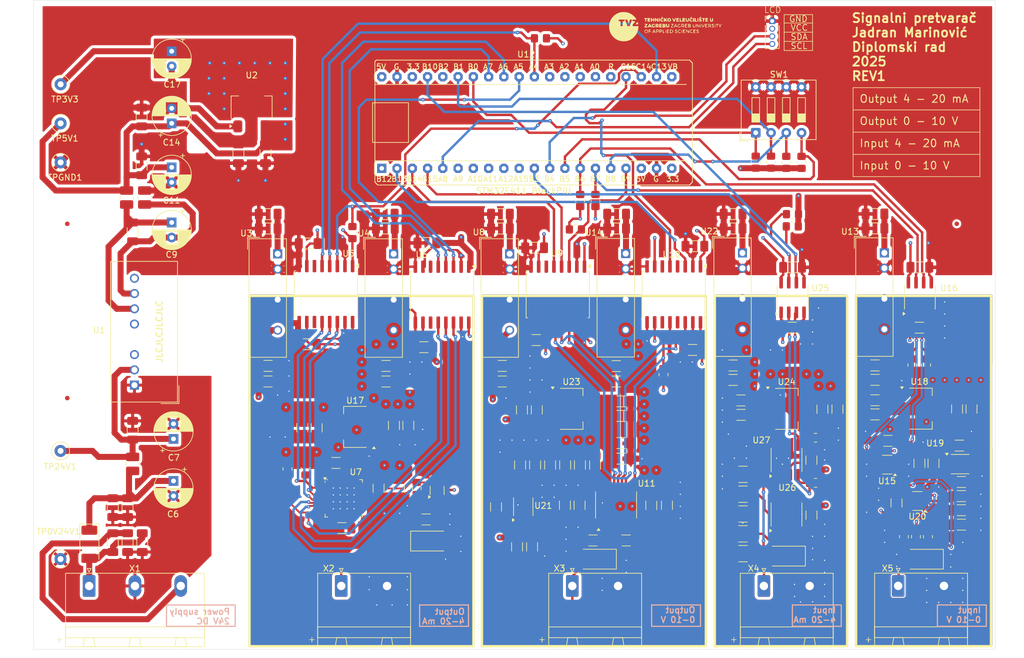
<source format=kicad_pcb>
(kicad_pcb (version 20241229) (generator "pcbnew") (generator_version "9.0")
  (layers (0 "F.Cu" signal) (4 "In1.Cu" mixed "GND") (6 "In2.Cu" power "Power") (2 "B.Cu" signal) (13 "F.Paste" user) (15 "B.Paste" user) (5 "F.SilkS" user "F.Silkscreen") (7 "B.SilkS" user "B.Silkscreen") (1 "F.Mask" user) (3 "B.Mask" user) (25 "Edge.Cuts" user))
  (net 0 "")
  (net 1 "GNDA")
  (net 2 "Net-(D2A-K3A4)")
  (net 3 "Net-(D3-A1)")
  (net 4 "3V3")
  (net 5 "5V")
  (net 6 "GND")
  (net 7 "GNDB")
  (net 8 "0V24")
  (net 9 "SPI1 MOSI")
  (net 11 "SPI1 SCLK")
  (net 12 "5V A")
  (net 13 "SPI1 MISO")
  (net 14 "DAC1 CLR")
  (net 15 "DAC1 ALARM")
  (net 17 "SPI2 SCLK")
  (net 18 "DAC2 FAULT")
  (net 20 "+24V")
  (net 21 "Net-(D1-K)")
  (net 22 "PE")
  (net 24 "Net-(U1-+Vin)")
  (net 25 "Net-(U7-REFIN)")
  (net 26 "Net-(U7-CAP2)")
  (net 27 "Net-(U7-CAP1)")
  (net 28 "Net-(U11-VREFIO)")
  (net 29 "Net-(U5-INC)")
  (net 30 "Net-(U6-INC)")
  (net 35 "Net-(U5-OUTA)")
  (net 36 "Net-(U5-OUTB)")
  (net 40 "Net-(U6-OUTA)")
  (net 41 "Net-(U6-OUTB)")
  (net 52 "Net-(U11-SDIN)")
  (net 53 "Net-(U11-SDO)")
  (net 54 "Net-(U11-SYNC_N)")
  (net 57 "Net-(U10-INC)")
  (net 58 "Net-(U10-OUTA)")
  (net 74 "Net-(U19-CF-)")
  (net 75 "Net-(U15-SDA)")
  (net 76 "Net-(U15-SCL)")
  (net 78 "Net-(U1-+Vout)")
  (net 79 "Net-(U1--Vout)")
  (net 80 "15V A")
  (net 81 "3V3 A")
  (net 82 "Net-(U19-CF+)")
  (net 83 "Net-(U19-CRES)")
  (net 84 "-0.23V")
  (net 85 "Net-(D4-A2)")
  (net 86 "Net-(U20-+)")
  (net 87 "Net-(R14-Pad2)")
  (net 88 "/Analogni ulaz 0 - 10 V/ADC IN")
  (net 89 "5VB")
  (net 90 "+15VB")
  (net 91 "-0.23VB")
  (net 92 "Net-(D6-A2)")
  (net 93 "Net-(U11-CCOMP)")
  (net 94 "Net-(U21-CF-)")
  (net 95 "Net-(U21-CF+)")
  (net 96 "Net-(U21-CRES)")
  (net 97 "/Analogni ulaz 4 - 20 mA/ADC IN")
  (net 98 "Net-(D5-A2)")
  (net 100 "Net-(U26--)")
  (net 101 "Net-(U26-+)")
  (net 106 "Net-(U25-SCL1)")
  (net 107 "Net-(U25-SDA1)")
  (net 108 "GNDD")
  (net 109 "5VD")
  (net 110 "3V3D")
  (net 111 "GNDC")
  (net 112 "3V3C")
  (net 113 "5VC")
  (net 114 "3V3B")
  (net 115 "ADC SDA1")
  (net 116 "ADC SCL1")
  (net 117 "ADC SDA2")
  (net 118 "ADC SCL2")
  (net 123 "LCD_SCL")
  (net 130 "LCD_SDA")
  (net 136 "SPI1 CS")
  (net 137 "SPI2 CS")
  (net 138 "SPI2 MOSI")
  (net 139 "SPI2 MISO")
  (net 140 "dip1")
  (net 141 "dip2")
  (net 142 "dip3")
  (net 143 "dip4")
  (footprint "Capacitor_SMD:C_1206_3216Metric_Pad1.33x1.80mm_HandSolder" (layer "F.Cu") (at 357.5375 129.85 180)
    (property "Reference" "C26" (hide yes))
    (property "Value" "100n")
  )
  (footprint "TestPoint:TestPoint_Loop_D1.80mm_Drill1.0mm_Beaded" (layer "F.Cu") (at 297.08 147.1)
    (property "Reference" "TP24V1")
    (property "Value" "TestPoint")
  )
  (footprint "Capacitor_SMD:C_1206_3216Metric_Pad1.33x1.80mm_HandSolder" (layer "F.Cu") (at 381.05 149.4375 -90)
    (property "Reference" "C86" (hide yes))
    (property "Value" "10u")
  )
  (footprint "Resistor_SMD:R_0805_2012Metric_Pad1.20x1.40mm_HandSolder" (layer "F.Cu") (at 420.38 99.09 90)
    (property "Reference" "R11" (hide yes))
    (property "Value" "10k")
  )
  (footprint "Connector_PinHeader_1.27mm:PinHeader_1x04_P1.27mm_Vertical" (layer "F.Cu") (at 415.5032 75.579)
    (property "Reference" "J5" (hide yes))
    (property "Value" "Conn_01x04_Pin")
  )
  (footprint "Capacitor_SMD:C_1206_3216Metric_Pad1.33x1.80mm_HandSolder" (layer "F.Cu") (at 408.9877 110.087)
    (property "Reference" "C91" (hide yes))
    (property "Value" "100n")
  )
  (footprint "Diode_SMD:D_SMA" (layer "F.Cu") (at 358.85 162.1)
    (property "Reference" "D3" (hide yes))
    (property "Value" "SMAJ15A")
  )
  (footprint "Capacitor_SMD:C_1206_3216Metric_Pad1.33x1.80mm_HandSolder" (layer "F.Cu") (at 331.6375 107.7)
    (property "Reference" "C18" (hide yes))
    (property "Value" "10u")
  )
  (footprint "Resistor_SMD:R_0805_2012Metric_Pad1.20x1.40mm_HandSolder" (layer "F.Cu") (at 441.1072 132.814 90)
    (property "Reference" "R24" (hide yes))
    (property "Value" "10k")
  )
  (footprint "Capacitor_SMD:C_1206_3216Metric_Pad1.33x1.80mm_HandSolder" (layer "F.Cu") (at 434.7475 145.4225 180)
    (property "Reference" "C56" (hide yes))
    (property "Value" "100n")
  )
  (footprint "Resistor_SMD:R_1210_3225Metric" (layer "F.Cu") (at 410.6375 160.9)
    (property "Reference" "R21" (hide yes))
    (property "Value" "100k")
  )
  (footprint "Capacitor_SMD:C_1206_3216Metric_Pad1.33x1.80mm_HandSolder" (layer "F.Cu") (at 402.2567 130.3 180)
    (property "Reference" "C43" (hide yes))
    (property "Value" "100n")
  )
  (footprint "Capacitor_SMD:C_1206_3216Metric_Pad1.33x1.80mm_HandSolder" (layer "F.Cu") (at 418.8875 116.55)
    (property "Reference" "C100" (hide yes))
    (property "Value" "100n")
  )
  (footprint "Capacitor_SMD:C_1206_3216Metric_Pad1.33x1.80mm_HandSolder" (layer "F.Cu") (at 343.9125 159.95 180)
    (property "Reference" "C31" (hide yes))
    (property "Value" "100n")
  )
  (footprint "Capacitor_SMD:C_1206_3216Metric_Pad1.33x1.80mm_HandSolder" (layer "F.Cu") (at 389.5567 135.55)
    (property "Reference" "C65" (hide yes))
    (property "Value" "10u")
  )
  (footprint "TestPoint:TestPoint_Loop_D1.80mm_Drill1.0mm_Beaded" (layer "F.Cu") (at 297.1 99.1)
    (property "Reference" "TPGND1")
    (property "Value" "TestPoint")
  )
  (footprint "Capacitor_SMD:C_1206_3216Metric_Pad1.33x1.80mm_HandSolder" (layer "F.Cu") (at 390.3375 145.8)
    (property "Reference" "C51" (hide yes))
    (property "Value" "10u")
  )
  (footprint "Capacitor_SMD:C_1206_3216Metric_Pad1.33x1.80mm_HandSolder" (layer "F.Cu") (at 410.3125 141.1)
    (property "Reference" "C94" (hide yes))
    (property "Value" "10u")
  )
  (footprint "Package_DFN_QFN:Texas_RHA_VQFN-40-1EP_6x6mm_P0.5mm_EP4.6x4.6mm_ThermalVias" (layer "F.Cu") (at 344.2 155)
    (property "Reference" "U7")
    (property "Value" "DAC8750xRHA")
  )
  (footprint "Capacitor_SMD:C_1206_3216Metric_Pad1.33x1.80mm_HandSolder" (layer "F.Cu") (at 432.5975 110.0725)
    (property "Reference" "C59" (hide yes))
    (property "Value" "100n")
  )
  (footprint "Package_SO:SOIC-16W_7.5x10.3mm_P1.27mm" (layer "F.Cu") (at 399.1202 121.05 -90)
    (property "Reference" "U10")
    (property "Value" "ISO7331C")
  )
  (footprint "Capacitor_SMD:C_1206_3216Metric_Pad1.33x1.80mm_HandSolder" (layer "F.Cu") (at 423.85 140.1625 90)
    (property "Reference" "C98" (hide yes))
    (property "Value" "100n")
  )
  (footprint "TestPoint:TestPoint_Loop_D1.80mm_Drill1.0mm_Beaded" (layer "F.Cu") (at 297.1 92.6)
    (property "Reference" "TP5V1")
    (property "Value" "TestPoint")
  )
  (footprint "Converter_DCDC:Converter_DCDC_TRACO_TBA1-xxxxE_Single_THT" (layer "F.Cu") (at 410.5502 114.1616)
    (property "Reference" "U22")
    (property "Value" "TBA1-0511E")
  )
  (footprint "Resistor_SMD:R_0805_2012Metric_Pad1.20x1.40mm_HandSolder" (layer "F.Cu") (at 383.55 105.44 90)
    (property "Reference" "R9" (hide yes))
    (property "Value" "10k")
  )
  (footprint "Resistor_SMD:R_0805_2012Metric_Pad1.20x1.40mm_HandSolder" (layer "F.Cu") (at 439.41 161.3725 90)
    (property "Reference" "R7" (hide yes))
    (property "Value" "30k 0.1%")
  )
  (footprint "Capacitor_SMD:C_1206_3216Metric_Pad1.33x1.80mm_HandSolder" (layer "F.Cu") (at 436.185 155.76 90)
    (property "Reference" "C74" (hide yes))
    (property "Value" "100n")
  )
  (footprint "Capacitor_SMD:C_1206_3216Metric_Pad1.33x1.80mm_HandSolder" (layer "F.Cu") (at 338.1625 129.35 180)
    (property "Reference" "C27" (hide yes))
    (property "Value" "100n")
  )
  (footprint "Resistor_SMD:R_0805_2012Metric_Pad1.20x1.40mm_HandSolder" (layer "F.Cu") (at 441.41 161.3725 90)
    (property "Reference" "R6" (hide yes))
    (property "Value" "1M 0.1%")
  )
  (footprint "Package_TO_SOT_SMD:SOT-223-3_TabPin2" (layer "F.Cu") (at 346.1 143.1 180)
    (property "Reference" "U17")
    (property "Value" "AMS1117-3.3")
  )
  (footprint "Package_SO:SOIC-16W_7.5x10.3mm_P1.27mm" (layer "F.Cu") (at 341.235 121 -90)
    (property "Reference" "U5")
    (property "Value" "ISO7331C")
  )
  (footprint "Capacitor_SMD:C_1206_3216Metric_Pad1.33x1.80mm_HandSolder" (layer "F.Cu") (at 446.9725 154.6225 180)
    (property "Reference" "C79" (hide yes))
    (property "Value" "10u")
  )
  (footprint "Capacitor_SMD:C_1206_3216Metric_Pad1.33x1.80mm_HandSolder" (layer "F.Cu") (at 351.2375 135.55 180)
    (property "Reference" "C28" (hide yes))
    (property "Value" "10u")
  )
  (footprint "Resistor_SMD:R_1210_3225Metric" (layer "F.Cu") (at 410.6447 157.594 180)
    (property "Reference" "R18" (hide yes))
    (property "Value" "120R")
  )
  (footprint "Resistor_SMD:R_0805_2012Metric_Pad1.20x1.40mm_HandSolder" (layer "F.Cu") (at 386.09 105.44 90)
    (property "Reference" "R8" (hide yes))
    (property "Value" "10k")
  )
  (footprint "Capacitor_SMD:C_1206_3216Metric_Pad1.33x1.80mm_HandSolder" (layer "F.Cu") (at 418.8375 126.6)
    (property "Reference" "C97" (hide yes))
    (property "Value" "100n")
  )
  (footprint "Resistor_SMD:R_1210_3225Metric" (layer "F.Cu") (at 410.6347 151.004 180)
    (property "Reference" "R28" (hide yes))
    (property "Value" "100k")
  )
  (footprint "Diode_SMD:D_SMA" (layer "F.Cu") (at 440.46 165.1225 180)
    (property "Reference" "D4" (hide yes))
    (property "Value" "SMAJ12CA")
  )
  (footprint "Capacitor_SMD:C_1206_3216Metric_Pad1.33x1.80mm_HandSolder" (layer "F.Cu") (at 310.68 162.3625 -90)
    (property "Reference" "C1" (hide yes))
    (property "Value" "100n")
  )
  (footprint "Capacitor_SMD:C_1206_3216Metric_Pad1.33x1.80mm_HandSolder" (layer "F.Cu") (at 432.5975 138.6725)
    (property "Reference" "C71" (hide yes))
    (property "Value" "100n")
  )
  (footprint "Capacitor_SMD:C_1206_3216Metric_Pad1.33x1.80mm_HandSolder" (layer "F.Cu") (at 446.9725 156.9725 180)
    (property "Reference" "C80" (hide yes))
    (property "Value" "10u")
  )
  (footprint "Converter_DCDC:Converter_DCDC_TRACO_TBA1-xxxxE_Single_THT" (layer "F.Cu") (at 391.1192 114.2655)
    (property "Reference" "U14")
    (property "Value" "TBA1-0513E")
  )
  (footprint "Capacitor_SMD:C_1206_3216Metric_Pad1.33x1.80mm_HandSolder" (layer "F.Cu") (at 370.5767 132.95 180)
    (property "Reference" "C47" (hide yes))
    (property "Value" "10u")
  )
  (footprint "Package_SO:VSSOP-8_3x3mm_P0.65mm" (layer "F.Cu") (at 374.075 156.3875 90)
    (property "Reference" "U21")
    (property "Value" "LM7705")
  )
  (footprint "Capacitor_SMD:C_1206_3216Metric_Pad1.33x1.80mm_HandSolder" (layer "F.Cu") (at 308.239 162.3585 90)
    (property "Reference" "C2" (hide yes))
    (property "Value" "4.7n")
  )
  (footprint "Capacitor_SMD:C_1206_3216Metric_Pad1.33x1.80mm_HandSolder" (layer "F.Cu") (at 309.08 143.6625 90)
    (property "Reference" "C8" (hide yes))
    (property "Value" "100n")
  )
  (footprint "Resistor_SMD:R_0805_2012Metric_Pad1.20x1.40mm_HandSolder" (layer "F.Cu") (at 417.84 99.09 90)
    (property "Reference" "R10" (hide yes))
    (property "Value" "10k" (hide yes))
  )
  (footprint "Connector_Phoenix_GMSTB:PhoenixContact_GMSTBA_2,5_2-G-7,62_1x02_P7.62mm_Horizontal" (layer "F.Cu") (at 436.4582 169.559)
    (property "Reference" "X5")
    (property "Value" "Conn_01x02_Pin")
  )
  (footprint "Connector_Phoenix_GMSTB:PhoenixContact_GMSTBA_2,5_2-G-7,62_1x02_P7.62mm_Horizontal" (layer "F.Cu") (at 343.79 169.5725)
    (property "Reference" "X2")
    (property "Value" "Conn_01x02_Pin")
  )
  (footprint "Resistor_SMD:R_1210_3225Metric" (layer "F.Cu") (at 410.6375 154.3)
    (property "Reference" "R20" (hide yes))
    (property "Value" "100k")
  )
  (footprint "Capacitor_THT:CP_Radial_D6.3mm_P2.50mm" (layer "F.Cu") (at 315.88 145.1 90)
    (property "Reference" "C7")
    (property "Value" "100u")
  )
  (footprint "Capacitor_SMD:C_1206_3216Metric_Pad1.33x1.80mm_HandSolder" (layer "F.Cu") (at 308.239 156.5375 -90)
    (property "Reference" "C5" (hide yes))
    (property "Value" "100n")
  )
  (footprint "noviLibrary:TVZ logo 20mm" (layer "F.Cu") (at 397.474294 76.402068)
    (property "Reference" "G***" (hide yes))
    (property "Value" "LOGO" (hide yes))
  )
  (footprint "Inductor_SMD:L_1008_2520Metric_Pad1.43x2.20mm_HandSolder" (layer "F.Cu") (at 311.08 104.9375 90)
    (property "Reference" "L5" (hide yes))
    (property "Value" "4.7u")
  )
  (footprint "Capacitor_SMD:C_1206_3216Metric_Pad1.33x1.80mm_HandSolder" (layer "F.Cu") (at 305.78 162.3625 90)
    (property "Reference" "C3" (hide yes))
    (property "Value" "4.7n")
  )
  (footprint "Resistor_SMD:R_0805_2012Metric_Pad1.20x1.40mm_HandSolder" (layer "F.Cu") (at 356.35 153.35 -90)
    (property "Reference" "R4" (hide yes))
    (property "Value" "13R" (hide yes))
  )
  (footprint "Capacitor_SMD:C_1206_3216Metric_Pad1.33x1.80mm_HandSolder" (layer "F.Cu") (at 373.05 163.0625 90)
    (property "Reference" "C83" (hide yes))
    (property "Value" "100n")
  )
  (footprint "Resistor_SMD:R_0805_2012Metric_Pad1.20x1.40mm_HandSolder" (layer "F.Cu") (at 382.7532 110.25)
    (property "Reference" "R19" (hide yes))
    (property "Value" "10k")
  )
  (footprint "Converter_DCDC:Converter_DCDC_TRACO_TEC3-24xxUI_THT" (layer "F.Cu") (at 309.382 136.158 180)
    (property "Reference" "U1")
    (property "Value" "TEC3-2411UI")
  )
  (footprint "Package_SO:SOIC-8_3.9x4.9mm_P1.27mm" (layer "F.Cu") (at 417.8796 157.6718 90)
    (property "Reference" "U26")
    (property "Value" "TSV911IDT")
  )
  (footprint "Resistor_SMD:R_0805_2012Metric_Pad1.20x1.40mm_HandSolder" (layer "F.Cu") (at 345.6532 110.774 -90)
    (property "Reference" "R12" (hide yes))
    (property "Value" "10k")
  )
  (footprint "Capacitor_SMD:C_1206_3216Metric_Pad1.33x1.80mm_HandSolder" (layer "F.Cu") (at 386.0392 149.4553 90)
    (property "Reference" "C54" (hide yes))
    (property "Value" "100n")
  )
  (footprint "Capacitor_SMD:C_1206_3216Metric_Pad1.33x1.80mm_HandSolder" (layer "F.Cu") (at 422.0186 148.6413 90)
    (property "Reference" "C96" (hide yes))
    (property "Value" "100n")
  )
  (footprint "Capacitor_SMD:C_1206_3216Metric_Pad1.33x1.80mm_HandSolder" (layer "F.Cu") (at 439.9875 126.6)
    (property "Reference" "C67" (hide yes))
    (property "Value" "100n" (hide yes))
  )
  (footprint "Capacitor_SMD:C_1206_3216Metric_Pad1.33x1.80mm_HandSolder" (layer "F.Cu") (at 432.5975 141.0225)
    (property "Reference" "C70" (hide yes))
    (property "Value" "10u")
  )
  (footprint "Package_SO:VSSOP-8_3x3mm_P0.65mm" (layer "F.Cu") (at 446.7725 149.2975)
    (property "Reference" "U19")
    (property "Value" "LM7705")
  )
  (footprint "Capacitor_SMD:C_1206_3216Metric_Pad1.33x1.80mm_HandSolder" (layer "F.Cu") (at 432.5975 135.2725)
    (property "Reference" "C61" (hide yes))
    (property "Value" "10u")
  )
  (footprint "Capacitor_SMD:C_1206_3216Metric_Pad1.33x1.80mm_HandSolder" (layer "F.Cu") (at 310.58 99.6625 90)
    (property "Reference" "C12" (hide yes))
    (property "Value" "100n")
  )
  (footprint "Capacitor_SMD:C_1206_3216Metric_Pad1.33x1.80mm_HandSolder" (layer "F.Cu") (at 352.55 142.8625 90)
    (property "Reference" "C37" (hide yes))
    (property "Value" "100n")
  )
  (footprint "Converter_DCDC:Converter_DCDC_TRACO_TBA1-xxxxE_Single_THT" (layer "F.Cu") (at 333.2125 114.31)
    (property "Reference" "U3")
    (property "Value" "TBA1-0513E")
  )
  (footprint "Package_SO:SOIC-16W_7.5x10.3mm_P1.27mm" (layer "F.Cu") (at 360.563 121.1 -90)
    (property "Reference" "U6")
    (property "Value" "ISO7331C")
  )
  (footprint "Diode_SMD:D_SMA" (layer "F.Cu") (at 386.05 165.114 180)
    (property "Reference" "D6" (hide yes))
    (property "Value" "SMAJ12CA")
  )
  (footprint "Capacitor_SMD:C_1206_3216Metric_Pad1.33x1.80mm_HandSolder" (layer "F.Cu") (at 353.38 153.2875 -90)
    (property "Reference" "C33" (hide yes))
    (property "Value" "100n")
  )
  (footprint "Capacitor_SMD:C_1206_3216Metric_Pad1.33x1.80mm_HandSolder" (layer "F.Cu") (at 389.6067 110.1)
    (property "Reference" "C39" (hide yes))
    (property "Value" "100n")
  )
  (footprint "Capacitor_SMD:C_1206_3216Metric_Pad1.33x1.80mm_HandSolder" (layer "F.Cu") (at 383.45 156.1375 90)
    (property "Reference" "C48" (hide yes))
    (property "Value" "10u" (hide yes))
  )
  (footprint "Capacitor_SMD:C_1206_3216Metric_Pad1.33x1.80mm_HandSolder" (layer "F.Cu") (at 351.1125 107.7)
    (property "Reference" "C19" (hide yes))
    (property "Value" "10u")
  )
  (footprint "Capacitor_SMD:C_1206_3216Metric_Pad1.33x1.80mm_HandSolder" (layer "F.Cu") (at 378.55 149.4375 -90)
    (property "Reference" "C87" (hide yes))
    (property "Value" "10u")
  )
  (footprint "Connector_Phoenix_GMSTB:PhoenixContact_GMSTBA_2,5_2-G-7,62_1x02_P7.62mm_Horizontal" (layer "F.Cu") (at 382.2342 169.5725)
    (property "Reference" "X3")
    (property "Value" "Conn_01x02_Pin")
  )
  (footprint "Capacitor_SMD:C_1206_3216Metric_Pad1.33x1.80mm_HandSolder" (layer "F.Cu") (at 410.2875 138.7)
    (property "Reference" "C95" (hide yes))
    (property "Value" "100n")
  )
  (footprint "Package_TO_SOT_SMD:SOT-23-5" (layer "F.Cu") (at 439.66 155.435 180)
    (property "Reference" "U20")
    (property "Value" "LM8261")
  )
  (footprint "Resistor_SMD:R_0805_2012Metric_Pad1.20x1.40mm_HandSolder" (layer "F.Cu") (at 418.872 107.71 180)
    (property "Reference" "R16" (hide yes))
    (property "Value" "10k")
  )
  (footprint "Package_TO_SOT_SMD:SOT-363_SC-70-6_Handsoldering" (layer "F.Cu") (at 359.75 153.68 90)
    (property "Reference" "D2" (hide yes))
    (property "Value" "BAV199DW")
  )
  (footprint "Package_SO:Texas_PW0020A_TSSOP-20_4.4x6.5mm_P0.65mm" (layer "F.Cu") (at 389.525 156.1 90)
    (property "Reference" "U11")
    (property "Value" "DAC81401PWR")
  )
  (footprint "Capacitor_SMD:C_1206_3216Metric_Pad1.33x1.80mm_HandSolder" (layer "F.Cu") (at 448.66 140.135 90)
    (property "Reference" "C73" (hide yes))
    (property "Value" "10u")
  )
  (footprint "Converter_DCDC:Converter_DCDC_TRACO_TBA1-xxxxE_Single_THT" (layer "F.Cu") (at 371.8132 114.31)
    (property "Reference" "U8")
    (property "Value" "TBA1-0511E" (hide yes))
  )
  (footprint "Fiducial:Fiducial_0.75mm_Mask1.5mm" (layer "F.Cu") (at 446.2072 109.314)
    (property "Reference" "REF**" (hide yes))
    (property "Value" "Fiducial_0.75mm_Mask1.5mm")
  )
  (footprint "Package_TO_SOT_SMD:SOT-223-3_TabPin2" (layer "F.Cu") (at 382.1 140.1)
    (property "Reference" "U23")
    (property "Value" "AMS1117-3.3")
  )
  (footprint "Capacitor_SMD:C_1206_3216Metric_Pad1.33x1.80mm_HandSolder" (layer "F.Cu") (at 342.9125 149.1 180)
    (property "Reference" "C30" (hide yes))
    (property "Value" "100n" (hide yes))
  )
  (footprint "Capacitor_SMD:C_1206_3216Metric_Pad1.33x1.80mm_HandSolder" (layer "F.Cu") (at 390.3375 141.275 180)
    (property "Reference" "C105" (hide yes))
    (property "Value" "100n")
  )
  (footprint "Capacitor_SMD:C_1206_3216Metric_Pad1.33x1.80mm_HandSolder" (layer "F.Cu") (at 446.9725 152.2725)
    (property "Reference" "C76" (hide yes))
    (property "Value" "10u")
  )
  (footprint "Capacitor_SMD:C_1206_3216Metric_Pad1.33x1.80mm_HandSolder" (layer "F.Cu") (at 440.0625 116.55)
    (property "Reference" "C68" (hide yes))
    (property "Value" "100n")
  )
  (footprint "Inductor_SMD:L_1008_2520Metric_Pad1.43x2.20mm_HandSolder" (layer "F.Cu") (at 309.08 149.2625 90)
    (property "Reference" "L6" (hide yes))
    (property "Value" "10u")
  )
  (footprint "Diode_SMD:D_SMA" (layer "F.Cu") (at 417.5032 164.606 180)
    (property "Reference" "D5" (hide yes))
    (property "Value" "SMAJ12CA")
  )
  (footprint "Package_SO:SOIC-8_3.9x4.9mm_P1.27mm" (layer "F.Cu") (at 418.885 121.575 90)
    (property "Reference" "U25")
    (property "Value" "ISO1540")
  )
  (footprint "Resistor_SMD:R_0805_2012Metric_Pad1.20x1.40mm_HandSolder" (layer "F.Cu") (at 376.9366 78.4492)
    (property "Reference" "R13" (hide yes))
    (property "Value" "10k")
  )
  (footprint "Package_SO:SOIC-16W_7.5x10.3mm_P1.27mm" (layer "F.Cu") (at 379.8162 121.094 -90)
    (property "Reference" "U9")
    (property "Value" "ISO7331C")
  )
  (footprint "Capacitor_SMD:C_1206_3216Metric_Pad1.33x1.80mm_HandSolder" (layer "F.Cu") (at 354.95 142.8625 90)
    (property "Reference" "C66" (hide yes))
    (property "Value" "10u")
  )
  (footprint "Package_TO_SOT_SMD:SOT-223-3_TabPin2" (layer "F.Cu") (at 440.21 140.0725)
    (property "Reference" "U18")
    (property "Value" "AMS1117-3.3")
  )
  (footprint "Inductor_SMD:L_1008_2520Metric_Pad1.43x2.20mm_HandSolder" (layer "F.Cu") (at 308.08 104.9375 90)
    (property "Reference" "L4" (hide yes))
    (property "Value" "4.7u")
  )
  (footprint "Capacitor_SMD:C_1206_3216Metric_Pad1.33x1.80mm_HandSolder" (layer "F.Cu") (at 370.5767 135.55 180)
    (property "Reference" "C42" (hide yes))
    (property "Value" "100n")
  )
  (footprint "Capacitor_SMD:C_1206_3216Metric_Pad1.33x1.80mm_HandSolder" (layer "F.Cu") (at 358.0375 112.5 180)
    (property "Reference" "C22" (hide yes))
    (property "Value" "100n")
  )
  (footprint "Connector_Phoenix_GMSTB:PhoenixContact_GMSTBA_2,5_3-G-7,62_1x03_P7.62mm_Horizontal" (layer "F.Cu") (at 301.8432 169.5725)
    (property "Reference" "X1")
    (property "Value" "Conn_01x03_Pin")
  )
  (footprint "Capacitor_SMD:C_1206_3216Metric_Pad1.33x1.80mm_HandSolder" (layer "F.Cu") (at 389.5567 133)
    (property "Reference" "C64" (hide yes))
    (property "Value" "100n")
  )
  (footprint "Capacitor_SMD:C_1206_3216Metric_Pad1.33x1.80mm_HandSolder" (layer "F.Cu") (at 408.9877 135.287)
    (property "Reference" "C93" (hide yes))
    (property "Value" "10u")
  )
  (footprint "Capacitor_THT:CP_Radial_D6.3mm_P2.50mm" (layer "F.Cu") (at 315.88 152.1 -90)
    (property "Reference" "C6")
    (property "Value" "100u")
  )
  (footprint "Capacitor_SMD:C_1206_3216Metric_Pad1.33x1.80mm_HandSolder" (layer "F.Cu") (at 351.2375 132.95 180)
    (property "Reference" "C24" (hide yes))
    (property "Value" "100n")
  )
  (footprint "Capacitor_SMD:C_1206_3216Metric_Pad1.33x1.80mm_HandSolder" (layer "F.Cu") (at 370.2767 110.1)
    (property "Reference" "C63" (hide yes))
    (property "Value" "100n")
  )
  (footprint "Package_TO_SOT_SMD:SOT-223-3_TabPin2" (layer "F.Cu") (at 328.88 89.95 90)
    (property "Reference" "U2")
    (property "Value" "AMS1117-3.3")
  )
  (footprint "Resistor_SMD:R_0805_2012Metric_Pad1.20x1.40mm_HandSolder" (layer "F.Cu") (at 422.7072 144.914 180)
    (property "Reference" "R25" (hide yes))
    (property "Value" "10k")
  )
  (footprint "Capacitor_SMD:C_1206_3216Metric_Pad1.33x1.80mm_HandSolder" (layer "F.Cu") (at 375.55 163.0625 90)
    (property "Reference" "C85" (hide yes))
    (property "Value" "10u")
  )
  (footprint "Resistor_SMD:R_0805_2012Metric_Pad1.20x1.40mm_HandSolder" (layer "F.Cu") (at 415.3 99.06 90)
    (property "Reference" "R5" (hide yes))
    (property "Value" "10k")
  )
  (footprint "Capacitor_SMD:C_1206_3216Metric_Pad1.33x1.80mm_HandSolder" (layer "F.Cu") (at 375.9677 113.298 180)
    (property "Reference" "C41" (hide yes))
    (property "Value" "100n")
  )
  (footprint "Capacitor_THT:CP_Radial_D6.3mm_P2.50mm" (layer "F.Cu") (at 315.58 80.6 -90)
    (property "Reference" "C17")
    (property "Value" "33u")
  )
  (footprint "Capacitor_THT:CP_Radial_D6.3mm_P2.50mm" (layer "F.Cu") (at 315.58 99.917621 -90)
    (property "Reference" "C11")
    (property "Value" "100u")
  )
  (footprint "Fiducial:Fiducial_0.75mm_Mask1.5mm" (layer "F.Cu") (at 298.2072 138.314)
    (property "Reference" "REF**" (hide yes))
    (property "Value" "Fiducial_0.75mm_Mask1.5mm")
  )
  (footprint "Capacitor_SMD:C_1206_3216Metric_Pad1.33x1.80mm_HandSolder" (layer "F.Cu") (at 390.3375 148.4)
    (property "Reference" "C45" (hide yes))
    (property "Value" "100n")
  )
  (footprint "stm32 blackpill:STM32F411_Black_Pill" (layer "F.Cu") (at 374.66 92.47 90)
    (property "Reference" "U12")
    (property "Value" "STM32F411 BlackPill")
  )
  (footprint "Capacitor_SMD:C_1206_3216Metric_Pad1.33x1.80mm_HandSolder" (layer "F.Cu") (at 331.6375 110.1)
    (property "Reference" "C20" (hide yes))
    (property "Value" "100n")
  )
  (footprint "Capacitor_SMD:C_1206_3216Metric_Pad1.33x1.80mm_HandSolder" (layer "F.Cu") (at 339.7 143.2625 90)
    (property "Reference" "C57" (hide yes))
    (property "Value" "100n")
  )
  (footprint "Capacitor_SMD:C_1206_3216Metric_Pad1.33x1.80mm_HandSolder" (layer "F.Cu") (at 383.5 149.4375 90)
    (property "Reference" "C53" (hide yes))
    (property "Value" "10u")
  )
  (footprint "Converter_DCDC:Converter_DCDC_TRACO_TBA1-xxxxE_Single_THT" (layer "F.Cu") (at 352.5112 114.314)
    (property "Reference" "U4")
    (property "Value" "TBA1-0511E")
  )
  (footprint "Resistor_SMD:R_0805_2012Metric_Pad1.20x1.40mm_HandSolder" (layer "F.Cu") (at 422.7072 152.414 180)
    (property "Reference" "R26" (hide yes))
    (property "Value" "10k")
  )
  (footprint "Capacitor_SMD:C_1206_3216Metric_Pad1.33x1.80mm_HandSolder" (layer "F.Cu") (at 376.05 149.4375 -90)
    (property "Reference" "C88" (hide yes))
    (property "Value" "100n")
  )
  (footprint "Diode_SMD:D_2010_5025Metric_Pad1.52x2.65mm_HandSolder" (layer "F.Cu") (at 301.88 162.6375 -90)
    (property "Reference" "D1" (hide yes))
    (property "Value" "SS15")
  )
  (footprint "Package_SO:SOIC-8_3.9x4.9mm_P1.27mm" (layer "F.Cu") (at 440.065 121.575 90)
    (property "Reference" "U16")
    (property "Value" "ISO1540")
  )
  (footprint "Capacitor_SMD:C_1206_3216Metric_Pad1.33x1.80mm_HandSolder" (layer "F.Cu") (at 422.031 157.7865 -90)
    (property "Reference" "C102" (hide yes))
    (property "Value" "100n")
  )
  (footprint "Resistor_SMD:R_0805_2012Metric_Pad1.20x1.40mm_HandSolder" (layer "F.Cu") (at 418.84 109.742 180)
    (property "Reference" "R17" (hide yes))
    (property "Value" "10k")
  )
  (footprint "Package_SO:SOIC-8_3.9x4.9mm_P1.27mm" (layer "F.Cu") (at 417.8836 148.6038 90)
    (property "Reference" "U27")
    (property "Value" "MCP3426Axx-xSN")
  )
  (footprint "Capacitor_SMD:C_1206_3216Metric_Pad1.33x1.80mm_HandSolder" (layer "F.Cu") (at 305.7752 156.5375 -90)
    (property "Reference" "C4" (hide yes))
    (property "Value" "100n")
  )
  (footprint "Capacitor_SMD:C_1206_3216Metric_Pad1.33x1.80mm_HandSolder" (layer "F.Cu") (at 357.9125 158.505)
    (property "Reference" "C36" (hide yes))
    (property "Value" "100n")
  )
  (footprint "Capacitor_SMD:C_1206_3216Metric_Pad1.33x1.80mm_HandSolder" (layer "F.Cu") (at 446.6475 146.2225 180)
    (property "Reference" "C75" (hide yes))
    (property "Value" "10u")
  )
  (footprint "Capacitor_SMD:C_1206_3216Metric_Pad1.33x1.80mm_HandSolder" (layer "F.Cu") (at 376.325 140.28 -90)
    (property "Reference" "C103" (hide yes))
    (property "Value" "10u")
  )
  (footprint "Capacitor_SMD:C_1206_3216Metric_Pad1.33x1.80mm_HandSolder" (layer "F.Cu") (at 373.55 149.4375 -90)
    (property "Reference" "C84" (hide yes))
    (property "Value" "10u")
  )
  (footprint "Capacitor_SMD:C_1206_3216Metric_Pad1.33x1.80mm_HandSolder" (layer "F.Cu") (at 331.6147 132.944 180)
    (property "Reference" "C25" (hide yes))
    (property "Value" "100n")
  )
  (footprint "Capacitor_SMD:C_1206_3216Metric_Pad1.33x1.80mm_HandSolder" (layer "F.Cu") (at 385.6875 162 180)
    (property "Reference" "C52" (hide yes))
    (property "Value" "150p")
  )
  (footprint "Resistor_SMD:R_0805_2012Metric_Pad1.20x1.40mm_HandSolder" (layer "F.Cu") (at 412.76 99.06 90)
    (property "Reference" "R3" (hide yes))
    (property "Value" "10k")
  )
  (footprint "Resistor_SMD:R_1210_3225Metric" (layer "F.Cu") (at 410.6447 164.194)
    (property "Reference" "R22" (hide yes))
    (property "Value" "100k")
  )
  (footprint "Capacitor_SMD:C_1206_3216Metric_Pad1.33x1.80mm_HandSolder" (layer "F.Cu") (at 432.5975 107.6725)
    (property "Reference" "C58" (hide yes))
    (property "Value" "10u")
  )
  (footprint "Resistor_SMD:R_0805_2012Metric_Pad1.20x1.40mm_HandSolder" (layer "F.Cu") (at 437.41 161.3725 90)
    (property "Reference" "R14" (hide yes))
    (property "Value" "220k 0.1%")
  )
  (footprint "Capacitor_SMD:C_1206_3216Metric_Pad1.33x1.80mm_HandSolder" (layer "F.Cu") (at 370.2767 107.7)
    (property "Reference" "C62" (hide yes))
    (property "Value" "10u")
  )
  (footprint "Capacitor_SMD:C_1206_3216Metric_Pad1.33x1.80mm_HandSolder" (layer "F.Cu") (at 376.2347 128.665 180)
    (property "Reference" "C44" (hide yes))
    (property "Value" "100n")
  )
  (footprint "Resistor_SMD:R_0805_2012Metric_Pad1.20x1.40mm_HandSolder" (layer "F.Cu") (at 337.85 150.1 -90)
    (property "Reference" "R1" (hide yes))
    (property "Value" "10k")
  )
  (footprint "Fiducial:Fiducial_0.75mm_Mask1.5mm" (layer "F.Cu") (at 298.2072 109.314)
    (property "Reference" "REF**" (hide yes))
    (property "Value" "Fiducial_0.75mm_Mask1.5mm")
  )
  (footprint "Capacitor_SMD:C_1206_3216Metric_Pad1.33x1.80mm_HandSolder" (layer "F.Cu") (at 395.3772 156.1625 90)
    (property "Reference" "C49" (hide yes))
    (property "Value" "10u")
  )
  (footprint "Capacitor_SMD:C_1206_3216Metric_Pad1.33x1.80mm_HandSolder" (layer "F.Cu") (at 381 156.1375 90)
    (property "Reference" "C46" (hide yes))
    (property "Value" "100n")
  )
  (footprint "Capacitor_SMD:C_1206_3216Metric_Pad1.33x1.80mm_HandSolder" (layer "F.Cu") (at 390.3375 138.85 180)
    (property "Reference" "C106" (hide yes))
    (property "Value" "10u")
  )
  (footprint "Capacitor_SMD:C_1206_3216Metric_Pad1.33x1.80mm_HandSolder" (layer "F.Cu") (at 397.9772 156.1375 90)
    (property "Reference" "C50" (hide yes))
    (property "Value" "100n")
  )
  (footprint "Capacitor_SMD:C_1206_3216Metric_Pad1.33x1.80mm_HandSolder" (layer "F.Cu") (at 331.6047 135.544 180)
    (property "Reference" "C29" (hide yes))
    (property "Value" "10u")
  )
  (footprint "Capacitor_SMD:C_1206_3216Metric_Pad1.33x1.80mm_HandSolder" (layer "F.Cu") (at 389.6067 107.7)
    (property "Reference" "C38" (hide yes))
    (property "Value" "10u")
  )
  (footprint "TestPoint:TestPoint_Loop_D1.80mm_Drill1.0mm_Beaded" (layer "F.Cu") (at 297.08 165.1)
    (property "Reference" "TP0V24V1")
    (property "Value" "TestPoint")
  )
  (footprint "TestPoint:TestPoint_Loop_D1.80mm_Drill1.0mm_Beaded" (layer "F.Cu") (at 297.1 86.1)
    (property "Reference" "TP3V3")
    (property "Value" "TestPoint")
  )
  (footprint "Converter_DCDC:Converter_DCDC_TRACO_TBA1-xxxxE_Single_THT" (layer "F.Cu") (at 434.16 114.1525)
    (property "Reference" "U13")
    (property "Value" "TBA1-0511E")
  )
  (footprint "Capacitor_SMD:C_1206_3216Metric_Pad1.33x1.80mm_HandSolder" (layer "F.Cu") (at 326.68 97.6625 -90)
    (property "Reference" "C16" (hide yes))
    (property "Value" "100n")
  )
  (footprint "Capacitor_SMD:C_1206_3216Metric_Pad1.33x1.80mm_HandSolder" (layer "F.Cu") (at 408.9877 132.887)
    (property "Reference" "C92" (hide yes))
    (property "Value" "100n")
  )
  (footprint "Capacitor_SMD:C_1206_3216Metric_Pad1.33x1.80mm_HandSolder" (layer "F.Cu") (at 446.26 140.135 90)
    (property "Reference" "C72" (hide yes))
    (property "Value" "100n")
  )
  (footprint "Resistor_SMD:R_0805_2012Metric_Pad1.20x1.40mm_HandSolder" (layer "F.Cu") (at 334.85 150.1 90)
    (property "Reference" "R2" (hide yes))
    (property "Value" "10k" (hide yes))
  )
  (footprint "Package_TO_SOT_SMD:SOT-223-3_TabPin2" (layer "F.Cu") (at 417.9 140.1)
    (property "Reference" "U24")
    (property "Value" "AMS1117-3.3")
  )
  (footprint "Capacitor_SMD:C_1206_3216Metric_Pad1.33x1.80mm_HandSolder" (layer "F.Cu") (at 331.18 97.6625 -90)
    (property "Reference" "C15" (hide yes))
    (property "Value" "100n")
  )
  (footprint "Capacitor_SMD:C_1206_3216Metric_Pad1.33x1.80mm_HandSolder" (layer "F.Cu") (at 350.005 153.3175 -90)
    (property "Reference" "C32" (hide yes))
    (property "Value" "100p")
  )
  (footprint "Capacitor_SMD:C_1206_3216Metric_Pad1.33x1.80mm_HandSolder" (layer "F.Cu") (at 446.9725 159.3725 180)
    (property "Reference" "C81" (hide yes))
    (property "Value" "100n")
  )
  (footprint "Capacitor_THT:CP_Radial_D6.3mm_P2.50mm" (layer "F.Cu") (at 315.58 92.6 90)
    (property "Reference" "C14")
    (property "Value" "33u")
  )
  (footprint "Capacitor_SMD:C_1206_3216Metric_Pad1.33x1.80mm_HandSolder" (layer "F.Cu") (at 408.9877 107.687)
    (property "Reference" "C90" (hide yes))
    (property "Value" "10u")
  )
  (footprint "Capacitor_THT:CP_Radial_D6.3mm_P2.50mm" (layer "F.Cu") (at 315.58 109.1 -90)
    (property "Reference" "C9")
    (property "Value" "100u")
  )
  (footprint "Capacitor_SMD:C_1206_3216Metric_Pad1.33x1.80mm_HandSolder" (layer "F.Cu") (at 337.3 143.2375 90)
    (property "Reference" "C69" (hide yes))
    (property "Value" "10u")
  )
  (footprint "Capacitor_SMD:C_1206_3216Metric_Pad1.33x1.80mm_HandSolder" (layer "F.Cu") (at 351.125 110.0875)
    (property "Reference" "C21" (hide yes))
    (property "Value" "100n")
  )
  (footprint "Button_Switch_THT:SW_DIP_SPSTx04_Slide_9.78x12.34mm_W7.62mm_P2.54mm" (layer "F.Cu") (at 412.76 94.162 90)
    (property "Reference" "SW1")
    (property "Value" "SW_DIP_x04")
  )
  (footprint "Capacitor_SMD:C_1206_3216Metric_Pad1.33x1.80mm_HandSolder" (layer "F.Cu") (at 338.2875 112.6 180)
    (property "Reference" "C23" (hide yes))
    (property "Value" "100n")
  )
  (footprint "Package_TO_SOT_SMD:SOT-23-6" (layer "F.Cu") (at 434.635 149.3875 180)
    (property "Reference" "U15")
    (property "Value" "ADS1110")
  )
  (footprint "Capacitor_SMD:C_1206_3216Metric_Pad1.33x1.80mm_HandSolder" (layer "F.Cu") (at 391.1875 162)
    (property "Reference" "C89" (hide yes))
    (property "Value" "470p")
  )
  (footprint "Capacitor_SMD:C_1206_3216Metric_Pad1.33x1.80mm_HandSolder" (layer "F.Cu") (at 373.85 140.2875 -90)
    (property "Reference" "C104" (hide yes))
    (property "Value" "100n")
  )
  (footprint "Resistor_SMD:R_0805_2012Metric_Pad1.20x1.40mm_HandSolder" (layer "F.Cu") (at 438.8072 132.814 90)
    (property "Reference" "R23" (hide yes))
    (property "Value" "10k")
  )
  (footprint "Capacitor_SMD:C_1206_3216Metric_Pad1.33x1.80mm_HandSolder" (layer "F.Cu") (at 432.5975 132.8725)
    (property "Reference" "C60" (hide yes))
    (property "Value" "100n")
  )
  (footprint "Resistor_SMD:R_0805_2012Metric_Pad1.20x1.40mm_HandSolder" (layer "F.Cu") (at 397.4072 134.414 90)
    (property "Reference" "R27" (hide yes))
    (property "Value" "10k")
  )
  (footprint "Capacitor_SMD:C_1206_3216Metric_Pad1.33x1.80mm_HandSolder" (layer "F.Cu") (at 310.58 91.5375 90)
    (property "Reference" "C13" (hide yes))
    (property "Value" "1n")
  )
  (footprint "Capacitor_SMD:C_1206_3216Metric_Pad1.33x1.80mm_HandSolder" (layer "F.Cu") (at 402.6377 113.044 180)
    (property "Reference" "C40" (hide yes))
    (property "Value" "100n")
  )
  (footprint "Capacitor_SMD:C_1206_3216Metric_Pad1.33x1.80mm_HandSolder" (layer "F.Cu") (at 426.35 140.1625 90)
    (property "Reference" "C99" (hide yes))
    (property "Value" "10u")
  )
  (footprint "Connector_Phoenix_GMSTB:PhoenixContact_GMSTBA_2,5_2-G-7,62_1x02_P7.62mm_Horizontal" (layer "F.Cu") (at 414.1112 169.5725)
    (property "Reference" "X4")
    (property "Value" "Conn_01x02_Pin")
  )
  (footprint "Capacitor_SMD:C_1206_3216Metric_Pad1.33x1.80mm_HandSolder" (layer "F.Cu") (at 369.55 156.4375 -90)
    (property "Reference" "C82" (hide yes))
    (property "Value" "10u")
  )
  (footprint "Capacitor_SMD:C_1206_3216Metric_Pad1.33x1.80mm_HandSolder" (layer "F.Cu") (at 442.335 149.16 -90)
    (property "Reference" "C77" (hide yes))
    (property "Value" "100n")
  )
  (footprint "Capacitor_SMD:C_1206_3216Metric_Pad1.33x1.80mm_HandSolder" (layer "F.Cu") (at 439.985 149.16 -90)
    (property "Reference" "C78" (hide yes))
    (property "Value" "10u")
  )
  (footprint "Capacitor_SMD:C_1206_3216Metric_Pad1.33x1.80mm_HandSolder" (layer "F.Cu") (at 309.08 110.6625 -90)
    (property "Reference" "C10" (hide yes))
    (property "Value" "100n")
  )
  (gr_line (start 409.1072 178.114) (end 409.1072 178.914) (stroke (width 0.1)) (layer "F.SilkS"))
  (gr_line (start 377.2072 178.914) (end 377.2072 178.514) (stroke (width 0.1)) (layer "F.SilkS"))
  (gr_line (start 338.9072 178.114) (end 338.9072 178.914) (stroke (width 0.1)) (layer "F.SilkS"))
  (gr_line (start 377.6072 178.514) (end 376.8072 178.514) (stroke (width 0.1)) (layer "F.SilkS"))
  (gr_rect (start 405.9572 121.314) (end 427.9572 179.589) (stroke (width 0.4)) (fill no) (layer "F.SilkS"))
  (gr_line (start 296.9072 178.114) (end 296.9072 178.914) (stroke (width 0.1)) (layer "F.SilkS"))
  (gr_rect (start 328.5286 121.314) (end 365.7786 179.589) (stroke (width 0.4)) (fill no) (layer "F.SilkS"))
  (gr_line (start 409.5072 178.514) (end 408.7072 178.514) (stroke (width 0.1)) (layer "F.SilkS"))
  (gr_line (start 296.9072 178.914) (end 296.9072 178.514) (stroke (width 0.1)) (layer "F.SilkS"))
  (gr_rect (start 367.2072 121.314) (end 404.4572 179.589) (stroke (width 0.4)) (fill no) (layer "F.SilkS"))
  (gr_line (start 431.5072 178.914) (end 431.5072 178.514) (stroke (width 0.1)) (layer "F.SilkS"))
  (gr_line (start 338.9072 178.914) (end 338.9072 178.514) (stroke (width 0.1)) (layer "F.SilkS"))
  (gr_line (start 377.2072 178.114) (end 377.2072 178.914) (stroke (width 0.1)) (layer "F.SilkS"))
  (gr_line (start 339.3072 178.514) (end 338.5072 178.514) (stroke (width 0.1)) (layer "F.SilkS"))
  (gr_line (start 409.1072 178.914) (end 409.1072 178.514) (stroke (width 0.1)) (layer "F.SilkS"))
  (gr_rect (start 429.4572 121.314) (end 451.9 179.589) (stroke (width 0.4)) (fill no) (layer "F.SilkS"))
  (gr_line (start 297.3072 178.514) (end 296.5072 178.514) (stroke (width 0.1)) (layer "F.SilkS"))
  (gr_line (start 431.9072 178.514) (end 431.1072 178.514) (stroke (width 0.1)) (layer "F.SilkS"))
  (gr_line (start 431.5072 178.114) (end 431.5072 178.914) (stroke (width 0.1)) (layer "F.SilkS"))
  (gr_rect (start 314.716 172.734) (end 326.146 176.29) (stroke (width 0.2)) (fill no) (layer "B.SilkS"))
  (gr_rect (start 395.4372 172.734) (end 403.5652 176.29) (stroke (width 0.2)) (fill no) (layer "B.SilkS"))
  (gr_rect (start 356.8292 172.734) (end 364.9572 176.29) (stroke (width 0.2)) (fill no) (layer "B.SilkS"))
  (gr_rect (start 418.856 172.734) (end 426.984 176.29) (stroke (width 0.2)) (fill no) (layer "B.SilkS"))
  (gr_rect (start 442.986 172.734) (end 451.114 176.29) (stroke (width 0.2)) (fill no) (layer "B.SilkS"))
  (gr_line (start 292.6 72.1) (end 452.6 72.1) (stroke (width 0.05)) (layer "Edge.Cuts"))
  (gr_line (start 452.6 180.1) (end 292.6 180.1) (stroke (width 0.05)) (layer "Edge.Cuts"))
  (gr_line (start 292.6 180.1) (end 292.6 72.1) (stroke (width 0.05)) (layer "Edge.Cuts"))
  (gr_line (start 452.6 72.1) (end 452.6 180.1) (stroke (width 0.05)) (layer "Edge.Cuts"))
  (gr_text "Signalni pretvarač\nJadran Marinović\nDiplomski rad\n2025\nREV1" (at 428.5842 85.612 0) (layer "F.SilkS") (effects (font (size 1.5 1.5) (thickness 0.3) (bold yes)) (justify left bottom)))
  (gr_text "LCD" (at 414.1062 74.309 0) (layer "F.SilkS") (effects (font (size 1 1) (thickness 0.1)) (justify left bottom)))
  (gr_text "JLCJLCJLCJLC" (at 314.1072 132.514 90) (layer "F.SilkS") (effects (font (size 1 1) (thickness 0.2) (bold yes)) (justify left bottom)))
  (gr_text "Input\n0-10 V" (at 450.352 175.782 0) (layer "B.SilkS") (effects (font (size 1 1) (thickness 0.2) (bold yes)) (justify left bottom mirror)))
  (gr_text "Input\n4-20 mA" (at 426.222 175.782 0) (layer "B.SilkS") (effects (font (size 1 1) (thickness 0.2) (bold yes)) (justify left bottom mirror)))
  (gr_text "Output\n4-20 mA" (at 364.4492 176.036 0) (layer "B.SilkS") (effects (font (size 1 1) (thickness 0.2) (bold yes)) (justify left bottom mirror)))
  (gr_text "Power supply\n24V DC" (at 325.384 176.036 0) (layer "B.SilkS") (effects (font (size 1 1) (thickness 0.2) (bold yes)) (justify left bottom mirror)))
  (gr_text "Output\n0-10 V" (at 402.8032 175.782 0) (layer "B.SilkS") (effects (font (size 1 1) (thickness 0.2) (bold yes)) (justify left bottom mirror)))
  (table (column_count 1) (layer "F.SilkS") (border (external yes) (header yes) (stroke (width 0.1))) (separators (rows yes) (cols yes) (stroke (width 0.1))) (column_widths 21.1) (row_heights 3.7 3.7 3.7 3.7) (cells (table_cell "Output 4 - 20 mA" (start 428.9572 86.664) (end 450.0572 90.364) (margins 1.0025 1.0025 1.0025 1.0025) (span 1 1) (layer "F.SilkS") (effects (font (size 1.27 1.27)) (justify left))) (table_cell "Output 0 - 10 V" (start 428.9572 90.364) (end 450.0572 94.064) (margins 1.0025 1.0025 1.0025 1.0025) (span 1 1) (layer "F.SilkS") (effects (font (size 1.27 1.27)) (justify left))) (table_cell "Input 4 - 20 mA" (start 428.9572 94.064) (end 450.0572 97.764) (margins 1.0025 1.0025 1.0025 1.0025) (span 1 1) (layer "F.SilkS") (effects (font (size 1.27 1.27)) (justify left))) (table_cell "Input 0 - 10 V" (start 428.9572 97.764) (end 450.0572 101.464) (margins 1.0025 1.0025 1.0025 1.0025) (span 1 1) (layer "F.SilkS") (effects (font (size 1.27 1.27)) (justify left)))))
  (table (column_count 1) (layer "F.SilkS") (border (external yes) (header yes) (stroke (width 0.1))) (separators (rows yes) (cols yes) (stroke (width 0.1))) (column_widths 4.722) (row_heights 1.397 1.524 1.524 1.524) (cells (table_cell "GND" (start 417.4852 74.513) (end 422.2072 75.91) (margins 1.0025 1.0025 1.0025 1.0025) (span 1 1) (layer "F.SilkS") (effects (font (size 1 1)))) (table_cell "VCC" (start 417.4852 75.91) (end 422.2072 77.434) (margins 1.0025 1.0025 1.0025 1.0025) (span 1 1) (layer "F.SilkS") (effects (font (size 1 1)) (justify left))) (table_cell "SDA" (start 417.4852 77.434) (end 422.2072 78.958) (margins 1.0025 1.0025 1.0025 1.0025) (span 1 1) (layer "F.SilkS") (effects (font (size 1 1)) (justify left))) (table_cell "SCL" (start 417.4852 78.958) (end 422.2072 80.482) (margins 1.0025 1.0025 1.0025 1.0025) (span 1 1) (layer "F.SilkS") (effects (font (size 1 1)) (justify left)))))
  (segment (start 353.2478 123.6358) (end 355.5592 123.6358) (width 0.4) (layer "F.Cu") (net 1))
  (segment (start 354.45 129.85) (end 355.975 129.85) (width 1) (layer "F.Cu") (net 1))
  (segment (start 352.5112 122.8992) (end 353.2478 123.6358) (width 0.4) (layer "F.Cu") (net 1))
  (segment (start 333.2125 123.4125) (end 335.64 125.84) (width 1) (layer "F.Cu") (net 1))
  (segment (start 343.85 149.1) (end 344.475 149.1) (width 0.3) (layer "F.Cu") (net 1))
  (segment (start 342.45 156.75) (end 344.2 155) (width 0.3) (layer "F.Cu") (net 1))
  (segment (start 342.95 156.25) (end 344.2 155) (width 0.3) (layer "F.Cu") (net 1))
  (segment (start 343.45 155.75) (end 344.2 155) (width 0.3) (layer "F.Cu") (net 1))
  (segment (start 363.738 127.838) (end 364 128.1) (width 0.4) (layer "F.Cu") (net 1))
  (segment (start 342.95 153.75) (end 344.2 155) (width 0.3) (layer "F.Cu") (net 1))
  (segment (start 341.2625 154.25) (end 343.45 154.25) (width 0.3) (layer "F.Cu") (net 1))
  (segment (start 343.45 157.9375) (end 343.45 155.75) (width 0.3) (layer "F.Cu") (net 1))
  (segment (start 355.975 127.919) (end 356.118 127.776) (width 0.4) (layer "F.Cu") (net 1))
  (segment (start 341.2625 153.75) (end 342.95 153.75) (width 0.3) (layer "F.Cu") (net 1))
  (segment (start 356.118 127.776) (end 356.118 125.75) (width 0.4) (layer "F.Cu") (net 1))
  (segment (start 343.45 149.5) (end 343.85 149.1) (width 0.3) (layer "F.Cu") (net 1))
  (segment (start 343.95 157.9375) (end 343.95 155.25) (width 0.3) (layer "F.Cu") (net 1))
  (segment (start 352.8 131.5) (end 354.45 129.85) (width 1) (layer "F.Cu") (net 1))
  (segment (start 343.45 154.25) (end 344.2 155) (width 0.3) (layer "F.Cu") (net 1))
  (segment (start 350.035 154.85) (end 350.005 154.88) (width 1) (layer "F.Cu") (net 1))
  (segment (start 355.5592 123.6358) (end 356.118 124.1946) (width 0.4) (layer "F.Cu") (net 1))
  (segment (start 352.8 132.95) (end 352.8 131.5) (width 1) (layer "F.Cu") (net 1))
  (segment (start 343.95 155.25) (end 344.2 155) (width 0.3) (layer "F.Cu") (net 1))
  (segment (start 356.118 129.707) (end 355.975 129.85) (width 0.4) (layer "F.Cu") (net 1))
  (segment (start 352.5112 121.934) (end 352.5112 122.8992) (width 0.4) (layer "F.Cu") (net 1))
  (segment (start 359.475 158.505) (end 359.349 158.379) (width 1) (layer "F.Cu") (net 1))
  (segment (start 355.975 129.85) (end 355.975 127.919) (width 0.4) (layer "F.Cu") (net 1))
  (segment (start 336.6 125.84) (end 336.6 129.35) (width 1) (layer "F.Cu") (net 1))
  (segment (start 343.45 152.0625) (end 343.45 153.1) (width 0.3) (layer "F.Cu") (net 1))
  (segment (start 344.41 125.65) (end 344.41 127.29) (width 0.4) (layer "F.Cu") (net 1))
  (segment (start 342.45 157.9375) (end 342.45 156.75) (width 0.3) (layer "F.Cu") (net 1))
  (segment (start 356.118 124.1946) (end 356.118 125.75) (width 0.4) (layer "F.Cu") (net 1))
  (segment (start 343.45 153.1) (end 343.625 153.275) (width 0.3) (layer "F.Cu") (net 1))
  (segment (start 363.738 126.052) (end 363.738 127.838) (width 0.4) (layer "F.Cu") (net 1))
  (segment (start 342.35 159.95) (end 342.45 159.85) (width 0.3) (layer "F.Cu") (net 1))
  (segment (start 343.45 152.0625) (end 343.45 149.5) (width 0.3) (layer "F.Cu") (net 1))
  (segment (start 344.41 127.29) (end 344.2 127.5) (width 0.4) (layer "F.Cu") (net 1))
  (segment (start 335.64 125.84) (end 336.6 125.84) (width 1) (layer "F.Cu") (net 1))
  (segment (start 333.2125 121.93) (end 333.2125 123.4125) (width 1) (layer "F.Cu") (net 1))
  (segment (start 342.45 159.85) (end 342.45 157.9375) (width 0.3) (layer "F.Cu") (net 1))
  (segment (start 342.95 157.9375) (end 342.95 156.25) (width 0.3) (layer "F.Cu") (net 1))
  (via (at 354.7972 172.734) (size 0.6) (drill 0.2) (layers "F.Cu" "B.Cu") (net 1))
  (via (at 361.85 159.35) (size 0.6) (drill 0.2) (layers "F.Cu" "B.Cu") (net 1))
  (via (at 352.2572 172.734) (size 0.6) (drill 0.2) (layers "F.Cu" "B.Cu") (net 1))
  (via (at 333.2072 137.809) (size 0.6) (drill 0.2) (layers "F.Cu" "B.Cu") (net 1))
  (via (at 348.4472 170.194) (size 0.6) (drill 0.2) (layers "F.Cu" "B.Cu") (net 1))
  (via (at 357.3372 143.524) (size 0.6) (drill 0.2) (layers "F.Cu" "B.Cu") (net 1))
  (via (at 335.1122 137.174) (size 0.6) (drill 0.2) (layers "F.Cu" "B.Cu") (net 1))
  (via (at 363.6872 161.304) (size 0.6) (drill 0.2) (layers "F.Cu" "B.Cu") (net 1))
  (via (at 331.9372 144.794) (size 0.6) (drill 0.2) (layers "F.Cu" "B.Cu") (net 1))
  (via (at 357.2072 132.314) (size 0.6) (drill 0.2) (layers "F.Cu" "B.Cu") (net 1))
  (via (at 353.5272 146.064) (size 0.6) (drill 0.2) (layers "F.Cu" "B.Cu") (net 1))
  (via (at 354.7972 168.035) (size 0.6) (drill 0.2) (layers "F.Cu" "B.Cu") (net 1))
  (via (at 355.2072 134.314) (size 0.6) (drill 0.2) (layers "F.Cu" "B.Cu") (net 1))
  (via (at 350.9872 157.494) (size 0.6) (drill 0.2) (layers "F.Cu" "B.Cu") (net 1))
  (via (at 335.1122 134.634) (size 0.6) (drill 0.2) (layers "F.Cu" "B.Cu") (net 1))
  (via (at 361.1472 165.114) (size 0.6) (drill 0.2) (layers "F.Cu" "B.Cu") (net 1))
  (via (at 363.6872 163.844) (size 0.6) (drill 0.2) (layers "F.Cu" "B.Cu") (net 1))
  (via (at 354.7972 156.224) (size 0.6) (drill 0.2) (layers "F.Cu" "B.Cu") (net 1))
  (via (at 335.1122 132.094) (size 0.6) (drill 0.2) (layers "F.Cu" "B.Cu") (net 1))
  (via (at 361.85 157.6) (size 0.6) (drill 0.2) (layers "F.Cu" "B.Cu") (net 1))
  (via (at 344.2 127.5) (size 0.6) (drill 0.2) (layers "F.Cu" "B.Cu") (net 1))
  (via (at 353.5272 157.494) (size 0.6) (drill 0.2) (layers "F.Cu" "B.Cu") (net 1))
  (via (at 355.2072 132.314) (size 0.6) (drill 0.2) (layers "F.Cu" "B.Cu") (net 1))
  (via (at 334.4772 144.794) (size 0.6) (drill 0.2) (layers "F.Cu" "B.Cu") (net 1))
  (via (at 354.7972 170.194) (size 0.6) (drill 0.2) (layers "F.Cu" "B.Cu") (net 1))
  (via (at 348.4472 168.035) (size 0.6) (drill 0.2) (layers "F.Cu" "B.Cu") (net 1))
  (via (at 364 128.1) (size 0.6) (drill 0.2) (layers "F.Cu" "B.Cu") (net 1))
  (via (at 348.4472 147.969) (size 0.6) (drill 0.2) (layers "F.Cu" "B.Cu") (net 1))
  (via (at 349.7172 172.734) (size 0.6) (drill 0.2) (layers "F.Cu" "B.Cu") (net 1))
  (via (at 356.0672 146.064) (size 0.6) (drill 0.2) (layers "F.Cu" "B.Cu") (net 1))
  (segment (start 347.1375 154.75) (end 347.95 154.75) (width 0.3) (layer "F.Cu") (net 2))
  (segment (start 347.95 154.75) (end 349.35 153.35) (width 0.3) (layer "F.Cu") (net 2))
  (segment (start 356.35 152.35) (end 359.1 152.35) (width 0.3) (layer "F.Cu") (net 2))
  (segment (start 354.35 153.35) (end 349.35 153.35) (width 0.3) (layer "F.Cu") (net 2))
  (segment (start 356.35 152.35) (end 355.35 152.35) (width 0.3) (layer "F.Cu") (net 2))
  (segment (start 355.35 152.35) (end 354.35 153.35) (width 0.3) (layer "F.Cu") (net 2))
  (segment (start 356.35 158.505) (end 356.35 159.85) (width 0.4) (layer "F.Cu") (net 3))
  (segment (start 356.85 160.35) (end 356.85 162.1) (width 0.4) (layer "F.Cu") (net 3))
  (segment (start 346.1 164.1) (end 350.1 164.1) (width 0.4) (layer "F.Cu") (net 3))
  (segment (start 356.35 159.85) (end 356.85 160.35) (width 0.4) (layer "F.Cu") (net 3))
  (segment (start 343.79 166.41) (end 346.1 164.1) (width 0.4) (layer "F.Cu") (net 3))
  (segment (start 350.1 164.1) (end 352.1 162.1) (width 0.4) (layer "F.Cu") (net 3))
  (segment (start 352.1 162.1) (end 356.85 162.1) (width 0.4) (layer "F.Cu") (net 3))
  (segment (start 356.35 154.35) (end 356.35 158.505) (width 0.4) (layer "F.Cu") (net 3))
  (segment (start 343.79 169.5725) (end 343.79 166.41) (width 0.4) (layer "F.Cu") (net 3))
  (segment (start 404.2002 114.187) (end 403.5652 114.822) (width 0.4) (layer "F.Cu") (net 4))
  (segment (start 412.76 100.06) (end 410.25 100.06) (width 1) (layer "F.Cu") (net 4))
  (segment (start 357.69 114.41) (end 359.6 112.5) (width 0.4) (layer "F.Cu") (net 4))
  (segment (start 438.5 116.55) (end 438.5 112.5) (width 0.4) (layer "F.Cu") (net 4))
  (segment (start 416.98 119.1) (end 416.98 118.1204) (width 0.4) (layer "F.Cu") (net 4))
  (segment (start 379.8162 78.4492) (end 380.6798 79.3128) (width 0.4) (layer "F.Cu") (net 4))
  (segment (start 363.738 112.377628) (end 363.615628 112.5) (width 1) (layer "F.Cu") (net 4))
  (segment (start 404.2002 113.044) (end 404.2002 114.187) (width 0.4) (layer "F.Cu") (net 4))
  (segment (start 345.6532 111.774) (end 345.6532 114.314) (width 0.4) (layer "F.Cu") (net 4))
  (segment (start 403.5652 114.822) (end 403.5652 116.4) (width 0.4) (layer "F.Cu") (net 4))
  (segment (start 386.09 106.44) (end 386.09 108.472) (width 0.4) (layer "F.Cu") (net 4))
  (segment (start 416.98 118.1204) (end 417.325 117.7754) (width 0.4) (layer "F.Cu") (net 4))
  (segment (start 420.35 100.06) (end 420.38 100.09) (width 1) (layer "F.Cu") (net 4))
  (segment (start 395.9452 116.4) (end 395.9452 111.647) (width 0.4) (layer "F.Cu") (net 4))
  (segment (start 419.84 109.742) (end 419.84 107.742) (width 1) (layer "F.Cu") (net 4))
  (segment (start 363.738 111.52) (end 363.738 112.622372) (width 1) (layer "F.Cu") (net 4))
  (segment (start 377.5302 113.298) (end 376.6412 114.187) (width 0.4) (layer "F.Cu") (net 4))
  (segment (start 363.738 112.622372) (end 365.31 114.194372) (width 1) (layer "F.Cu") (net 4))
  (segment (start 438.5 117.6) (end 438.5 116.55) (width 0.4) (layer "F.Cu") (net 4))
  (segment (start 339.85 110.4158) (end 339.8112 110.377) (width 0.4) (layer "F.Cu") (net 4))
  (segment (start 402.9556 110.4532) (end 403.2096 110.4532) (width 0.4) (layer "F.Cu") (net 4))
  (segment (start 338.06 116.35) (end 338.06 113.1442) (width 0.4) (layer "F.Cu") (net 4))
  (segment (start 363.615628 112.5) (end 359.6 112.5) (width 1) (layer "F.Cu") (net 4))
  (segment (start 381.7532 109.075) (end 382.3562 108.472) (width 0.4) (layer "F.Cu") (net 4))
  (segment (start 377.5302 113.298) (end 377.5302 111.012) (width 0.4) (layer "F.Cu") (net 4))
  (segment (start 297.1 86.1) (end 302.6 80.6) (width 1) (layer "F.Cu") (net 4))
  (segment (start 345.6532 114.314) (end 345.68 114.3408) (width 0.4) (layer "F.Cu") (net 4))
  (segment (start 339.85 112.6) (end 339.85 110.4158) (width 0.4) (layer "F.Cu") (net 4))
  (segment (start 338.06 113.1442) (end 338.6042 112.6) (width 0.4) (layer "F.Cu") (net 4))
  (segment (start 357.69 116.45) (end 357.69 114.41) (width 0.4) (layer "F.Cu") (net 4))
  (segment (start 438.16 117.94) (end 438.5 117.6) (width 0.4) (layer "F.Cu") (net 4))
  (segment (start 417.325 116.55) (end 417.325 117.7754) (width 0.4) (layer "F.Cu") (net 4))
  (segment (start 345.68 114.3408) (end 345.68 116.35) (width 0.4) (layer "F.Cu") (net 4))
  (segment (start 438.16 119.1) (end 438.16 117.94) (width 0.4) (layer "F.Cu") (net 4))
  (segment (start 403.2096 110.4532) (end 404.2002 111.4438) (width 0.4) (layer "F.Cu") (net 4))
  (segment (start 365.31 114.194372) (end 365.31 116.45) (width 1) (layer "F.Cu") (net 4))
  (segment (start 417.325 114.9928) (end 413.9792 111.647) (width 0.4) (layer "F.Cu") (net 4))
  (segment (start 338.6042 112.6) (end 339.85 112.6) (width 0.4) (layer "F.Cu") (net 4))
  (segment (start 382.3562 108.472) (end 383.55 108.472) (width 0.4) (layer "F.Cu") (net 4))
  (segment (start 404.2002 111.4438) (end 404.2002 113.044) (width 0.4) (layer "F.Cu") (net 4))
  (segment (start 344.0784 110.3516) (end 345.5008 111.774) (width 0.4) (layer "F.Cu") (net 4))
  (segment (start 376.6412 114.187) (end 376.6412 116.444) (width 0.4) (layer "F.Cu") (net 4))
  (segment (start 412.76 100.06) (end 420.35 100.06) (width 1) (layer "F.Cu") (net 4))
  (segment (start 419.84 107.742) (end 419.872 107.71) (width 1) (layer "F.Cu") (net 4))
  (segment (start 363.738 111.52) (end 363.738 112.377628) (width 1) (layer "F.Cu") (net 4))
  (segment (start 381.7532 110.25) (end 381.7532 109.075) (width 0.4) (layer "F.Cu") (net 4))
  (segment (start 384.2612 116.444) (end 384.2612 112.663) (width 0.4) (layer "F.Cu") (net 4))
  (segment (start 417.325 116.55) (end 417.325 114.9928) (width 0.4) (layer "F.Cu") (net 4))
  (segment (start 345.5008 111.774) (end 345.6532 111.774) (width 0.4) (layer "F.Cu") (net 4))
  (segment (start 383.55 106.44) (end 383.55 108.472) (width 0.4) (layer "F.Cu") (net 4))
  (segment (start 419.872 107.71) (end 419.872 104.662) (width 1) (layer "F.Cu") (net 4))
  (segment (start 377.9366 78.4492) (end 379.8162 78.4492) (width 0.4) (layer "F.Cu") (net 4))
  (segment (start 302.6 80.6) (end 315.58 80.6) (width 1) (layer "F.Cu") (net 4))
  (via (at 321.9042 82.564) (size 0.6) (drill 0.2) (layers "F.Cu" "B.Cu") (net 4))
  (via (at 377.5302 111.012) (size 0.6) (drill 0.2) (layers "F.Cu" "B.Cu") (net 4))
  (via (at 334.4772 82.564) (size 0.6) (drill 0.2) (layers "F.Cu" "B.Cu") (net 4))
  (via (at 402.9556 110.4532) (size 0.6) (drill 0.2) (layers "F.Cu" "B.Cu") (net 4))
  (via (at 329.3972 82.564) (size 0.6) (drill 0.2) (layers "F.Cu" "B.Cu") (net 4))
  (via (at 326.8572 82.564) (size 0.6) (drill 0.2) (layers "F.Cu" "B.Cu") (net 4))
  (via (at 344.0784 110.3516) (size 0.6) (drill 0.2) (layers "F.Cu" "B.Cu") (net 4))
  (via (at 324.3172 90.184) (size 0.6) (drill 0.2) (layers "F.Cu" "B.Cu") (net 4))
  (via (at 334.4772 87.644) (size 0.6) (drill 0.2) (layers "F.Cu" "B.Cu") (net 4))
  (via (at 384.2612 112.663) (size 0.6) (drill 0.2) (layers "F.Cu" "B.Cu") (net 4))
  (via (at 363.738 111.52) (size 0.6) (drill 0.2) (layers "F.Cu" "B.Cu") (net 4))
  (via (at 386.09 108.472) (size 0.6) (drill 0.2) (layers "F.Cu" "B.Cu") (net 4))
  (via (at 324.3172 87.644) (size 0.6) (drill 0.2) (layers "F.Cu" "B.Cu") (net 4))
  (via (at 334.4772 90.184) (size 0.6) (drill 0.2) (layers "F.Cu" "B.Cu") (net 4))
  (via (at 339.8112 110.377) (size 0.6) (drill 0.2) (layers "F.Cu" "B.Cu") (net 4))
  (via (at 324.3172 82.564) (size 0.6) (drill 0.2) (layers "F.Cu" "B.Cu") (net 4))
  (via (at 438.5 112.5) (size 0.6) (drill 0.2) (layers "F.Cu" "B.Cu") (net 4))
  (via (at 383.55 108.472) (size 0.6) (drill 0.2) (layers "F.Cu" "B.Cu") (net 4))
  (via (at 380.6798 79.3128) (size 0.6) (drill 0.3) (layers "F.Cu" "B.Cu") (net 4))
  (via (at 321.7772 85.104) (size 0.6) (drill 0.2) (layers "F.Cu" "B.Cu") (net 4))
  (via (at 321.7772 87.644) (size 0.6) (drill 0.2) (layers "F.Cu" "B.Cu") (net 4))
  (via (at 331.9372 82.564) (size 0.6) (drill 0.2) (layers "F.Cu" "B.Cu") (net 4))
  (via (at 334.4772 85.104) (size 0.6) (drill 0.2) (layers "F.Cu" "B.Cu") (net 4))
  (via (at 419.872 104.662) (size 0.6) (drill 0.2) (layers "F.Cu" "B.Cu") (net 4))
  (via (at 410.22 100.09) (size 0.6) (drill 0.2) (layers "F.Cu" "B.Cu") (net 4))
  (via (at 395.9452 111.647) (size 0.6) (drill 0.2) (layers "F.Cu" "B.Cu") (net 4))
  (via (at 324.3172 85.104) (size 0.6) (drill 0.2) (layers "F.Cu" "B.Cu") (net 4))
  (via (at 413.9792 111.647) (size 0.6) (drill 0.2) (layers "F.Cu" "B.Cu") (net 4))
  (segment (start 371.8392 110.1) (end 371.8392 107.7) (width 1) (layer "F.Cu") (net 5))
  (segment (start 318.08 92.6) (end 323.08 97.6) (width 1) (layer "F.Cu") (net 5))
  (segment (start 308.08 101.6) (end 308.08 94.1) (width 1) (layer "F.Cu") (net 5))
  (segment (start 410.5502 107.687) (end 410.5502 114.187) (width 1) (layer "F.Cu") (net 5))
  (segment (start 315.58 92.6) (end 318.08 92.6) (width 1) (layer "F.Cu") (net 5))
  (segment (start 315.58 99.917621) (end 311.887379 99.917621) (width 1) (layer "F.Cu") (net 5))
  (segment (start 315.08 93.1) (end 315.58 92.6) (width 1) (layer "F.Cu") (net 5))
  (segment (start 310.58 101.225) (end 308.455 101.225) (width 1) (layer "F.Cu") (net 5))
  (segment (start 391.1692 107.7) (end 391.1692 114.2155) (width 1) (layer "F.Cu") (net 5))
  (segment (start 323.08 97.6) (end 329.68 97.6) (width 1) (layer "F.Cu") (net 5))
  (segment (start 297.1 92.6) (end 294.1 95.6) (width 1) (layer "F.Cu") (net 5))
  (segment (start 371.8392 110.1) (end 371.8392 114.26) (width 1) (layer "F.Cu") (net 5))
  (segment (start 296.275 103.775) (end 308.08 103.775) (width 1) (layer "F.Cu") (net 5))
  (segment (start 333.2 114.2975) (end 333.2125 114.31) (width 1) (layer "F.Cu") (net 5))
  (segment (start 329.68 97.6) (end 331.18 96.1) (width 1) (layer "F.Cu") (net 5))
  (segment (start 308.455 101.225) (end 308.08 101.6) (width 1) (layer "F.Cu") (net 5))
  (segment (start 391.1692 114.2155) (end 391.1192 114.2655) (width 1) (layer "F.Cu") (net 5))
  (segment (start 309.08 93.1) (end 310.58 93.1) (width 1) (layer "F.Cu") (net 5))
  (segment (start 294.1 95.6) (end 294.1 101.6) (width 1) (layer "F.Cu") (net 5))
  (segment (start 311.887379 99.917621) (end 310.58 101.225) (width 1) (layer "F.Cu") (net 5))
  (segment (start 352.675 107.7) (end 352.675 110.075) (width 1) (layer "F.Cu") (net 5))
  (segment (start 352.6875 110.0875) (end 352.6875 114.285) (width 1) (layer "F.Cu") (net 5))
  (segment (start 308.08 94.1) (end 309.08 93.1) (width 1) (layer "F.Cu") (net 5))
  (segment (start 352.675 110.075) (end 352.6875 110.0875) (width 1) (layer "F.Cu") (net 5))
  (segment (start 310.58 93.1) (end 315.08 93.1) (width 1) (layer "F.Cu") (net 5))
  (segment (start 333.2 107.7) (end 333.2 114.2975) (width 1) (layer "F.Cu") (net 5))
  (segment (start 308.08 101.6) (end 308.08 103.775) (width 1) (layer "F.Cu") (net 5))
  (segment (start 434.16 107.6725) (end 434.16 114.1525) (width 1) (layer "F.Cu") (net 5))
  (segment (start 294.1 101.6) (end 296.275 103.775) (width 1) (layer "F.Cu") (net 5))
  (via (at 334.4772 95.264) (size 0.6) (drill 0.2) (layers "F.Cu" "B.Cu") (net 5))
  (via (at 334.4772 92.724) (size 0.6) (drill 0.2) (layers "F.Cu" "B.Cu") (net 5))
  (segment (start 441.625 112.625) (end 441.5 112.5) (width 0.4) (layer "F.Cu") (net 6))
  (segment (start 310.58 96.0556) (end 310.5758 96.0514) (width 1) (layer "F.Cu") (net 6))
  (segment (start 314.222621 103.775) (end 315.58 102.417621) (width 1) (layer "F.Cu") (net 6))
  (segment (start 441.97 118.17) (end 441.625 117.825) (width 0.4) (layer "F.Cu") (net 6))
  (segment (start 311.08 103.775) (end 314.222621 103.775) (width 1) (layer "F.Cu") (net 6))
  (segment (start 441.97 119.1) (end 441.97 118.17) (width 0.4) (layer "F.Cu") (net 6))
  (segment (start 354.2686 116.854) (end 354.6726 116.45) (width 0.4) (layer "F.Cu") (net 6))
  (segment (start 344.41 111.9278) (end 344.41 116.35) (width 0.4) (layer "F.Cu") (net 6))
  (segment (start 356.475 114.1856) (end 356.475 112.5) (width 0.4) (layer "F.Cu") (net 6))
  (segment (start 330.075 107.7) (end 330.075 114.975) (width 1) (layer "F.Cu") (net 6))
  (segment (start 431.035 107.6725) (end 431.035 110.0725) (width 1) (layer "F.Cu") (net 6))
  (segment (start 394.6752 116.4) (end 393.3512 116.4) (width 0.4) (layer "F.Cu") (net 6))
  (segment (start 333.2125 116.85) (end 336.16 116.85) (width 1) (layer "F.Cu") (net 6))
  (segment (start 407.4252 110.087) (end 407.4252 107.687) (width 1) (layer "F.Cu") (net 6))
  (segment (start 420.79 119.1) (end 420.79 117.965) (width 0.4) (layer "F.Cu") (net 6))
  (segment (start 326.68 99.225) (end 326.68 102.1) (width 1) (layer "F.Cu") (net 6))
  (segment (start 297.1 99.1) (end 306.225 89.975) (width 1) (layer "F.Cu") (net 6))
  (segment (start 420.45 116.55) (end 420.45 113.6) (width 1) (layer "F.Cu") (net 6))
  (segment (start 350.9872 116.854) (end 352.5112 116.854) (width 1) (layer "F.Cu") (net 6))
  (segment (start 310.58 98.1) (end 310.58 96.0556) (width 1) (layer "F.Cu") (net 6))
  (segment (start 356.42 112.555) (end 356.475 112.5) (width 1) (layer "F.Cu") (net 6))
  (segment (start 368.7142 110.1) (end 368.7142 115.275) (width 1) (layer "F.Cu") (net 6))
  (segment (start 374.4052 113.298) (end 374.4052 113.729) (width 0.4) (layer "F.Cu") (net 6))
  (segment (start 368.7142 110.1) (end 368.7142 107.7) (width 1) (layer "F.Cu") (net 6))
  (segment (start 431.035 115.235) (end 432.4925 116.6925) (width 1) (layer "F.Cu") (net 6))
  (segment (start 356.118 114.5426) (end 356.475 114.1856) (width 0.4) (layer "F.Cu") (net 6))
  (segment (start 315.58 83.1) (end 315.58 90.1) (width 1) (layer "F.Cu") (net 6))
  (segment (start 431.035 110.0725) (end 431.035 115.235) (width 1) (layer "F.Cu") (net 6))
  (segment (start 356.118 116.45) (end 356.118 114.5426) (width 0.4) (layer "F.Cu") (net 6))
  (segment (start 370.2892 116.85) (end 371.8892 116.85) (width 1) (layer "F.Cu") (net 6))
  (segment (start 349.55 110.075) (end 349.5625 110.0875) (width 1) (layer "F.Cu") (net 6))
  (segment (start 310.58 89.975) (end 315.455 89.975) (width 1) (layer "F.Cu") (net 6))
  (segment (start 368.7142 115.275) (end 370.2892 116.85) (width 1) (layer "F.Cu") (net 6))
  (segment (start 388.0442 115.049) (end 389.8007 116.8055) (width 1) (layer "F.Cu") (net 6))
  (segment (start 393.3512 116.4) (end 392.9457 116.8055) (width 0.4) (layer "F.Cu") (net 6))
  (segment (start 401.0752 110.962) (end 401.0752 113.044) (width 0.4) (layer "F.Cu") (net 6))
  (segment (start 344.0022 111.52) (end 344.41 111.9278) (width 0.4) (layer "F.Cu") (net 6))
  (segment (start 382.9912 116.444) (end 382.9912 112.663) (width 0.4) (layer "F.Cu") (net 6))
  (segment (start 420.45 117.625) (end 420.45 116.55) (width 0.4) (layer "F.Cu") (net 6))
  (segment (start 352.5112 116.854) (end 354.2686 116.854) (width 0.4) (layer "F.Cu") (net 6))
  (segment (start 336.725 116.285) (end 336.79 116.35) (width 1) (layer "F.Cu") (net 6))
  (segment (start 407.4252 110.087) (end 407.4252 116.396) (width 1) (layer "F.Cu") (net 6))
  (segment (start 354.6726 116.45) (end 356.118 116.45) (width 0.4) (layer "F.Cu") (net 6))
  (segment (start 331.95 116.85) (end 333.2125 116.85) (width 1) (layer "F.Cu") (net 6))
  (segment (start 389.8007 116.8055) (end 391.1192 116.8055) (width 1) (layer "F.Cu") (net 6))
  (segment (start 392.9457 116.8055) (end 391.1192 116.8055) (width 0.4) (layer "F.Cu") (net 6))
  (segment (start 401.0752 113.729) (end 402.2952 114.949) (width 0.4) (layer "F.Cu") (net 6))
  (segment (start 349.5625 115.4293) (end 350.9872 116.854) (width 1) (layer "F.Cu") (net 6))
  (segment (start 374.9652 116.85) (end 375.3712 116.444) (width 0.4) (layer "F.Cu") (net 6))
  (segment (start 441.625 116.55) (end 441.625 112.625) (width 0.4) (layer "F.Cu") (net 6))
  (segment (start 432.4925 116.6925) (end 434.16 116.6925) (width 1) (layer "F.Cu") (net 6))
  (segment (start 330.075 114.975) (end 331.95 116.85) (width 1) (layer "F.Cu") (net 6))
  (segment (start 363.738 114.562) (end 363.738 116.45) (width 0.4) (layer "F.Cu") (net 6))
  (segment (start 407.4252 116.396) (end 408.0102 116.981) (width 1) (layer "F.Cu") (net 6))
  (segment (start 349.55 107.7) (end 349.55 110.075) (width 1) (layer "F.Cu") (net 6))
  (segment (start 388.0442 107.7) (end 388.0442 115.049) (width 1) (layer "F.Cu") (net 6))
  (segment (start 315.58 90.1) (end 320.08 90.1) (width 1) (layer "F.Cu") (net 6))
  (segment (start 336.16 116.85) (end 336.725 116.285) (width 1) (layer "F.Cu") (net 6))
  (segment (start 336.725 112.85) (end 336.725 116.285) (width 1) (layer "F.Cu") (net 6))
  (segment (start 315.455 89.975) (end 315.58 90.1) (width 1) (layer "F.Cu") (net 6))
  (segment (start 331.18 99.225) (end 331.18 102) (width 1) (layer "F.Cu") (net 6))
  (segment (start 323.08 93.1) (end 326.58 93.1) (width 1) (layer "F.Cu") (net 6))
  (segment (start 401.0752 113.044) (end 401.0752 113.729) (width 0.4) (layer "F.Cu") (net 6))
  (segment (start 375.3712 114.695) (end 375.3712 116.444) (width 0.4) (layer "F.Cu") (net 6))
  (segment (start 420.79 117.965) (end 420.45 117.625) (width 0.4) (layer "F.Cu") (net 6))
  (segment (start 374.4052 113.729) (end 375.3712 114.695) (width 0.4) (layer "F.Cu") (net 6))
  (segment (start 408.0102 116.981) (end 410.5502 116.981) (width 1) (layer "F.Cu") (net 6))
  (segment (start 320.08 90.1) (end 323.08 93.1) (width 1) (layer "F.Cu") (net 6))
  (segment (start 441.625 117.825) (end 441.625 116.55) (width 0.4) (layer "F.Cu") (net 6))
  (segment (start 402.2952 114.949) (end 402.2952 116.4) (width 0.4) (layer "F.Cu") (net 6))
  (segment (start 371.8132 116.85) (end 374.9652 116.85) (width 0.4) (layer "F.Cu") (net 6))
  (segment (start 349.5625 110.0875) (end 349.5625 115.4293) (width 1) (layer "F.Cu") (net 6))
  (segment (start 306.225 89.975) (end 310.58 89.975) (width 1) (layer "F.Cu") (net 6))
  (via (at 363.738 114.562) (size 0.6) (drill 0.2) (layers "F.Cu" "B.Cu") (net 6))
  (via (at 382.9912 112.663) (size 0.6) (drill 0.2) (layers "F.Cu" "B.Cu") (net 6))
  (via (at 441.5 112.5) (size 0.6) (drill 0.2) (layers "F.Cu" "B.Cu") (net 6))
  (via (at 331.18 102.1) (size 0.6) (drill 0.2) (layers "F.Cu" "B.Cu") (net 6))
  (via (at 310.5758 96.0514) (size 0.6) (drill 0.2) (layers "F.Cu" "B.Cu") (net 6))
  (via (at 326.68 102.1) (size 0.6) (drill 0.2) (layers "F.Cu" "B.Cu") (net 6))
  (via (at 420.45 113.6) (size 0.6) (drill 0.2) (layers "F.Cu" "B.Cu") (net 6))
  (via (at 344.0022 111.52) (size 0.6) (drill 0.2) (layers "F.Cu" "B.Cu") (net 6))
  (via (at 401.0752 110.962) (size 0.6) (drill 0.2) (layers "F.Cu" "B.Cu") (net 6))
  (segment (start 373.05 164.625) (end 375.55 164.625) (width 1) (layer "F.Cu") (net 7))
  (segment (start 391.9 141.275) (end 391.9 148.4) (width 1) (layer "F.Cu") (net 7))
  (segment (start 387.9942 135.55) (end 387.9942 123.789) (width 1) (layer "F.Cu") (net 7))
  (segment (start 400.6942 130.3) (end 400.6942 128.742) (width 0.4) (layer "F.Cu") (net 7))
  (segment (start 388.376 161.05) (end 387.25 159.924) (width 0.4) (layer "F.Cu") (net 7))
  (segment (start 397.9772 154.575) (end 395.4022 154.575) (width 1) (layer "F.Cu") (net 7))
  (segment (start 393.85 148.4) (end 391.875 148.4) (width 1) (layer "F.Cu") (net 7))
  (segment (start 402.2952 127.141) (end 402.2952 125.7) (width 0.4) (layer "F.Cu") (net 7))
  (segment (start 388.05 165.114) (end 388.376 164.788) (width 0.4) (layer "F.Cu") (net 7))
  (segment (start 387.9942 123.789) (end 389.8977 121.8855) (width 1) (layer "F.Cu") (net 7))
  (segment (start 373.75 156.7) (end 373.75 158.5) (width 0.4) (layer "F.Cu") (net 7))
  (segment (start 382.9912 127.80205) (end 384.248175 129.059025) (width 0.4) (layer "F.Cu") (net 7))
  (segment (start 387.25 154.971) (end 387.25 153.2) (width 0.4) (layer "F.Cu") (net 7))
  (segment (start 387.25 159.924) (end 387.25 159) (width 0.4) (layer "F.Cu") (net 7))
  (segment (start 388.376 164.788) (end 388.376 161.05) (width 0.4) (layer "F.Cu") (net 7))
  (segment (start 391.9 138.85) (end 391.9 138.675) (width 1) (layer "F.Cu") (net 7))
  (segment (start 373.1868 156.1368) (end 373.75 156.7) (width 0.4) (layer "F.Cu") (net 7))
  (segment (start 382.9912 125.744) (end 382.9912 127.80205) (width 0.4) (layer "F.Cu") (net 7))
  (segment (start 394.6752 125.7) (end 394.6752 128.792) (width 0.4) (layer "F.Cu") (net 7))
  (segment (start 400.6942 128.742) (end 402.2952 127.141) (width 0.4) (layer "F.Cu") (net 7))
  (segment (start 387.2584 154.9794) (end 387.25 154.971) (width 0.4) (layer "F.Cu") (net 7))
  (segment (start 391.9 141.275) (end 391.9 138.85) (width 1) (layer "F.Cu") (net 7))
  (segment (start 374.6722 127.749) (end 374.6722 128.665) (width 0.4) (layer "F.Cu") (net 7))
  (segment (start 387.2584 155.7414) (end 387.2584 154.9794) (width 0.4) (layer "F.Cu") (net 7))
  (segment (start 373.1868 156.097) (end 373.1868 156.1368) (width 0.4) (layer "F.Cu") (net 7))
  (segment (start 375.55 164.625) (end 377.625 164.625) (width 1) (layer "F.Cu") (net 7))
  (segment (start 374.4 158.5) (end 373.75 158.5) (width 0.4) (layer "F.Cu") (net 7))
  (segment (start 376.3175 138.725) (end 376.325 138.7175) (width 1) (layer "F.Cu") (net 7))
  (segment (start 389.8977 121.8855) (end 391.1192 121.8855) (width 1) (layer "F.Cu") (net 7))
  (segment (start 395.4022 154.575) (end 395.3772 154.6) (width 1) (layer "F.Cu") (net 7))
  (segment (start 375.3712 125.744) (end 375.3712 127.05) (width 0.4) (layer "F.Cu") (net 7))
  (segment (start 372.1392 135.55) (end 372.1392 132.95) (width 1) (layer "F.Cu") (net 7))
  (segment (start 375.3712 127.05) (end 374.6722 127.749) (width 0.4) (layer "F.Cu") (net 7))
  (via (at 402.2072 132.314) (size 0.6) (drill 0.2) (layers "F.Cu" "B.Cu") (net 7))
  (via (at 383.2072 152.814) (size 0.6) (drill 0.2) (layers "F.Cu" "B.Cu") (net 7))
  (via (at 371.2072 138.314) (size 0.6) (drill 0.2) (layers "F.Cu" "B.Cu") (net 7))
  (via (at 375.2072 135.314) (size 0.6) (drill 0.2) (layers "F.Cu" "B.Cu") (net 7))
  (via (at 379.2072 152.814) (size 0.6) (drill 0.2) (layers "F.Cu" "B.Cu") (net 7))
  (via (at 400.2072 152.314) (size 0.6) (drill 0.2) (layers "F.Cu" "B.Cu") (net 7))
  (via (at 394.6752 128.792) (size 0.6) (drill 0.2) (layers "F.Cu" "B.Cu") (net 7))
  (via (at 384.248175 129.059025) (size 0.6) (drill 0.2) (layers "F.Cu" "B.Cu") (net 7))
  (via (at 370.2072 145.314) (size 0.6) (drill 0.2) (layers "F.Cu" "B.Cu") (net 7))
  (via (at 375.2072 131.314) (size 0.6) (drill 0.2) (layers "F.Cu" "B.Cu") (net 7))
  (via (at 391.2072 165.314) (size 0.6) (drill 0.2) (layers "F.Cu" "B.Cu") (net 7))
  (via (at 373.1868 156.097) (size 0.6) (drill 0.2) (layers "F.Cu" "B.Cu") (net 7))
  (via (at 391.2072 167.314) (size 0.6) (drill 0.2) (layers "F.Cu" "B.Cu") (net 7))
  (via (at 377.2072 154.814) (size 0.6) (drill 0.2) (layers "F.Cu" "B.Cu") (net 7))
  (via (at 372.2072 145.314) (size 0.6) (drill 0.2) (layers "F.Cu" "B.Cu") (net 7))
  (via (at 370.2072 147.314) (size 0.6) (drill 0.2) (layers "F.Cu" "B.Cu") (net 7))
  (via (at 377.65 164.6) (size 0.6) (drill 0.2) (layers "F.Cu" "B.Cu") (net 7))
  (via (at 400.2072 158.314) (size 0.6) (drill 0.2) (layers "F.Cu" "B.Cu") (net 7))
  (via (at 381.2072 163.814) (size 0.6) (drill 0.2) (layers "F.Cu" "B.Cu") (net 7))
  (via (at 383.2072 159.814) (size 0.6) (drill 0.2) (layers "F.Cu" "B.Cu") (net 7))
  (via (at 377.2072 152.814) (size 0.6) (drill 0.2) (layers "F.Cu" "B.Cu") (net 7))
  (via (at 381.2072 152.814) (size 0.6) (drill 0.2) (layers "F.Cu" "B.Cu") (net 7))
  (via (at 400.2072 154.314) (size 0.6) (drill 0.2) (layers "F.Cu" "B.Cu") (net 7))
  (via (at 375.2072 133.314) (size 0.6) (drill 0.2) (layers "F.Cu" "B.Cu") (net 7))
  (via (at 393.85 148.4) (size 0.6) (drill 0.2) (layers "F.Cu" "B.Cu") (net 7))
  (via (at 387.2072 168.314) (size 0.6) (drill 0.2) (layers "F.Cu" "B.Cu") (net 7))
  (via (at 381.2072 159.814) (size 0.6) (drill 0.2) (layers "F.Cu" "B.Cu") (net 7))
  (via (at 400.2072 132.314) (size 0.6) (drill 0.2) (layers "F.Cu" "B.Cu") (net 7))
  (via (at 387.2072 170.314) (size 0.6) (drill 0.2) (layers "F.Cu" "B.Cu") (net 7))
  (via (at 377.2072 135.314) (size 0.6) (drill 0.2) (layers "F.Cu" "B.Cu") (net 7))
  (via (at 387.2584 155.7414) (size 0.6) (drill 0.2) (layers "F.Cu" "B.Cu") (net 7))
  (via (at 375.2072 137.314) (size 0.6) (drill 0.2) (layers "F.Cu" "B.Cu") (net 7))
  (via (at 376.2072 145.314) (size 0.6) (drill 0.2) (layers "F.Cu" "B.Cu") (net 7))
  (via (at 374.2072 145.314) (size 0.6) (drill 0.2) (layers "F.Cu" "B.Cu") (net 7))
  (via (at 400.2072 156.314) (size 0.6) (drill 0.2) (layers "F.Cu" "B.Cu") (net 7))
  (via (at 378.2072 145.314) (size 0.6) (drill 0.2) (layers "F.Cu" "B.Cu") (net 7))
  (via (at 381.2072 161.814) (size 0.6) (drill 0.2) (layers "F.Cu" "B.Cu") (net 7))
  (via (at 379.2072 154.814) (size 0.6) (drill 0.2) (layers "F.Cu" "B.Cu") (net 7))
  (segment (start 306.08 158.1) (end 308.48 158.1) (width 1) (layer "F.Cu") (net 8))
  (segment (start 361.198 114.502) (end 361.198 116.148) (width 0.4) (layer "F.Cu") (net 9))
  (via (at 361.198 114.502) (size 0.6) (drill 0.2) (layers "F.Cu" "B.Cu") (net 9))
  (segment (start 345.196 83.834) (end 348.752 80.278) (width 0.4) (layer "B.Cu") (net 9))
  (segment (start 355.356 107.964) (end 349.768 107.964) (width 0.4) (layer "B.Cu") (net 9))
  (segment (start 348.752 80.278) (end 367.0908 80.278) (width 0.4) (layer "B.Cu") (net 9))
  (segment (start 345.196 103.392) (end 345.196 83.834) (width 0.4) (layer "B.Cu") (net 9))
  (segment (start 368.31 81.4972) (end 368.31 84.85) (width 0.4) (layer "B.Cu") (net 9))
  (segment (start 361.198 114.502) (end 361.198 113.806) (width 0.4) (layer "B.Cu") (net 9))
  (segment (start 349.768 107.964) (end 345.196 103.392) (width 0.4) (layer "B.Cu") (net 9))
  (segment (start 361.198 113.806) (end 355.356 107.964) (width 0.4) (layer "B.Cu") (net 9))
  (segment (start 367.0908 80.278) (end 368.31 81.4972) (width 0.4) (layer "B.Cu") (net 9))
  (segment (start 362.468 114.568) (end 362.468 116.148) (width 0.4) (layer "F.Cu") (net 11))
  (segment (start 357.388 88.66) (end 364.246 88.66) (width 0.4) (layer "F.Cu") (net 11))
  (via (at 357.388 88.66) (size 0.6) (drill 0.2) (layers "F.Cu" "B.Cu") (net 11))
  (via (at 362.468 114.568) (size 0.6) (drill 0.2) (layers "F.Cu" "B.Cu") (net 11))
  (via (at 364.246 88.66) (size 0.6) (drill 0.2) (layers "F.Cu" "B.Cu") (net 11))
  (segment (start 346.72 89.93) (end 347.99 88.66) (width 0.4) (layer "B.Cu") (net 11))
  (segment (start 350.022 105.678) (end 346.72 102.376) (width 0.4) (layer "B.Cu") (net 11))
  (segment (start 362.468 114.06) (end 354.086 105.678) (width 0.4) (layer "B.Cu") (net 11))
  (segment (start 371.866 88.66) (end 373.39 87.136) (width 0.4) (layer "B.Cu") (net 11))
  (segment (start 354.086 105.678) (end 350.022 105.678) (width 0.4) (layer "B.Cu") (net 11))
  (segment (start 364.246 88.66) (end 371.866 88.66) (width 0.4) (layer "B.Cu") (net 11))
  (segment (start 373.39 87.136) (end 373.39 84.85) (width 0.4) (layer "B.Cu") (net 11))
  (segment (start 362.468 114.568) (end 362.468 114.06) (width 0.4) (layer "B.Cu") (net 11))
  (segment (start 347.99 88.66) (end 357.388 88.66) (width 0.4) (layer "B.Cu") (net 11))
  (segment (start 346.72 102.376) (end 346.72 89.93) (width 0.4) (layer "B.Cu") (net 11))
  (via (at 347.2072 134.314) (size 0.6) (drill 0.2) (layers "F.Cu" "B.Cu") (net 12))
  (via (at 347.2072 136.35) (size 0.6) (drill 0.2) (layers "F.Cu" "B.Cu") (net 12))
  (via (at 347.2072 130.314) (size 0.6) (drill 0.2) (layers "F.Cu" "B.Cu") (net 12))
  (via (at 355.2072 139.314) (size 0.6) (drill 0.2) (layers "F.Cu" "B.Cu") (net 12))
  (via (at 353.2072 139.314) (size 0.6) (drill 0.2) (layers "F.Cu" "B.Cu") (net 12))
  (via (at 355.2072 137.314) (size 0.6) (drill 0.2) (layers "F.Cu" "B.Cu") (net 12))
  (via (at 349.6 129.35) (size 0.6) (drill 0.2) (layers "F.Cu" "B.Cu") (net 12))
  (via (at 351.2072 139.314) (size 0.6) (drill 0.2) (layers "F.Cu" "B.Cu") (net 12))
  (via (at 347.2072 132.314) (size 0.6) (drill 0.2) (layers "F.Cu" "B.Cu") (net 12))
  (via (at 349.2072 138.314) (size 0.6) (drill 0.2) (layers "F.Cu" "B.Cu") (net 12))
  (via (at 352.35 129.35) (size 0.6) (drill 0.2) (layers "F.Cu" "B.Cu") (net 12))
  (segment (start 359.928 114.572) (end 359.928 116.148) (width 0.4) (layer "F.Cu") (net 13))
  (via (at 359.928 114.572) (size 0.6) (drill 0.2) (layers "F.Cu" "B.Cu") (net 13))
  (segment (start 359.928 114.028) (end 355.134 109.234) (width 0.4) (layer "B.Cu") (net 13))
  (segment (start 355.134 109.234) (end 349.514 109.234) (width 0.4) (layer "B.Cu") (net 13))
  (segment (start 349.514 109.234) (end 343.926 103.646) (width 0.4) (layer "B.Cu") (net 13))
  (segment (start 347.482 79.008) (end 367.8528 79.008) (width 0.4) (layer "B.Cu") (net 13))
  (segment (start 370.85 82.0052) (end 370.85 84.85) (width 0.4) (layer "B.Cu") (net 13))
  (segment (start 367.8528 79.008) (end 370.85 82.0052) (width 0.4) (layer "B.Cu") (net 13))
  (segment (start 343.926 103.646) (end 343.926 82.564) (width 0.4) (layer "B.Cu") (net 13))
  (segment (start 359.928 114.572) (end 359.928 114.028) (width 0.4) (layer "B.Cu") (net 13))
  (segment (start 343.926 82.564) (end 347.482 79.008) (width 0.4) (layer "B.Cu") (net 13))
  (segment (start 390.007 84.33338) (end 390.65338 83.687) (width 0.4) (layer "F.Cu") (net 14))
  (segment (start 390.65338 83.687) (end 392.547 83.687) (width 0.4) (layer "F.Cu") (net 14))
  (segment (start 354.447 102.7262) (end 354.447 97.7732) (width 0.4) (layer "F.Cu") (net 14))
  (segment (start 383.376836 86.013) (end 389.36062 86.013) (width 0.4) (layer "F.Cu") (net 14))
  (segment (start 345.6532 106.821) (end 345.6532 106.399) (width 0.4) (layer "F.Cu") (net 14))
  (segment (start 345.6532 108.345) (end 345.6532 106.821) (width 0.4) (layer "F.Cu") (net 14))
  (segment (start 345.6532 106.78) (end 346.0342 106.399) (width 0.4) (layer "F.Cu") (net 14))
  (segment (start 376.5142 92.916) (end 376.5142 92.875636) (width 0.4) (layer "F.Cu") (net 14))
  (segment (start 343.14 116.35) (end 343.14 114.3408) (width 0.4) (layer "F.Cu") (net 14))
  (segment (start 350.7742 106.399) (end 354.447 102.7262) (width 0.4) (layer "F.Cu") (net 14))
  (segment (start 392.547 83.687) (end 393.71 84.85) (width 0.4) (layer "F.Cu") (net 14))
  (segment (start 358.7342 93.486) (end 372.9582 93.486) (width 0.4) (layer "F.Cu") (net 14))
  (segment (start 345.6532 106.821) (end 345.6532 106.78) (width 0.4) (layer "F.Cu") (net 14))
  (segment (start 346.0342 106.399) (end 350.7742 106.399) (width 0.4) (layer "F.Cu") (net 14))
  (segment (start 376.5142 92.875636) (end 383.376836 86.013) (width 0.4) (layer "F.Cu") (net 14))
  (segment (start 390.007 85.36662) (end 390.007 84.33338) (width 0.4) (layer "F.Cu") (net 14))
  (segment (start 389.36062 86.013) (end 390.007 85.36662) (width 0.4) (layer "F.Cu") (net 14))
  (segment (start 345.6532 108.345) (end 345.6532 109.774) (width 0.4) (layer "F.Cu") (net 14))
  (segment (start 343.14 114.3408) (end 343.1132 114.314) (width 0.4) (layer "F.Cu") (net 14))
  (segment (start 345.6532 106.399) (end 346.0342 106.399) (width 0.4) (layer "F.Cu") (net 14))
  (segment (start 354.447 97.7732) (end 358.7342 93.486) (width 0.4) (layer "F.Cu") (net 14))
  (via (at 376.5142 92.916) (size 0.6) (drill 0.2) (layers "F.Cu" "B.Cu") (net 14))
  (via (at 345.6532 106.399) (size 0.6) (drill 0.2) (layers "F.Cu" "B.Cu") (net 14))
  (via (at 372.9582 93.486) (size 0.6) (drill 0.2) (layers "F.Cu" "B.Cu") (net 14))
  (via (at 343.1132 114.314) (size 0.6) (drill 0.2) (layers "F.Cu" "B.Cu") (net 14))
  (segment (start 375.9442 93.486) (end 372.9582 93.486) (width 0.4) (layer "B.Cu") (net 14))
  (segment (start 345.6532 106.399) (end 344.6782 106.399) (width 0.4) (layer "B.Cu") (net 14))
  (segment (start 344.6782 106.399) (end 343.1132 107.964) (width 0.4) (layer "B.Cu") (net 14))
  (segment (start 376.5142 92.916) (end 375.9442 93.486) (width 0.4) (layer "B.Cu") (net 14))
  (segment (start 343.1132 107.964) (end 343.1132 114.314) (width 0.4) (layer "B.Cu") (net 14))
  (segment (start 340.6 116.35) (end 340.6 114.4142) (width 0.4) (layer "F.Cu") (net 15))
  (segment (start 340.6 114.4142) (end 340.7002 114.314) (width 0.4) (layer "F.Cu") (net 15))
  (via (at 340.7002 114.314) (size 0.6) (drill 0.2) (layers "F.Cu" "B.Cu") (net 15))
  (segment (start 396.25 80.5066) (end 396.25 84.85) (width 0.4) (layer "B.Cu") (net 15))
  (segment (start 391.7644 76.021) (end 396.25 80.5066) (width 0.4) (layer "B.Cu") (net 15))
  (segment (start 340.7002 114.314) (end 340.7002 81.891858) (width 0.4) (layer "B.Cu") (net 15))
  (segment (start 346.571058 76.021) (end 391.7644 76.021) (width 0.4) (layer "B.Cu") (net 15))
  (segment (start 340.7002 81.891858) (end 346.571058 76.021) (width 0.4) (layer "B.Cu") (net 15))
  (segment (start 399.298 113.3996) (end 401.0252 115.1268) (width 0.4) (layer "F.Cu") (net 17))
  (segment (start 399.298 112.028) (end 399.298 113.3996) (width 0.4) (layer "F.Cu") (net 17))
  (segment (start 401.0252 115.1268) (end 401.0252 116.4) (width 0.4) (layer "F.Cu") (net 17))
  (via (at 399.298 112.028) (size 0.6) (drill 0.2) (layers "F.Cu" "B.Cu") (net 17))
  (segment (start 356.372 105.678) (end 353.07 102.376) (width 0.4) (layer "B.Cu") (net 17))
  (segment (start 392.948 105.678) (end 356.372 105.678) (width 0.4) (layer "B.Cu") (net 17))
  (segment (start 353.07 102.376) (end 353.07 100.09) (width 0.4) (layer "B.Cu") (net 17))
  (segment (start 399.298 112.028) (end 392.948 105.678) (width 0.4) (layer "B.Cu") (net 17))
  (segment (start 387.5378 90.3364) (end 391.17 86.7042) (width 0.4) (layer "F.Cu") (net 18))
  (segment (start 392.333 99.0178) (end 391.2462 97.931) (width 0.4) (layer "F.Cu") (net 18))
  (segment (start 391.17 86.7042) (end 391.17 84.85) (width 0.4) (layer "F.Cu") (net 18))
  (segment (start 392.333 104.2248) (end 392.333 99.0178) (width 0.4) (layer "F.Cu") (net 18))
  (segment (start 384.5152 91.1238) (end 385.3026 90.3364) (width 0.4) (layer "F.Cu") (net 18))
  (segment (start 398.4852 110.377) (end 392.333 104.2248) (width 0.4) (layer "F.Cu") (net 18))
  (segment (start 398.4852 116.4) (end 398.4852 110.377) (width 0.4) (layer "F.Cu") (net 18))
  (segment (start 387.1822 92.089) (end 386.6996 92.5716) (width 0.4) (layer "F.Cu") (net 18))
  (segment (start 384.5152 91.9874) (end 384.5152 91.1238) (width 0.4) (layer "F.Cu") (net 18))
  (segment (start 391.2462 97.931) (end 387.4362 97.931) (width 0.4) (layer "F.Cu") (net 18))
  (segment (start 385.3026 90.3364) (end 387.5378 90.3364) (width 0.4) (layer "F.Cu") (net 18))
  (segment (start 386.6996 92.5716) (end 385.0994 92.5716) (width 0.4) (layer "F.Cu") (net 18))
  (segment (start 385.0994 92.5716) (end 384.5152 91.9874) (width 0.4) (layer "F.Cu") (net 18))
  (via (at 387.1822 92.089) (size 0.6) (drill 0.2) (layers "F.Cu" "B.Cu") (net 18))
  (via (at 387.4362 97.931) (size 0.6) (drill 0.2) (layers "F.Cu" "B.Cu") (net 18))
  (segment (start 387.0552 97.55) (end 387.4362 97.931) (width 0.4) (layer "B.Cu") (net 18))
  (segment (start 387.0552 92.216) (end 387.0552 97.55) (width 0.4) (layer "B.Cu") (net 18))
  (segment (start 387.1822 92.089) (end 387.0552 92.216) (width 0.4) (layer "B.Cu") (net 18))
  (segment (start 305.83 163) (end 305.83 163.875) (width 1) (layer "F.Cu") (net 20))
  (segment (start 306.48 162.35) (end 305.83 163) (width 1) (layer "F.Cu") (net 20))
  (segment (start 301.86 165.395) (end 302.28 164.975) (width 1) (layer "F.Cu") (net 20))
  (segment (start 310.68 160.8) (end 310.68 161.6) (width 1) (layer "F.Cu") (net 20))
  (segment (start 305.83 163.875) (end 305.78 163.925) (width 1) (layer "F.Cu") (net 20))
  (segment (start 310.68 161.6) (end 309.93 162.35) (width 1) (layer "F.Cu") (net 20))
  (segment (start 304.38 163.9) (end 305.78 163.9) (width 1) (layer "F.Cu") (net 20))
  (segment (start 301.88 164.975) (end 303.305 164.975) (width 1) (layer "F.Cu") (net 20))
  (segment (start 303.305 164.975) (end 304.38 163.9) (width 1) (layer "F.Cu") (net 20))
  (segment (start 309.93 162.35) (end 306.48 162.35) (width 1) (layer "F.Cu") (net 20))
  (segment (start 301.86 169.6) (end 301.86 165.395) (width 1) (layer "F.Cu") (net 20))
  (segment (start 301.88 160.3) (end 301.88 155.82) (width 1) (layer "F.Cu") (net 21))
  (segment (start 312.6 152.1) (end 315.88 152.1) (width 1) (layer "F.Cu") (net 21))
  (segment (start 309.725 154.975) (end 312.6 152.1) (width 1) (layer "F.Cu") (net 21))
  (segment (start 308.48 154.975) (end 308.48 154.1) (width 1) (layer "F.Cu") (net 21))
  (segment (start 309.355 154.975) (end 308.48 154.1) (width 1) (layer "F.Cu") (net 21))
  (segment (start 308.48 154.1) (end 308.48 151.025) (width 1) (layer "F.Cu") (net 21))
  (segment (start 301.88 155.82) (end 302.725 154.975) (width 1) (layer "F.Cu") (net 21))
  (segment (start 308.48 154.975) (end 309.725 154.975) (width 1) (layer "F.Cu") (net 21))
  (segment (start 308.48 151.025) (end 309.08 150.425) (width 1) (layer "F.Cu") (net 21))
  (segment (start 302.725 154.975) (end 308.48 154.975) (width 1) (layer "F.Cu") (net 21))
  (segment (start 309.725 154.975) (end 309.355 154.975) (width 1) (layer "F.Cu") (net 21))
  (segment (start 311.6 175.1) (end 317.1 169.6) (width 1) (layer "F.Cu") (net 22))
  (segment (start 303.68 162.5) (end 295.7 162.5) (width 1) (layer "F.Cu") (net 22))
  (segment (start 295.7 162.5) (end 294.1 164.1) (width 1) (layer "F.Cu") (net 22))
  (segment (start 294.1 171.6) (end 297.6 175.1) (width 1) (layer "F.Cu") (net 22))
  (segment (start 297.6 175.1) (end 311.6 175.1) (width 1) (layer "F.Cu") (net 22))
  (segment (start 305.78 160.775) (end 308.205 160.775) (width 1) (layer "F.Cu") (net 22))
  (segment (start 305.38 160.8) (end 303.68 162.5) (width 1) (layer "F.Cu") (net 22))
  (segment (start 294.1 164.1) (end 294.1 171.6) (width 1) (layer "F.Cu") (net 22))
  (segment (start 308.205 160.775) (end 308.23 160.8) (width 1) (layer "F.Cu") (net 22))
  (segment (start 305.78 160.8) (end 305.38 160.8) (width 1) (layer "F.Cu") (net 22))
  (segment (start 309.08 145.225) (end 307.205 145.225) (width 1) (layer "F.Cu") (net 24))
  (segment (start 297.08 147.1) (end 302.4 147.1) (width 1) (layer "F.Cu") (net 24))
  (segment (start 307.205 145.225) (end 306.08 144.1) (width 1) (layer "F.Cu") (net 24))
  (segment (start 307.096 133.618) (end 309.382 133.618) (width 1) (layer "F.Cu") (net 24))
  (segment (start 303.4 148.1) (end 309.08 148.1) (width 1) (layer "F.Cu") (net 24))
  (segment (start 309.205 145.1) (end 309.08 145.225) (width 1) (layer "F.Cu") (net 24))
  (segment (start 306.08 134.634) (end 307.096 133.618) (width 1) (layer "F.Cu") (net 24))
  (segment (start 302.4 147.1) (end 303.4 148.1) (width 1) (layer "F.Cu") (net 24))
  (segment (start 306.08 144.1) (end 306.08 134.634) (width 1) (layer "F.Cu") (net 24))
  (segment (start 315.88 145.1) (end 309.205 145.1) (width 1) (layer "F.Cu") (net 24))
  (segment (start 309.08 148.1) (end 309.08 145.225) (width 1) (layer "F.Cu") (net 24))
  (segment (start 345.45 157.9375) (end 344.95 157.9375) (width 0.3) (layer "F.Cu") (net 25))
  (segment (start 345.475 159.95) (end 345.475 157.9625) (width 0.3) (layer "F.Cu") (net 25))
  (segment (start 345.475 157.9625) (end 345.45 157.9375) (width 0.3) (layer "F.Cu") (net 25))
  (segment (start 387.25 161) (end 386.6 160.35) (width 0.4) (layer "F.Cu") (net 28))
  (segment (start 387.25 162) (end 387.25 161) (width 0.4) (layer "F.Cu") (net 28))
  (segment (start 386.6 160.35) (end 386.6 159) (width 0.4) (layer "F.Cu") (net 28))
  (segment (start 341.2625 153.25) (end 339 153.25) (width 0.3) (layer "F.Cu") (net 29))
  (segment (start 337.85 152.1) (end 339 153.25) (width 0.4) (layer "F.Cu") (net 29))
  (segment (start 340.4866 127.4134) (end 340.6 127.3) (width 0.4) (layer "F.Cu") (net 29))
  (segment (start 336.35 152.1) (end 337.85 152.1) (width 0.4) (layer "F.Cu") (net 29))
  (segment (start 340.6 127.3) (end 340.6 125.65) (width 0.4) (layer "F.Cu") (net 29))
  (segment (start 337.85 152.1) (end 337.85 151.1) (width 0.3) (layer "F.Cu") (net 29))
  (via (at 336.35 152.1) (size 0.6) (drill 0.2) (layers "F.Cu" "B.Cu") (net 29))
  (via (at 340.4866 127.4134) (size 0.6) (drill 0.2) (layers "F.Cu" "B.Cu") (net 29))
  (segment (start 336.6 131.3) (end 336.6 151.85) (width 0.4) (layer "B.Cu") (net 29))
  (segment (start 336.6 151.85) (end 336.35 152.1) (width 0.4) (layer "B.Cu") (net 29))
  (segment (start 340.4866 127.4134) (end 336.6 131.3) (width 0.4) (layer "B.Cu") (net 29))
  (segment (start 338.1 157.35) (end 338.35 157.35) (width 0.3) (layer "F.Cu") (net 30))
  (segment (start 334.85 155.35) (end 336.85 157.35) (width 0.3) (layer "F.Cu") (net 30))
  (segment (start 336.85 157.35) (end 338.1 157.35) (width 0.3) (layer "F.Cu") (net 30))
  (segment (start 340.2 156.75) (end 341.2625 156.75) (width 0.3) (layer "F.Cu") (net 30))
  (segment (start 338.85 157.35) (end 339.6 157.35) (width 0.3) (layer "F.Cu") (net 30))
  (segment (start 338.35 157.6) (end 338.35 159.1) (width 0.3) (layer "F.Cu") (net 30))
  (segment (start 339.6 157.35) (end 340.2 156.75) (width 0.3) (layer "F.Cu") (net 30))
  (segment (start 334.85 151.1) (end 334.85 155.35) (width 0.3) (layer "F.Cu") (net 30))
  (segment (start 359.928 127.628) (end 359.928 126.052) (width 0.4) (layer "F.Cu") (net 30))
  (segment (start 338.35 157.35) (end 338.85 157.35) (width 0.3) (layer "F.Cu") (net 30))
  (segment (start 338.35 157.6) (end 338.1 157.35) (width 0.3) (layer "F.Cu") (net 30))
  (segment (start 338.6 157.35) (end 338.85 157.35) (width 0.3) (layer "F.Cu") (net 30))
  (segment (start 338.35 157.35) (end 338.35 157.6) (width 0.3) (layer "F.Cu") (net 30))
  (segment (start 338.35 157.6) (end 338.6 157.35) (width 0.3) (layer "F.Cu") (net 30))
  (via (at 338.35 159.1) (size 0.6) (drill 0.2) (layers "F.Cu" "B.Cu") (net 30))
  (via (at 359.8772 128.03) (size 0.6) (drill 0.2) (layers "F.Cu" "B.Cu") (net 30))
  (segment (start 340.1 160.85) (end 338.35 159.1) (width 0.4) (layer "B.Cu") (net 30))
  (segment (start 359.8772 128.284) (end 360.4 128.8068) (width 0.4) (layer "B.Cu") (net 30))
  (segment (start 360.4 145.55) (end 345.1 160.85) (width 0.4) (layer "B.Cu") (net 30))
  (segment (start 345.1 160.85) (end 340.1 160.85) (width 0.4) (layer "B.Cu") (net 30))
  (segment (start 359.8772 128.03) (end 359.8772 128.284) (width 0.4) (layer "B.Cu") (net 30))
  (segment (start 360.4 128.8068) (end 360.4 145.55) (width 0.4) (layer "B.Cu") (net 30))
  (segment (start 343.14 127.36) (end 343 127.5) (width 0.4) (layer "F.Cu") (net 35))
  (segment (start 343.14 125.65) (end 343.14 127.36) (width 0.4) (layer "F.Cu") (net 35))
  (segment (start 339.5 154.75) (end 338.35 153.6) (width 0.3) (layer "F.Cu") (net 35))
  (segment (start 341.2625 154.75) (end 339.5 154.75) (width 0.3) (layer "F.Cu") (net 35))
  (via (at 343 127.5) (size 0.6) (drill 0.2) (layers "F.Cu" "B.Cu") (net 35))
  (via (at 338.35 153.6) (size 0.6) (drill 0.2) (layers "F.Cu" "B.Cu") (net 35))
  (segment (start 338.35 153.6) (end 338.85 153.6) (width 0.4) (layer "B.Cu") (net 35))
  (segment (start 343 127.8) (end 343 127.5) (width 0.4) (layer "B.Cu") (net 35))
  (segment (start 338.85 153.6) (end 338.6 153.35) (width 0.4) (layer "B.Cu") (net 35))
  (segment (start 338.6 153.35) (end 338.6 132.2) (width 0.4) (layer "B.Cu") (net 35))
  (segment (start 338.6 132.2) (end 343 127.8) (width 0.4) (layer "B.Cu") (net 35))
  (segment (start 339 155.25) (end 338.35 154.6) (width 0.3) (layer "F.Cu") (net 36))
  (segment (start 341.2625 155.25) (end 339 155.25) (width 0.3) (layer "F.Cu") (net 36))
  (segment (start 341.87 125.65) (end 341.87 127.43) (width 0.4) (layer "F.Cu") (net 36))
  (segment (start 341.87 127.43) (end 341.8 127.5) (width 0.4) (layer "F.Cu") (net 36))
  (via (at 338.35 154.6) (size 0.6) (drill 0.2) (layers "F.Cu" "B.Cu") (net 36))
  (via (at 341.8 127.5) (size 0.6) (drill 0.2) (layers "F.Cu" "B.Cu") (net 36))
  (segment (start 341.8 127.5) (end 337.649 131.651) (width 0.4) (layer "B.Cu") (net 36))
  (segment (start 337.649 154.149) (end 338.1 154.6) (width 0.4) (layer "B.Cu") (net 36))
  (segment (start 337.649 131.651) (end 337.649 154.149) (width 0.4) (layer "B.Cu") (net 36))
  (segment (start 338.1 154.6) (end 338.35 154.6) (width 0.4) (layer "B.Cu") (net 36))
  (segment (start 341.2625 155.75) (end 338.5 155.75) (width 0.3) (layer "F.Cu") (net 40))
  (segment (start 362.468 126.052) (end 362.468 127.768) (width 0.4) (layer "F.Cu") (net 40))
  (segment (start 338.5 155.75) (end 338.35 155.6) (width 0.3) (layer "F.Cu") (net 40))
  (segment (start 362.468 127.768) (end 362.8 128.1) (width 0.4) (layer "F.Cu") (net 40))
  (via (at 338.35 155.6) (size 0.6) (drill 0.2) (layers "F.Cu" "B.Cu") (net 40))
  (via (at 362.8 128.1) (size 0.6) (drill 0.2) (layers "F.Cu" "B.Cu") (net 40))
  (segment (start 339.1 163.35) (end 345.676504 163.35) (width 0.4) (layer "B.Cu") (net 40))
  (segment (start 335.85 156.85) (end 335.85 160.1) (width 0.4) (layer "B.Cu") (net 40))
  (segment (start 337.1 155.6) (end 335.85 156.85) (width 0.4) (layer "B.Cu") (net 40))
  (segment (start 345.676504 163.35) (end 362.8 146.226504) (width 0.4) (layer "B.Cu") (net 40))
  (segment (start 335.85 160.1) (end 339.1 163.35) (width 0.4) (layer "B.Cu") (net 40))
  (segment (start 338.35 155.6) (end 337.1 155.6) (width 0.4) (layer "B.Cu") (net 40))
  (segment (start 362.8 146.226504) (end 362.8 128.1) (width 0.4) (layer "B.Cu") (net 40))
  (segment (start 338.500003 156.25) (end 338.35 156.400003) (width 0.3) (layer "F.Cu") (net 41))
  (segment (start 341.2625 156.25) (end 338.500003 156.25) (width 0.3) (layer "F.Cu") (net 41))
  (segment (start 361.198 127.698) (end 361.198 126.052) (width 0.4) (layer "F.Cu") (net 41))
  (via (at 338.35 156.400003) (size 0.6) (drill 0.2) (layers "F.Cu" "B.Cu") (net 41))
  (via (at 361.1472 128.03) (size 0.6) (drill 0.2) (layers "F.Cu" "B.Cu") (net 41))
  (segment (start 339.35 162.1) (end 337.1 159.85) (width 0.4) (layer "B.Cu") (net 41))
  (segment (start 361.6 145.85) (end 345.35 162.1) (width 0.4) (layer "B.Cu") (net 41))
  (segment (start 337.1 157.225) (end 337.924997 156.400003) (width 0.4) (layer "B.Cu") (net 41))
  (segment (start 337.924997 156.400003) (end 338.299997 156.400003) (width 0.4) (layer "B.Cu") (net 41))
  (segment (start 361.6 128.4828) (end 361.6 145.85) (width 0.4) (layer "B.Cu") (net 41))
  (segment (start 361.1472 128.03) (end 361.6 128.4828) (width 0.4) (layer "B.Cu") (net 41))
  (segment (start 338.35 156.400003) (end 338.299997 156.400003) (width 0.3) (layer "B.Cu") (net 41))
  (segment (start 337.1 159.85) (end 337.1 157.225) (width 0.4) (layer "B.Cu") (net 41))
  (segment (start 345.35 162.1) (end 339.35 162.1) (width 0.4) (layer "B.Cu") (net 41))
  (segment (start 390.25 150.991364) (end 390.25 150.8) (width 0.4) (layer "F.Cu") (net 52))
  (segment (start 380.4512 125.744) (end 380.4512 129.046) (width 0.4) (layer "F.Cu") (net 52))
  (segment (start 389.85 151.391364) (end 390.25 150.991364) (width 0.4) (layer "F.Cu") (net 52))
  (segment (start 389.85 153.2) (end 389.85 151.391364) (width 0.4) (layer "F.Cu") (net 52))
  (via (at 390.25 150.8) (size 0.6) (drill 0.2) (layers "F.Cu" "B.Cu") (net 52))
  (via (at 380.4512 129.046) (size 0.6) (drill 0.2) (layers "F.Cu" "B.Cu") (net 52))
  (segment (start 390 150.358636) (end 390 135.8008) (width 0.4) (layer "B.Cu") (net 52))
  (segment (start 390.151 150.701) (end 390.151 150.509636) (width 0.4) (layer "B.Cu") (net 52))
  (segment (start 390.151 150.509636) (end 390 150.358636) (width 0.4) (layer "B.Cu") (net 52))
  (segment (start 390 135.8008) (end 382.2054 128.0062) (width 0.4) (layer "B.Cu") (net 52))
  (segment (start 382.2054 128.0062) (end 381.491 128.0062) (width 0.4) (layer "B.Cu") (net 52))
  (segment (start 381.491 128.0062) (end 380.4512 129.046) (width 0.4) (layer "B.Cu") (net 52))
  (segment (start 390.25 150.8) (end 390.151 150.701) (width 0.4) (layer "B.Cu") (net 52))
  (segment (start 391.85 151.091248) (end 391.85 150.8) (width 0.4) (layer "F.Cu") (net 53))
  (segment (start 379.4352 128.157) (end 379.1812 127.903) (width 0.4) (layer "F.Cu") (net 53))
  (segment (start 391.15 153.2) (end 391.15 151.791248) (width 0.4) (layer "F.Cu") (net 53))
  (segment (start 379.1812 127.903) (end 379.1812 125.744) (width 0.4) (layer "F.Cu") (net 53))
  (segment (start 391.15 151.791248) (end 391.85 151.091248) (width 0.4) (layer "F.Cu") (net 53))
  (segment (start 379.4352 129.046) (end 379.4352 128.157) (width 0.4) (layer "F.Cu") (net 53))
  (via (at 379.4352 129.046) (size 0.6) (drill 0.2) (layers "F.Cu" "B.Cu") (net 53))
  (via (at 391.85 150.8) (size 0.6) (drill 0.2) (layers "F.Cu" "B.Cu") (net 53))
  (segment (start 387.551 150.151) (end 389.05 151.65) (width 0.4) (layer "B.Cu") (net 53))
  (segment (start 391.3 151.65) (end 391.85 151.1) (width 0.4) (layer "B.Cu") (net 53))
  (segment (start 379.4352 129.046) (end 387.551 137.1618) (width 0.4) (layer "B.Cu") (net 53))
  (segment (start 387.551 137.1618) (end 387.551 150.151) (width 0.4) (layer "B.Cu") (net 53))
  (segment (start 389.05 151.65) (end 391.3 151.65) (width 0.4) (layer "B.Cu") (net 53))
  (segment (start 391.85 151.1) (end 391.85 150.8) (width 0.4) (layer "B.Cu") (net 53))
  (segment (start 381.7212 129.1) (end 381.7212 125.744) (width 0.4) (layer "F.Cu") (net 54))
  (segment (start 389.2 153.2) (end 389.2 151.05) (width 0.4) (layer "F.Cu") (net 54))
  (segment (start 389.2 151.05) (end 389.45 150.8) (width 0.4) (layer "F.Cu") (net 54))
  (via (at 381.7212 129.1) (size 0.6) (drill 0.2) (layers "F.Cu" "B.Cu") (net 54))
  (via (at 389.45 150.8) (size 0.6) (drill 0.2) (layers "F.Cu" "B.Cu") (net 54))
  (segment (start 388.8 135.9) (end 382 129.1) (width 0.4) (layer "B.Cu") (net 54))
  (segment (start 389.45 150.8) (end 388.8 150.15) (width 0.4) (layer "B.Cu") (net 54))
  (segment (start 382 129.1) (end 381.7212 129.1) (width 0.4) (layer "B.Cu") (net 54))
  (segment (start 388.8 150.15) (end 388.8 135.9) (width 0.4) (layer "B.Cu") (net 54))
  (segment (start 397.4072 128.814) (end 398.4852 127.736) (width 0.4) (layer "F.Cu") (net 57))
  (segment (start 397.3922 133.399) (end 397.4072 133.414) (width 0.4) (layer "F.Cu") (net 57))
  (segment (start 397.4072 131.614) (end 397.4072 128.814) (width 0.4) (layer "F.Cu") (net 57))
  (segment (start 397.3922 131.629) (end 397.3922 133.399) (width 0.4) (layer "F.Cu") (net 57))
  (segment (start 397.3922 131.629) (end 397.4072 131.614) (width 0.4) (layer "F.Cu") (net 57))
  (segment (start 398.4852 127.736) (end 398.4852 125.7) (width 0.4) (layer "F.Cu") (net 57))
  (segment (start 391.8 153.2) (end 391.8 152.3682) (width 0.4) (layer "F.Cu") (net 57))
  (segment (start 397.4072 131.644) (end 397.3922 131.629) (width 0.4) (layer "F.Cu") (net 57))
  (segment (start 398.5072 125.722) (end 398.4852 125.7) (width 0.4) (layer "F.Cu") (net 57))
  (segment (start 392.649134 151.519066) (end 392.649134 150.762723) (width 0.4) (layer "F.Cu") (net 57))
  (segment (start 391.8 152.3682) (end 392.649134 151.519066) (width 0.4) (layer "F.Cu") (net 57))
  (via (at 397.3922 131.629) (size 0.6) (drill 0.2) (layers "F.Cu" "B.Cu") (net 57))
  (via (at 392.649134 150.762723) (size 0.6) (drill 0.2) (layers "F.Cu" "B.Cu") (net 57))
  (segment (start 397.3922 131.629) (end 392.649134 136.372066) (width 0.4) (layer "B.Cu") (net 57))
  (segment (start 392.649134 136.372066) (end 392.649134 150.762723) (width 0.4) (layer "B.Cu") (net 57))
  (segment (start 399.45 128.7162) (end 401.0252 127.141) (width 0.4) (layer "F.Cu") (net 58))
  (segment (start 390.5 153.2) (end 390.5 151.591306) (width 0.4) (layer "F.Cu") (net 58))
  (segment (start 390.5 151.591306) (end 391.05 151.041306) (width 0.4) (layer "F.Cu") (net 58))
  (segment (start 401.0252 127.141) (end 401.0252 125.7) (width 0.4) (layer "F.Cu") (net 58))
  (segment (start 391.05 151.041306) (end 391.05 150.8) (width 0.4) (layer "F.Cu") (net 58))
  (segment (start 399.45 130.1) (end 399.45 128.7162) (width 0.4) (layer "F.Cu") (net 58))
  (via (at 399.45 130.1) (size 0.6) (drill 0.2) (layers "F.Cu" "B.Cu") (net 58))
  (via (at 391.05 150.8) (size 0.6) (drill 0.2) (layers "F.Cu" "B.Cu") (net 58))
  (segment (start 399.45 130.1) (end 397.3 130.1) (width 0.4) (layer "B.Cu") (net 58))
  (segment (start 397.3 130.1) (end 391.05 136.35) (width 0.4) (layer "B.Cu") (net 58))
  (segment (start 391.05 136.35) (end 391.05 150.8) (width 0.4) (layer "B.Cu") (net 58))
  (segment (start 448.885 147.635) (end 448.885 148.3225) (width 0.4) (layer "F.Cu") (net 74))
  (segment (start 448.21 146.96) (end 448.885 147.635) (width 0.4) (layer "F.Cu") (net 74))
  (segment (start 448.21 146.2225) (end 448.21 146.96) (width 0.4) (layer "F.Cu") (net 74))
  (segment (start 438.8072 131.814) (end 438.8072 130.614) (width 0.4) (layer "F.Cu") (net 75))
  (segment (start 432.3307 148.4375) (end 433.4975 148.4375) (width 0.4) (layer "F.Cu") (net 75))
  (segment (start 439.5072 128.7072) (end 439.5 128.7) (width 0.4) (layer "F.Cu") (net 75))
  (segment (start 439.43 124.05) (end 439.5 124.12) (width 0.4) (layer "F.Cu") (net 75))
  (segment (start 438.8072 130.614) (end 439.5072 129.914) (width 0.4) (layer "F.Cu") (net 75))
  (segment (start 431.2072 146.414) (end 431.2072 147.314) (width 0.4) (layer "F.Cu") (net 75))
  (segment (start 431.2072 147.314) (end 432.3307 148.4375) (width 0.4) (layer "F.Cu") (net 75))
  (segment (start 439.5072 129.914) (end 439.5072 128.7072) (width 0.4) (layer "F.Cu") (net 75))
  (segment (start 439.5 124.12) (end 439.5 128.7) (width 0.4) (layer "F.Cu") (net 75))
  (segment (start 433.474 148.414) (end 433.4975 148.4375) (width 0.4) (layer "F.Cu") (net 75))
  (via (at 439.5 128.7) (size 0.6) (drill 0.2) (layers "F.Cu" "B.Cu") (net 75))
  (via (at 431.2072 146.414) (size 0.6) (drill 0.2) (layers "F.Cu" "B.Cu") (net 75))
  (segment (start 431.2072 145.8928) (end 439.5 137.6) (width 0.4) (layer "B.Cu") (net 75))
  (segment (start 439.5 137.6) (end 439.5 128.7) (width 0.4) (layer "B.Cu") (net 75))
  (segment (start 431.2072 145.8928) (end 431.2072 146.414) (width 0.4) (layer "B.Cu") (net 75))
  (segment (start 438.8 145.41) (end 438.8 145.2) (width 0.4) (layer "F.Cu") (net 76))
  (segment (start 441.1072 130.614) (end 441.1072 131.814) (width 0.4) (layer "F.Cu") (net 76))
  (segment (start 440.7 124.05) (end 440.7 125) (width 0.4) (layer "F.Cu") (net 76))
  (segment (start 440.7 125) (end 440.4 125.3) (width 0.4) (layer "F.Cu") (net 76))
  (segment (start 440.4 128.7) (end 440.4 129.9068) (width 0.4) (layer "F.Cu") (net 76))
  (segment (start 440.4 129.9068) (end 441.1072 130.614) (width 0.4) (layer "F.Cu") (net 76))
  (segment (start 440.4 125.3) (end 440.4 128.7) (width 0.4) (layer "F.Cu") (net 76))
  (segment (start 435.7725 148.4375) (end 438.8 145.41) (width 0.4) (layer "F.Cu") (net 76))
  (via (at 438.8 145.2) (size 0.6) (drill 0.2) (layers "F.Cu" "B.Cu") (net 76))
  (via (at 440.4 128.7) (size 0.6) (drill 0.2) (layers "F.Cu" "B.Cu") (net 76))
  (segment (start 438.8712 139.587) (end 440.3952 138.063) (width 0.4) (layer "B.Cu") (net 76))
  (segment (start 438.8712 145.1288) (end 438.8712 139.587) (width 0.4) (layer "B.Cu") (net 76))
  (segment (start 438.8 145.2) (end 438.8712 145.1288) (width 0.4) (layer "B.Cu") (net 76))
  (segment (start 440.4 129.179764) (end 440.3952 129.184564) (width 0.4) (layer "B.Cu") (net 76))
  (segment (start 440.4 128.7) (end 440.4 129.179764) (width 0.4) (layer "B.Cu") (net 76))
  (segment (start 440.3952 138.063) (end 440.3952 129.184564) (width 0.4) (layer "B.Cu") (net 76))
  (segment (start 305.08 122.1) (end 306.438 123.458) (width 1) (layer "F.Cu") (net 78))
  (segment (start 308.08 110.1) (end 305.08 113.1) (width 1) (layer "F.Cu") (net 78))
  (segment (start 315.58 109.1) (end 309.08 109.1) (width 1) (layer "F.Cu") (net 78))
  (segment (start 309.08 109.1) (end 308.08 110.1) (width 1) (layer "F.Cu") (net 78))
  (segment (start 306.438 123.458) (end 309.382 123.458) (width 1) (layer "F.Cu") (net 78))
  (segment (start 308.08 106.1) (end 308.08 108.1) (width 1) (layer "F.Cu") (net 78))
  (segment (start 308.08 110.1) (end 308.08 108.1) (width 1) (layer "F.Cu") (net 78))
  (segment (start 305.08 113.1) (end 305.08 122.1) (width 1) (layer "F.Cu") (net 78))
  (segment (start 308.08 108.1) (end 309.08 109.1) (width 1) (layer "F.Cu") (net 78))
  (segment (start 312.58 111.6) (end 315.58 111.6) (width 1) (layer "F.Cu") (net 79))
  (segment (start 319.08 107.6) (end 317.58 106.1) (width 1) (layer "F.Cu") (net 79))
  (segment (start 307.604 120.918) (end 309.382 120.918) (width 1) (layer "F.Cu") (net 79))
  (segment (start 307.08 114.225) (end 307.08 120.394) (width 1) (layer "F.Cu") (net 79))
  (segment (start 317.58 106.1) (end 311.08 106.1) (width 1) (layer "F.Cu") (net 79))
  (segment (start 311.955 112.225) (end 312.58 111.6) (width 1) (layer "F.Cu") (net 79))
  (segment (start 307.08 120.394) (end 307.604 120.918) (width 1) (layer "F.Cu") (net 79))
  (segment (start 309.08 112.225) (end 307.08 114.225) (width 1) (layer "F.Cu") (net 79))
  (segment (start 309.08 112.225) (end 311.955 112.225) (width 1) (layer "F.Cu") (net 79))
  (segment (start 316.08 111.6) (end 317.58 111.6) (width 1) (layer "F.Cu") (net 79))
  (segment (start 317.58 111.6) (end 319.08 110.1) (width 1) (layer "F.Cu") (net 79))
  (segment (start 319.08 110.1) (end 319.08 107.6) (width 1) (layer "F.Cu") (net 79))
  (segment (start 359.75 155.01) (end 359.75 153.95) (width 0.4) (layer "F.Cu") (net 80))
  (segment (start 330.0522 129.219) (end 332.2612 127.01) (width 1) (layer "F.Cu") (net 80))
  (segment (start 330.0422 138.149) (end 330.0372 138.154) (width 1) (layer "F.Cu") (net 80))
  (segment (start 332.2612 127.01) (end 333.2125 127.01) (width 1) (layer "F.Cu") (net 80))
  (segment (start 344.3 150.8) (end 344.8 150.8) (width 0.2) (layer "F.Cu") (net 80))
  (segment (start 330.0422 135.544) (end 330.0422 132.954) (width 1) (layer "F.Cu") (net 80))
  (segment (start 343.95 151.15) (end 344.3 150.8) (width 0.2) (layer "F.Cu") (net 80))
  (segment (start 350.035 151.725) (end 350.005 151.755) (width 1) (layer "F.Cu") (net 80))
  (segment (start 343.95 152.0625) (end 343.95 151.15) (width 0.2) (layer "F.Cu") (net 80))
  (segment (start 360.1 153.6) (end 362.6 153.6) (width 0.4) (layer "F.Cu") (net 80))
  (segment (start 330.0522 132.944) (end 330.0522 129.219) (width 1) (layer "F.Cu") (net 80))
  (segment (start 330.0422 132.954) (end 330.0522 132.944) (width 1) (layer "F.Cu") (net 80))
  (segment (start 359.75 153.95) (end 360.1 153.6) (width 0.4) (layer "F.Cu") (net 80))
  (segment (start 350.035 151.725) (end 353.38 151.725) (width 1) (layer "F.Cu") (net 80))
  (segment (start 330.0422 135.544) (end 330.0422 138.149) (width 1) (layer "F.Cu") (net 80))
  (via (at 353.5272 149.493) (size 0.6) (drill 0.2) (layers "F.Cu" "B.Cu") (net 80))
  (via (at 350.9872 149.493) (size 0.6) (drill 0.2) (layers "F.Cu" "B.Cu") (net 80))
  (via (at 330.0372 138.154) (size 0.6) (drill 0.2) (layers "F.Cu" "B.Cu") (net 80))
  (via (at 362.6 153.6) (size 0.6) (drill 0.2) (layers "F.Cu" "B.Cu") (net 80))
  (segment (start 359.1 131.7) (end 359.1 129.85) (width 1) (layer "F.Cu") (net 81))
  (segment (start 342.7322 129.35) (end 344.8412 129.35) (width 0.4) (layer "F.Cu") (net 81))
  (segment (start 338.06 128.8188) (end 338.5912 129.35) (width 0.4) (layer "F.Cu") (net 81))
  (segment (start 342.45 152.0625) (end 342.45 149.45) (width 0.3) (layer "F.Cu") (net 81))
  (segment (start 342.1 149.1) (end 341.35 149.1) (width 0.3) (layer "F.Cu") (net 81))
  (segment (start 338.06 125.65) (end 338.06 128.8188) (width 0.4) (layer "F.Cu") (net 81))
  (segment (start 357.388 128.138) (end 359.1 129.85) (width 0.4) (layer "F.Cu") (net 81))
  (segment (start 365.008 127.8268) (end 365.008 126.052) (width 0.4) (layer "F.Cu") (net 81))
  (segment (start 365.2112 128.03) (end 365.008 127.8268) (width 0.4) (layer "F.Cu") (net 81))
  (segment (start 344.8412 129.35) (end 345.68 128.5112) (width 0.4) (layer "F.Cu") (net 81))
  (segment (start 338.5912 129.35) (end 339.725 129.35) (width 0.4) (layer "F.Cu") (net 81))
  (segment (start 359.7 132.3) (end 359.1 131.7) (width 1) (layer "F.Cu") (net 81))
  (segment (start 345.68 128.5112) (end 345.68 125.65) (width 0.4) (layer "F.Cu") (net 81))
  (segment (start 339.725 129.35) (end 342.7322 129.35) (width 0.4) (layer "F.Cu") (net 81))
  (segment (start 359.7 132.314) (end 359.7 132.3) (width 1) (layer "F.Cu") (net 81))
  (segment (start 357.388 125.75) (end 357.388 128.138) (width 0.4) (layer "F.Cu") (net 81))
  (segment (start 342.45 149.45) (end 342.1 149.1) (width 0.3) (layer "F.Cu") (net 81))
  (via (at 346.35 143.6) (size 0.6) (drill 0.2) (layers "F.Cu" "B.Cu") (net 81))
  (via (at 342.7322 129.35) (size 0.6) (drill 0.2) (layers "F.Cu" "B.Cu") (net 81))
  (via (at 365.2112 128.03) (size 0.6) (drill 0.2) (layers "F.Cu" "B.Cu") (net 81))
  (via (at 340.85 139.85) (size 0.6) (drill 0.2) (layers "F.Cu" "B.Cu") (net 81))
  (via (at 334.6 139.85) (size 0.6) (drill 0.2) (layers "F.Cu" "B.Cu") (net 81))
  (via (at 334.6 147.3) (size 0.6) (drill 0.2) (layers "F.Cu" "B.Cu") (net 81))
  (via (at 339.7 147.3) (size 0.6) (drill 0.2) (layers "F.Cu" "B.Cu") (net 81))
  (via (at 359.7 132.314) (size 0.6) (drill 0.2) (layers "F.Cu" "B.Cu") (net 81))
  (via (at 343.3 146.5) (size 0.6) (drill 0.2) (layers "F.Cu" "B.Cu") (net 81))
  (segment (start 444.66 147.69) (end 444.66 148.3225) (width 0.4) (layer "F.Cu") (net 82))
  (segment (start 445.085 147.265) (end 444.66 147.69) (width 0.4) (layer "F.Cu") (net 82))
  (segment (start 445.085 146.2225) (end 445.085 147.265) (width 0.4) (layer "F.Cu") (net 82))
  (segment (start 450.6725 148.9725) (end 451.2 149.5) (width 0.4) (layer "F.Cu") (net 83))
  (segment (start 451.2 149.5) (end 451.2 151.7) (width 0.4) (layer "F.Cu") (net 83))
  (segment (start 448.885 148.9725) (end 450.6725 148.9725) (width 0.4) (layer "F.Cu") (net 83))
  (segment (start 450.6275 152.2725) (end 448.535 152.2725) (width 0.4) (layer "F.Cu") (net 83))
  (segment (start 451.2 151.7) (end 450.6275 152.2725) (width 0.4) (layer "F.Cu") (net 83))
  (segment (start 445.41 154.6225) (end 445.41 155.825) (width 0.4) (layer "F.Cu") (net 84))
  (segment (start 448.885 149.6225) (end 447.6025 149.6225) (width 0.4) (layer "F.Cu") (net 84))
  (segment (start 446.925 154.275) (end 446.5775 154.6225) (width 0.4) (layer "F.Cu") (net 84))
  (segment (start 444.5975 155.435) (end 445.41 154.6225) (width 0.4) (layer "F.Cu") (net 84))
  (segment (start 444.5975 155.435) (end 445.02 155.435) (width 0.4) (layer "F.Cu") (net 84))
  (segment (start 445.41 155.825) (end 445.41 159.3725) (width 0.4) (layer "F.Cu") (net 84))
  (segment (start 447.6025 149.6225) (end 446.925 150.3) (width 0.4) (layer "F.Cu") (net 84))
  (segment (start 446.925 150.3) (end 446.925 154.275) (width 0.4) (layer "F.Cu") (net 84))
  (segment (start 440.7975 155.435) (end 444.5975 155.435) (width 0.4) (layer "F.Cu") (net 84))
  (segment (start 445.02 155.435) (end 445.41 155.825) (width 0.4) (layer "F.Cu") (net 84))
  (segment (start 446.5775 154.6225) (end 445.41 154.6225) (width 0.4) (layer "F.Cu") (net 84))
  (segment (start 441.41 162.3725) (end 441.41 163.165) (width 0.4) (layer "F.Cu") (net 85))
  (segment (start 441.41 163.165) (end 439.4525 165.1225) (width 0.4) (layer "F.Cu") (net 85))
  (segment (start 436.54 169.5725) (end 436.54 167.0425) (width 0.4) (layer "F.Cu") (net 85))
  (segment (start 436.54 167.0425) (end 438.46 165.1225) (width 0.4) (layer "F.Cu") (net 85))
  (segment (start 439.4525 165.1225) (end 438.46 165.1225) (width 0.4) (layer "F.Cu") (net 85))
  (segment (start 442.485 154.485) (end 442.5 154.5) (width 0.4) (layer "F.Cu") (net 86))
  (segment (start 439.586 160.1965) (end 439.41 160.3725) (width 0.4) (layer "F.Cu") (net 86))
  (segment (start 439.5 158.914) (end 439.5 160.2825) (width 0.4) (layer "F.Cu") (net 86))
  (segment (start 439.5 160.2825) (end 439.41 160.3725) (width 0.4) (layer "F.Cu") (net 86))
  (segment (start 440.7975 154.485) (end 442.485 154.485) (width 0.4) (layer "F.Cu") (net 86))
  (segment (start 439.41 160.3725) (end 441.41 160.3725) (width 0.4) (layer "F.Cu") (net 86))
  (via (at 439.5 158.914) (size 0.6) (drill 0.2) (layers "F.Cu" "B.Cu") (net 86))
  (via (at 442.5 154.5) (size 0.6) (drill 0.2) (layers "F.Cu" "B.Cu") (net 86))
  (segment (start 439.5 158.6) (end 442.5 155.6) (width 0.4) (layer "B.Cu") (net 86))
  (segment (start 439.5 158.914) (end 439.5 158.6) (width 0.4) (layer "B.Cu") (net 86))
  (segment (start 442.5 155.6) (end 442.5 154.5) (width 0.4) (layer "B.Cu") (net 86))
  (segment (start 439.41 162.3725) (end 437.41 160.3725) (width 0.4) (layer "F.Cu") (net 87))
  (segment (start 443.41 158.91) (end 442.5 158) (width 0.4) (layer "F.Cu") (net 88))
  (segment (start 436.7375 150.3375) (end 437.11 150.71) (width 0.4) (layer "F.Cu") (net 88))
  (segment (start 435.7725 150.3375) (end 436.7375 150.3375) (width 0.4) (layer "F.Cu") (net 88))
  (segment (start 437.11 152.21) (end 437.7 152.8) (width 0.4) (layer "F.Cu") (net 88))
  (segment (start 443.41 160.3725) (end 443.41 158.91) (width 0.4) (layer "F.Cu") (net 88))
  (segment (start 440.7975 157.2975) (end 441.5 158) (width 0.4) (layer "F.Cu") (net 88))
  (segment (start 444.4725 162.3725) (end 445.2 163.1) (width 0.4) (layer "F.Cu") (net 88))
  (segment (start 441.5 158) (end 442.5 158) (width 0.4) (layer "F.Cu") (net 88))
  (segment (start 438.5225 154.485) (end 438.5225 154.9225) (width 0.4) (layer "F.Cu") (net 88))
  (segment (start 437.7 152.8) (end 438.9 152.8) (width 0.4) (layer "F.Cu") (net 88))
  (segment (start 438.5225 154.9225) (end 439.985 156.385) (width 0.4) (layer "F.Cu") (net 88))
  (segment (start 439.985 156.385) (end 440.7975 156.385) (width 0.4) (layer "F.Cu") (net 88))
  (segment (start 437.11 150.71) (end 437.11 152.21) (width 0.4) (layer "F.Cu") (net 88))
  (segment (start 445.2 163.1) (end 445.3 163.1) (width 0.4) (layer "F.Cu") (net 88))
  (segment (start 443.41 162.3725) (end 444.4725 162.3725) (width 0.4) (layer "F.Cu") (net 88))
  (segment (start 440.7975 156.385) (end 440.7975 157.2975) (width 0.4) (layer "F.Cu") (net 88))
  (via (at 445.3 163.1) (size 0.6) (drill 0.2) (layers "F.Cu" "B.Cu") (net 88))
  (via (at 438.9 152.8) (size 0.6) (drill 0.2) (layers "F.Cu" "B.Cu") (net 88))
  (segment (start 443.573207 152.199) (end 445.3 153.925793) (width 0.4) (layer "B.Cu") (net 88))
  (segment (start 438.9 152.8) (end 439.501 152.199) (width 0.4) (layer "B.Cu") (net 88))
  (segment (start 445.3 153.925793) (end 445.3 163.1) (width 0.4) (layer "B.Cu") (net 88))
  (segment (start 439.501 152.199) (end 443.573207 152.199) (width 0.4) (layer "B.Cu") (net 88))
  (segment (start 373.05 161.5) (end 375.55 161.5) (width 1) (layer "F.Cu") (net 89))
  (segment (start 375.05 158.5) (end 375.05 159.5) (width 0.4) (layer "F.Cu") (net 89))
  (segment (start 375.55 160) (end 375.55 161.5) (width 0.4) (layer "F.Cu") (net 89))
  (segment (start 377.5 142.4) (end 378.95 142.4) (width 1) (layer "F.Cu") (net 89))
  (segment (start 376.95 141.85) (end 377.5 142.4) (width 1) (layer "F.Cu") (net 89))
  (segment (start 369.0142 135.55) (end 369.0142 132.95) (width 1) (layer "F.Cu") (net 89))
  (segment (start 371.1212 141.85) (end 371.1072 141.864) (width 1) (layer "F.Cu") (net 89))
  (segment (start 369.0142 132.95) (end 369.0142 129.885) (width 1) (layer "F.Cu") (net 89))
  (segment (start 373.85 141.85) (end 376.95 141.85) (width 1) (layer "F.Cu") (net 89))
  (segment (start 375.05 159.5) (end 375.55 160) (width 0.4) (layer "F.Cu") (net 89))
  (segment (start 369.0142 129.885) (end 371.8892 127.01) (width 1) (layer "F.Cu") (net 89))
  (segment (start 373.85 141.85) (end 371.1212 141.85) (width 1) (layer "F.Cu") (net 89))
  (segment (start 370.1432 161.5) (end 370.1322 161.489) (width 1) (layer "F.Cu") (net 89))
  (segment (start 373.05 161.5) (end 370.1432 161.5) (width 1) (layer "F.Cu") (net 89))
  (segment (start 369.0142 135.55) (end 369.0142 138.532) (width 1) (layer "F.Cu") (net 89))
  (segment (start 369.0142 138.532) (end 369.0072 138.539) (width 1) (layer "F.Cu") (net 89))
  (via (at 370.1322 161.489) (size 0.6) (drill 0.2) (layers "F.Cu" "B.Cu") (net 89))
  (via (at 369.0072 138.539) (size 0.6) (drill 0.2) (layers "F.Cu" "B.Cu") (net 89))
  (via (at 371.1072 141.864) (size 0.6) (drill 0.2) (layers "F.Cu" "B.Cu") (net 89))
  (segment (start 389.2 159) (end 389.2 156.6192) (width 0.4) (layer "F.Cu") (net 90))
  (segment (start 397.9522 157.725) (end 397.9772 157.7) (width 1) (layer "F.Cu") (net 90))
  (via (at 393.2072 131.314) (size 0.6) (drill 0.2) (layers "F.Cu" "B.Cu") (net 90))
  (via (at 392.2072 156.314) (size 0.6) (drill 0.2) (layers "F.Cu" "B.Cu") (net 90))
  (via (at 396.2072 150.314) (size 0.6) (drill 0.2) (layers "F.Cu" "B.Cu") (net 90))
  (via (at 394.2072 139.314) (size 0.6) (drill 0.2) (layers "F.Cu" "B.Cu") (net 90))
  (via (at 394.2072 145.314) (size 0.6) (drill 0.2) (layers "F.Cu" "B.Cu") (net 90))
  (via (at 391.2072 129.314) (size 0.6) (drill 0.2) (layers "F.Cu" "B.Cu") (net 90))
  (via (at 390.2072 156.314) (size 0.6) (drill 0.2) (layers "F.Cu" "B.Cu") (net 90))
  (via (at 394.2072 137.314) (size 0.6) (drill 0.2) (layers "F.Cu" "B.Cu") (net 90))
  (via (at 393.2072 129.314) (size 0.6) (drill 0.2) (layers "F.Cu" "B.Cu") (net 90))
  (via (at 394.2072 143.314) (size 0.6) (drill 0.2) (layers "F.Cu" "B.Cu") (net 90))
  (via (at 394.2072 150.314) (size 0.6) (drill 0.2) (layers "F.Cu" "B.Cu") (net 90))
  (via (at 394.2072 141.314) (size 0.6) (drill 0.2) (layers "F.Cu" "B.Cu") (net 90))
  (segment (start 374.4 154.275) (end 374.4 155.65) (width 0.4) (layer "F.Cu") (net 91))
  (segment (start 376.55 157.8) (end 384.75 157.8) (width 0.4) (layer "F.Cu") (net 91))
  (segment (start 376.05 151) (end 381.05 151) (width 0.4) (layer "F.Cu") (net 91))
  (segment (start 376.05 152) (end 375.55 152.5) (width 0.4) (layer "F.Cu") (net 91))
  (segment (start 384.75 157.8) (end 385.65 156.9) (width 0.4) (layer "F.Cu") (net 91))
  (segment (start 387.9 157.75) (end 387.9 159) (width 0.4) (layer "F.Cu") (net 91))
  (segment (start 375.55 152.5) (end 375.05 152.5) (width 0.4) (layer "F.Cu") (net 91))
  (segment (start 387.05 156.9) (end 387.9 157.75) (width 0.4) (layer "F.Cu") (net 91))
  (segment (start 374.4 153.15) (end 374.4 154.275) (width 0.4) (layer "F.Cu") (net 91))
  (segment (start 375.05 152.5) (end 374.4 153.15) (width 0.4) (layer "F.Cu") (net 91))
  (segment (start 374.4 155.65) (end 376.55 157.8) (width 0.4) (layer "F.Cu") (net 91))
  (segment (start 385.65 156.9) (end 387.05 156.9) (width 0.4) (layer "F.Cu") (net 91))
  (segment (start 376.05 151) (end 376.05 152) (width 0.4) (layer "F.Cu") (net 91))
  (segment (start 391.8 160.45) (end 391.8 159) (width 0.4) (layer "F.Cu") (net 92))
  (segment (start 392.75 161.4) (end 391.8 160.45) (width 0.4) (layer "F.Cu") (net 92))
  (segment (start 384.05 166.138) (end 382.24 167.948) (width 0.4) (layer "F.Cu") (net 92))
  (segment (start 392.75 162) (end 392.75 161.4) (width 0.4) (layer "F.Cu") (net 92))
  (segment (start 382.24 171.932) (end 382.24 169.5725) (width 0.4) (layer "F.Cu") (net 92))
  (segment (start 384.05 165.114) (end 384.05 166.138) (width 0.4) (layer "F.Cu") (net 92))
  (segment (start 383.296 172.988) (end 382.24 171.932) (width 0.4) (layer "F.Cu") (net 92))
  (segment (start 392.75 171.662) (end 391.424 172.988) (width 0.4) (layer "F.Cu") (net 92))
  (segment (start 392.75 162) (end 392.75 171.662) (width 0.4) (layer "F.Cu") (net 92))
  (segment (start 382.24 167.948) (end 382.24 169.5725) (width 0.4) (layer "F.Cu") (net 92))
  (segment (start 391.424 172.988) (end 383.296 172.988) (width 0.4) (layer "F.Cu") (net 92))
  (segment (start 389.625 161.325) (end 389.625 162) (width 0.4) (layer "F.Cu") (net 93))
  (segment (start 390.5 160.45) (end 389.625 161.325) (width 0.4) (layer "F.Cu") (net 93))
  (segment (start 390.5 159) (end 390.5 160.45) (width 0.4) (layer "F.Cu") (net 93))
  (segment (start 373.1 154.275) (end 372.075 154.275) (width 0.4) (layer "F.Cu") (net 94))
  (segment (start 372.075 154.275) (end 371.475 154.875) (width 0.4) (layer "F.Cu") (net 94))
  (segment (start 371.475 154.875) (end 369.55 154.875) (width 0.4) (layer "F.Cu") (net 94))
  (segment (start 371.25 158) (end 369.55 158) (width 0.4) (layer "F.Cu") (net 95))
  (segment (start 373.1 158.5) (end 371.75 158.5) (width 0.4) (layer "F.Cu") (net 95))
  (segment (start 371.75 158.5) (end 371.25 158) (width 0.4) (layer "F.Cu") (net 95))
  (segment (start 373.55 152.2) (end 373.75 152.4) (width 0.4) (layer "F.Cu") (net 96))
  (segment (start 373.75 152.4) (end 373.75 154.275) (width 0.4) (layer "F.Cu") (net 96))
  (segment (start 373.55 151) (end 373.55 152.2) (width 0.4) (layer "F.Cu") (net 96))
  (segment (start 414.0554 163.2598) (end 413.1152 164.2) (width 0.4) (layer "F.Cu") (net 97))
  (segment (start 415.9786 152.6608) (end 416.4176 153.0998) (width 0.4) (layer "F.Cu") (net 97))
  (segment (start 414.0554 162.066) (end 414.0554 163.2598) (width 0.4) (layer "F.Cu") (net 97))
  (segment (start 415.9786 151.0788) (end 415.9786 152.6608) (width 0.4) (layer "F.Cu") (net 97))
  (segment (start 418.0178 153.0998) (end 418.5146 153.5966) (width 0.4) (layer "F.Cu") (net 97))
  (segment (start 416.4176 153.0998) (end 418.0178 153.0998) (width 0.4) (layer "F.Cu") (net 97))
  (segment (start 414.0554 153.938) (end 414.0554 152.2328) (width 0.4) (layer "F.Cu") (net 97))
  (segment (start 413.1152 164.2) (end 412.1 164.2) (width 0.4) (layer "F.Cu") (net 97))
  (segment (start 415.9786 151.0788) (end 415.2094 151.0788) (width 0.4) (layer "F.Cu") (net 97))
  (segment (start 414.0554 152.2328) (end 415.2094 151.0788) (width 0.4) (layer "F.Cu") (net 97))
  (segment (start 414.0554 153.938) (end 414.056797 153.936603) (width 0.4) (layer "F.Cu") (net 97))
  (segment (start 418.5146 153.5966) (end 418.5146 155.1968) (width 0.4) (layer "F.Cu") (net 97))
  (via (at 414.0554 153.938) (size 0.6) (drill 0.2) (layers "F.Cu" "B.Cu") (net 97))
  (via (at 414.0554 162.066) (size 0.6) (drill 0.2) (layers "F.Cu" "B.Cu") (net 97))
  (segment (start 414.0554 153.938) (end 414.0554 162.066) (width 0.4) (layer "B.Cu") (net 97))
  (segment (start 407.6072 165.6072) (end 407.6072 154.914) (width 0.4) (layer "F.Cu") (net 98))
  (segment (start 415.5032 165.876) (end 414.9792 166.4) (width 0.4) (layer "F.Cu") (net 98))
  (segment (start 414.13 169.5725) (end 414.13 167.146) (width 0.4) (layer "F.Cu") (net 98))
  (segment (start 410.2 154.3) (end 410.7 154.8) (width 0.4) (layer "F.Cu") (net 98))
  (segment (start 410.7 154.8) (end 410.7 157.3) (width 0.4) (layer "F.Cu") (net 98))
  (segment (start 409.175 154.3) (end 410.2 154.3) (width 0.4) (layer "F.Cu") (net 98))
  (segment (start 408.2212 154.3) (end 409.175 154.3) (width 0.4) (layer "F.Cu") (net 98))
  (segment (start 414.9792 166.4) (end 414.7412 166.4) (width 0.4) (layer "F.Cu") (net 98))
  (segment (start 415.5032 164.606) (end 415.5032 165.876) (width 0.4) (layer "F.Cu") (net 98))
  (segment (start 408.4 166.4) (end 407.6072 165.6072) (width 0.4) (layer "F.Cu") (net 98))
  (segment (start 411 157.6) (end 412.125 157.6) (width 0.4) (layer "F.Cu") (net 98))
  (segment (start 414.13 167.146) (end 414.13 166.53) (width 0.4) (layer "F.Cu") (net 98))
  (segment (start 414.13 167.0112) (end 414.0824 167.0112) (width 0.4) (layer "F.Cu") (net 98))
  (segment (start 414.7412 166.4) (end 414 166.4) (width 0.4) (layer "F.Cu") (net 98))
  (segment (start 414 166.4) (end 413.4712 166.4) (width 0.4) (layer "F.Cu") (net 98))
  (segment (start 410.7 157.3) (end 411 157.6) (width 0.4) (layer "F.Cu") (net 98))
  (segment (start 407.6072 154.914) (end 408.2212 154.3) (width 0.4) (layer "F.Cu") (net 98))
  (segment (start 414.13 167.146) (end 414.13 167.0112) (width 0.4) (layer "F.Cu") (net 98))
  (segment (start 414.13 166.53) (end 414 166.4) (width 0.4) (layer "F.Cu") (net 98))
  (segment (start 414.13 167.0112) (end 414.7412 166.4) (width 0.4) (layer "F.Cu") (net 98))
  (segment (start 413.4712 166.4) (end 408.4 166.4) (width 0.4) (layer "F.Cu") (net 98))
  (segment (start 414.0824 167.0112) (end 413.4712 166.4) (width 0.4) (layer "F.Cu") (net 98))
  (segment (start 409.175 164.2) (end 410.2 164.2) (width 0.4) (layer "F.Cu") (net 100))
  (segment (start 414.8936 161.8628) (end 413.9284 160.8976) (width 0.4) (layer "F.Cu") (net 100))
  (segment (start 410.6 161.5) (end 411.2 160.9) (width 0.4) (layer "F.Cu") (net 100))
  (segment (start 416.503599 161.8628) (end 414.8936 161.8628) (width 0.4) (layer "F.Cu") (net 100))
  (segment (start 411.2 160.9) (end 412.1 160.9) (width 0.4) (layer "F.Cu") (net 100))
  (segment (start 417.2446 161.121799) (end 416.503599 161.8628) (width 0.4) (layer "F.Cu") (net 100))
  (segment (start 417.2446 160.1468) (end 417.2446 161.121799) (width 0.4) (layer "F.Cu") (net 100))
  (segment (start 413.9284 160.8976) (end 413.926 160.9) (width 0.4) (layer "F.Cu") (net 100))
  (segment (start 410.2 164.2) (end 410.6 163.8) (width 0.4) (layer "F.Cu") (net 100))
  (segment (start 410.6 163.8) (end 410.6 161.5) (width 0.4) (layer "F.Cu") (net 100))
  (segment (start 413.926 160.9) (end 412.1 160.9) (width 0.4) (layer "F.Cu") (net 100))
  (segment (start 412.1 151.0462) (end 412.1322 151.014) (width 0.4) (layer "F.Cu") (net 101))
  (segment (start 412.1 154.3) (end 412.1 151.0462) (width 0.4) (layer "F.Cu") (net 101))
  (segment (start 412.7854 154.2936) (end 412.779 154.3) (width 0.4) (layer "F.Cu") (net 101))
  (segment (start 412.779 154.3) (end 412.1 154.3) (width 0.4) (layer "F.Cu") (net 101))
  (segment (start 414.2078 156.8336) (end 414.2078 155.3604) (width 0.4) (layer "F.Cu") (net 101))
  (segment (start 417.6368 157.5702) (end 414.9444 157.5702) (width 0.4) (layer "F.Cu") (net 101))
  (segment (start 418.5146 160.1468) (end 418.5146 158.448) (width 0.4) (layer "F.Cu") (net 101))
  (segment (start 414.2078 155.3604) (end 413.141 154.2936) (width 0.4) (layer "F.Cu") (net 101))
  (segment (start 413.141 154.2936) (end 412.7854 154.2936) (width 0.4) (layer "F.Cu") (net 101))
  (segment (start 414.9444 157.5702) (end 414.2078 156.8336) (width 0.4) (layer "F.Cu") (net 101))
  (segment (start 418.5146 158.448) (end 417.6368 157.5702) (width 0.4) (layer "F.Cu") (net 101))
  (segment (start 421.7072 152.414) (end 421.7072 154.214) (width 0.4) (layer "F.Cu") (net 106))
  (segment (start 419.7886 151.9954) (end 419.7886 151.0788) (width 0.4) (layer "F.Cu") (net 106))
  (segment (start 419.52 124.05) (end 419.3072 124.2628) (width 0.4) (layer "F.Cu") (net 106))
  (segment (start 419.3072 124.2628) (end 419.3072 128.114) (width 0.4) (layer "F.Cu") (net 106))
  (segment (start 421.7072 152.414) (end 420.2072 152.414) (width 0.4) (layer "F.Cu") (net 106))
  (segment (start 420.2072 152.414) (end 419.7886 151.9954) (width 0.4) (layer "F.Cu") (net 106))
  (via (at 419.3072 128.114) (size 0.6) (drill 0.2) (layers "F.Cu" "B.Cu") (net 106))
  (via (at 421.7072 154.214) (size 0.6) (drill 0.2) (layers "F.Cu" "B.Cu") (net 106))
  (segment (start 419.3072 134.314) (end 419.3072 151.814) (width 0.4) (layer "B.Cu") (net 106))
  (segment (start 419.3072 128.114) (end 419.3072 134.314) (width 0.4) (layer "B.Cu") (net 106))
  (segment (start 419.3072 151.814) (end 421.7072 154.214) (width 0.4) (layer "B.Cu") (net 106))
  (segment (start 419.3048 144.225) (end 419.7886 144.7088) (width 0.4) (layer "F.Cu") (net 107))
  (segment (start 418.4 144.225) (end 419.3048 144.225) (width 0.4) (layer "F.Cu") (net 107))
  (segment (start 418.25 125.58492) (end 418.3385 125.67342) (width 0.4) (layer "F.Cu") (net 107))
  (segment (start 420.6072 145.614) (end 420.0924 146.1288) (width 0.4) (layer "F.Cu") (net 107))
  (segment (start 419.7886 144.7088) (end 419.7886 146.1288) (width 0.4) (layer "F.Cu") (net 107))
  (segment (start 418.3385 128.088503) (end 418.399997 128.15) (width 0.4) (layer "F.Cu") (net 107))
  (segment (start 418.25 124.05) (end 418.25 125.58492) (width 0.4) (layer "F.Cu") (net 107))
  (segment (start 420.9072 144.914) (end 420.6072 145.214) (width 0.4) (layer "F.Cu") (net 107))
  (segment (start 418.3385 125.67342) (end 418.3385 128.088503) (width 0.4) (layer "F.Cu") (net 107))
  (segment (start 420.6072 145.214) (end 420.6072 145.614) (width 0.4) (layer "F.Cu") (net 107))
  (segment (start 421.7072 144.914) (end 420.9072 144.914) (width 0.4) (layer "F.Cu") (net 107))
  (segment (start 420.0924 146.1288) (end 419.7886 146.1288) (width 0.4) (layer "F.Cu") (net 107))
  (via (at 418.399997 128.15) (size 0.6) (drill 0.2) (layers "F.Cu" "B.Cu") (net 107))
  (via (at 418.4 144.225) (size 0.6) (drill 0.2) (layers "F.Cu" "B.Cu") (net 107))
  (segment (start 418.399997 143.250003) (end 418.399997 128.15) (width 0.4) (layer "B.Cu") (net 107))
  (segment (start 418.4 143.250006) (end 418.399997 143.250003) (width 0.4) (layer "B.Cu") (net 107))
  (segment (start 418.4 144.225) (end 418.4 143.250006) (width 0.4) (layer "B.Cu") (net 107))
  (segment (start 420.4 125.5462) (end 420.4 126.6) (width 0.4) (layer "F.Cu") (net 108))
  (segment (start 420.79 125.1562) (end 420.4 125.5462) (width 0.4) (layer "F.Cu") (net 108))
  (segment (start 409.2 160.875) (end 409.175 160.9) (width 0.4) (layer "F.Cu") (net 108))
  (segment (start 409.2 157.6) (end 409.2 157.7) (width 0.4) (layer "F.Cu") (net 108))
  (segment (start 409.2 157.6) (end 409.2 160.875) (width 0.4) (layer "F.Cu") (net 108))
  (segment (start 414.75 137.8) (end 416.85 137.8) (width 1) (layer "F.Cu") (net 108))
  (segment (start 420.79 124.05) (end 420.79 125.1562) (width 0.4) (layer "F.Cu") (net 108))
  (segment (start 409.2 157.7) (end 410.6 159.1) (width 0.4) (layer "F.Cu") (net 108))
  (via (at 410.6 159.1) (size 0.6) (drill 0.2) (layers "F.Cu" "B.Cu") (net 108))
  (via (at 422.2072 163.314) (size 0.6) (drill 0.2) (layers "F.Cu" "B.Cu") (net 108))
  (via (at 416.2072 148.314) (size 0.6) (drill 0.2) (layers "F.Cu" "B.Cu") (net 108))
  (via (at 424.2072 148.614) (size 0.6) (drill 0.2) (layers "F.Cu" "B.Cu") (net 108))
  (via (at 424.2072 159.314) (size 0.6) (drill 0.2) (layers "F.Cu" "B.Cu") (net 108))
  (via (at 407.2072 151.314) (size 0.6) (drill 0.2) (layers "F.Cu" "B.Cu") (net 108))
  (via (at 408.2072 144.314) (size 0.6) (drill 0.2) (layers "F.Cu" "B.Cu") (net 108))
  (via (at 416.85 137.8) (size 0.6) (drill 0.2) (layers "F.Cu" "B.Cu") (net 108))
  (via (at 419.2072 169.314) (size 0.6) (drill 0.2) (layers "F.Cu" "B.Cu") (net 108))
  (via (at 409.2072 148.314) (size 0.6) (drill 0.2) (layers "F.Cu" "B.Cu") (net 108))
  (via (at 423.2072 123.314) (size 0.6) (drill 0.2) (layers "F.Cu" "B.Cu") (net 108))
  (via (at 424.2072 167.314) (size 0.6) (drill 0.2) (layers "F.Cu" "B.Cu") (net 108))
  (via (at 426.5072 145.314) (size 0.6) (drill 0.2) (layers "F.Cu" "B.Cu") (net 108))
  (via (at 420.2072 129.314) (size 0.6) (drill 0.2) (layers "F.Cu" "B.Cu") (net 108))
  (via (at 407.2072 142.314) (size 0.6) (drill 0.2) (layers "F.Cu" "B.Cu") (net 108))
  (via (at 424.2072 161.314) (size 0.6) (drill 0.2) (layers "F.Cu" "B.Cu") (net 108))
  (via (at 422.2342 172.226) (size 0.6) (drill 0.2) (layers "F.Cu" "B.Cu") (net 108))
  (via (at 422.2072 127.314) (size 0.6) (drill 0.2) (layers "F.Cu" "B.Cu") (net 108))
  (via (at 407.2072 138.314) (size 0.6) (drill 0.2) (layers "F.Cu" "B.Cu") (net 108))
  (via (at 411.2072 146.314) (size 0.6) (drill 0.2) (layers "F.Cu" "B.Cu") (net 108))
  (via (at 419.2072 171.314) (size 0.6) (drill 0.2) (layers "F.Cu" "B.Cu") (net 108))
  (via (at 426.5072 143.314) (size 0.6) (drill 0.2) (layers "F.Cu" "B.Cu") (net 108))
  (via (at 424.2072 169.314) (size 0.6) (drill 0.2) (layers "F.Cu" "B.Cu") (net 108))
  (via (at 424.2072 146.914) (size 0.6) (drill 0.2) (layers "F.Cu" "B.Cu") (net 108))
  (via (at 422.2072 165.214) (size 0.6) (drill 0.2) (layers "F.Cu" "B.Cu") (net 108))
  (via (at 420.2022 172.226) (size 0.6) (drill 0.2) (layers "F.Cu" "B.Cu") (net 108))
  (via (at 422.2072 125.314) (size 0.6) (drill 0.2) (layers "F.Cu" "B.Cu") (net 108))
  (via (at 415.2072 130.314) (size 0.6) (drill 0.2) (layers "F.Cu" "B.Cu") (net 108))
  (via (at 407.2072 153.414) (size 0.6) (drill 0.2) (layers "F.Cu" "B.Cu") (net 108))
  (via (at 417.2072 130.314) (size 0.6) (drill 0.2) (layers "F.Cu" "B.Cu") (net 108))
  (via (at 407.2072 130.314) (size 0.6) (drill 0.2) (layers "F.Cu" "B.Cu") (net 108))
  (via (at 424.2072 165.314) (size 0.6) (drill 0.2) (layers "F.Cu" "B.Cu") (net 108))
  (via (at 422.2072 161.314) (size 0.6) (drill 0.2) (layers "F.Cu" "B.Cu") (net 108))
  (via (at 417.2072 149.314) (size 0.6) (drill 0.2) (layers "F.Cu" "B.Cu") (net 108))
  (via (at 424.2072 171.314) (size 0.6) (drill 0.2) (layers "F.Cu" "B.Cu") (net 108))
  (via (at 422.2072 129.314) (size 0.6) (drill 0.2) (layers "F.Cu" "B.Cu") (net 108))
  (via (at 411.2072 148.314) (size 0.6) (drill 0.2) (layers "F.Cu" "B.Cu") (net 108))
  (via (at 407.2072 140.314) (size 0.6) (drill 0.2) (layers "F.Cu" "B.Cu") (net 108))
  (via (at 418.2072 148.314) (size 0.6) (drill 0.2) (layers "F.Cu" "B.Cu") (net 108))
  (via (at 407.2072 149.314) (size 0.6) (drill 0.2) (layers "F.Cu" "B.Cu") (net 108))
  (segment (start 411.85 141.075) (end 411.875 141.1) (width 1) (layer "F.Cu") (net 109))
  (via (at 412.6072 132.314) (size 0.6) (drill 0.2) (layers "F.Cu" "B.Cu") (net 109))
  (via (at 411.2072 130.314) (size 0.6) (drill 0.2) (layers "F.Cu" "B.Cu") (net 109))
  (via (at 412.6072 136.314) (size 0.6) (drill 0.2) (layers "F.Cu" "B.Cu") (net 109))
  (via (at 412.6072 134.314) (size 0.6) (drill 0.2) (layers "F.Cu" "B.Cu") (net 109))
  (segment (start 418.4242 157.4686) (end 417.2446 156.289) (width 0.4) (layer "F.Cu") (net 110))
  (segment (start 422.0818 156.1742) (end 424.3922 156.1742) (width 1) (layer "F.Cu") (net 110))
  (segment (start 417.25 126.625) (end 417.275 126.6) (width 0.4) (layer "F.Cu") (net 110))
  (segment (start 418.5186 151.0788) (end 418.5186 149.6788) (width 0.4) (layer "F.Cu") (net 110))
  (segment (start 421.6168 149.0788) (end 422.0186 149.4806) (width 0.4) (layer "F.Cu") (net 110))
  (segment (start 422.0186 149.4806) (end 422.0186 150.2038) (width 0.4) (layer "F.Cu") (net 110))
  (segment (start 424.5072 150.1788) (end 423.9072 150.1788) (width 1) (layer "F.Cu") (net 110))
  (segment (start 419.1186 149.0788) (end 421.6168 149.0788) (width 0.4) (layer "F.Cu") (net 110))
  (segment (start 424.5072 150.1788) (end 422.0436 150.1788) (width 1) (layer "F.Cu") (net 110))
  (segment (start 423.7072 150.3788) (end 423.7072 152.414) (width 1) (layer "F.Cu") (net 110))
  (segment (start 423.9072 150.1788) (end 423.7072 150.3788) (width 1) (layer "F.Cu") (net 110))
  (segment (start 417.25 129) (end 417.25 126.625) (width 0.4) (layer "F.Cu") (net 110))
  (segment (start 417.2446 156.289) (end 417.2446 155.1968) (width 0.4) (layer "F.Cu") (net 110))
  (segment (start 418.5186 149.6788) (end 419.1186 149.0788) (width 0.4) (layer "F.Cu") (net 110))
  (segment (start 421.5992 157.4686) (end 418.4242 157.4686) (width 0.4) (layer "F.Cu") (net 110))
  (segment (start 424.3922 156.1742) (end 424.4186 156.1478) (width 1) (layer "F.Cu") (net 110))
  (segment (start 417.275 125.525) (end 417.275 126.6) (width 0.4) (layer "F.Cu") (net 110))
  (segment (start 422.0818 156.986) (end 421.5992 157.4686) (width 0.4) (layer "F.Cu") (net 110))
  (segment (start 422.0818 156.1742) (end 422.0818 156.986) (width 0.4) (layer "F.Cu") (net 110))
  (segment (start 416.98 125.23) (end 417.275 125.525) (width 0.4) (layer "F.Cu") (net 110))
  (segment (start 416.98 124.05) (end 416.98 125.23) (width 0.4) (layer "F.Cu") (net 110))
  (via (at 424.4186 156.1478) (size 0.6) (drill 0.2) (layers "F.Cu" "B.Cu") (net 110))
  (via (at 421.2072 134.314) (size 0.6) (drill 0.2) (layers "F.Cu" "B.Cu") (net 110))
  (via (at 425.2072 136.314) (size 0.6) (drill 0.2) (layers "F.Cu" "B.Cu") (net 110))
  (via (at 423.2072 136.314) (size 0.6) (drill 0.2) (layers "F.Cu" "B.Cu") (net 110))
  (via (at 423.2072 134.314) (size 0.6) (drill 0.2) (layers "F.Cu" "B.Cu") (net 110))
  (via (at 424.5072 150.1788) (size 0.6) (drill 0.2) (layers "F.Cu" "B.Cu") (net 110))
  (via (at 417.25 129) (size 0.6) (drill 0.2) (layers "F.Cu" "B.Cu") (net 110))
  (via (at 415.2072 134.314) (size 0.6) (drill 0.2) (layers "F.Cu" "B.Cu") (net 110))
  (via (at 417.2072 134.314) (size 0.6) (drill 0.2) (layers "F.Cu" "B.Cu") (net 110))
  (segment (start 439.985 147.5975) (end 439.985 146.265) (width 0.4) (layer "F.Cu") (net 111))
  (segment (start 431.035 143.85) (end 431.035 144.56) (width 1) (layer "F.Cu") (net 111))
  (segment (start 431.8975 145.4225) (end 433.185 145.4225) (width 1) (layer "F.Cu") (net 111))
  (segment (start 442.46 165.1225) (end 442.46 167.8725) (width 0.4) (layer "F.Cu") (net 111))
  (segment (start 431.035 144.56) (end 431.8975 145.4225) (width 1) (layer "F.Cu") (net 111))
  (segment (start 441.97 126.18) (end 441.55 126.6) (width 0.4) (layer "F.Cu") (net 111))
  (segment (start 442.8735 148.9735) (end 444.01 148.9735) (width 0.4) (layer "F.Cu") (net 111))
  (segment (start 444.66 149.6225) (end 444.66 148.9725) (width 0.4) (layer "F.Cu") (net 111))
  (segment (start 448.885 150.2725) (end 449.9725 150.2725) (width 0.4) (layer "F.Cu") (net 111))
  (segment (start 448.535 154.6225) (end 448.535 159.3725) (width 0.4) (layer "F.Cu") (net 111))
  (segment (start 435.276612 149.3875) (end 434.326612 150.3375) (width 0.4) (layer "F.Cu") (net 111))
  (segment (start 445.41 152.2725) (end 444.0275 152.2725) (width 1) (layer "F.Cu") (net 111))
  (segment (start 446.26 141.6975) (end 448.66 141.6975) (width 1) (layer "F.Cu") (net 111))
  (segment (start 442.335 148.435) (end 442.8735 148.9735) (width 0.4) (layer "F.Cu") (net 111))
  (segment (start 439.335 147.5975) (end 442.335 147.5975) (width 0.4) (layer "F.Cu") (net 111))
  (segment (start 434.326612 150.3375) (end 433.4975 150.3375) (width 0.4) (layer "F.Cu") (net 111))
  (segment (start 439.985 146.265) (end 440.6 145.65) (width 0.4) (layer "F.Cu") (net 111))
  (segment (start 431.035 135.2725) (end 431.035 132.8725) (width 1) (layer "F.Cu") (net 111))
  (segment (start 442.335 147.5975) (end 442.335 148.435) (width 0.4) (layer "F.Cu") (net 111))
  (segment (start 431.035 124.8975) (end 434.16 121.7725) (width 1) (layer "F.Cu") (net 111))
  (segment (start 444.0275 152.2725) (end 443.2 153.1) (width 1) (layer "F.Cu") (net 111))
  (segment (start 431.035 141.0225) (end 431.035 143.85) (width 1) (layer "F.Cu") (net 111))
  (segment (start 448.66 141.6975) (end 448.66 143.8725) (width 1) (layer "F.Cu") (net 111))
  (segment (start 435.7725 149.3875) (end 435.276612 149.3875) (width 0.4) (layer "F.Cu") (net 111))
  (segment (start 449.9725 150.2725) (end 450.4 150.7) (width 0.4) (layer "F.Cu") (net 111))
  (segment (start 431.035 138.6725) (end 431.035 141.0225) (width 1) (layer "F.Cu") (net 111))
  (segment (start 442.46 167.8725) (end 444.16 169.5725) (width 0.4) (layer "F.Cu") (net 111))
  (segment (start 431.035 132.8725) (end 431.035 124.8975) (width 1) (layer "F.Cu") (net 111))
  (segment (start 437.06 135.4) (end 437.06 137.7725) (width 1) (layer "F.Cu") (net 111))
  (segment (start 450.4 150.7) (end 450.4 151.3) (width 0.4) (layer "F.Cu") (net 111))
  (via (at 445.2072 164.314) (size 0.6) (drill 0.2) (layers "F.Cu" "B.Cu") (net 111))
  (via (at 436.2072 164.314) (size 0.6) (drill 0.2) (layers "F.Cu" "B.Cu") (net 111))
  (via (at 441.2072 168.314) (size 0.6) (drill 0.2) (layers "F.Cu" "B.Cu") (net 111))
  (via (at 450.4 151.3) (size 0.6) (drill 0.2) (layers "F.Cu" "B.Cu") (net 111))
  (via (at 436.2072 166.314) (size 0.6) (drill 0.2) (layers "F.Cu" "B.Cu") (net 111))
  (via (at 448.66 143.8725) (size 0.6) (drill 0.2) (layers "F.Cu" "B.Cu") (net 111))
  (via (at 450.2072 156.314) (size 0.6) (drill 0.2) (layers "F.Cu" "B.Cu") (net 111))
  (via (at 441.2072 172.314) (size 0.6) (drill 0.2) (layers "F.Cu" "B.Cu") (net 111))
  (via (at 443.2 153.1) (size 0.6) (drill 0.2) (layers "F.Cu" "B.Cu") (net 111))
  (via (at 433.2072 155.314) (size 0.6) (drill 0.2) (layers "F.Cu" "B.Cu") (net 111))
  (via (at 444.2072 128.314) (size 0.6) (drill 0.2) (layers "F.Cu" "B.Cu") (net 111))
  (via (at 431.2072 149.314) (size 0.6) (drill 0.2) (layers "F.Cu" "B.Cu") (net 111))
  (via (at 437.06 135.4) (size 0.6) (drill 0.2) (layers "F.Cu" "B.Cu") (net 111))
  (via (at 441.2072 170.314) (size 0.6) (drill 0.2) (layers "F.Cu" "B.Cu") (net 111))
  (via (at 447.2072 168.314) (size 0.6) (drill 0.2) (layers "F.Cu" "B.Cu") (net 111))
  (via (at 450.2072 160.314) (size 0.6) (drill 0.2) (layers "F.Cu" "B.Cu") (net 111))
  (via (at 447.2072 170.314) (size 0.6) (drill 0.2) (layers "F.Cu" "B.Cu") (net 111))
  (via (at 433.2072 153.314) (size 0.6) (drill 0.2) (layers "F.Cu" "B.Cu") (net 111))
  (via (at 447.2072 162.314) (size 0.6) (drill 0.2) (layers "F.Cu" "B.Cu") (net 111))
  (via (at 434.2072 160.314) (size 0.6) (drill 0.2) (layers "F.Cu" "B.Cu") (net 111))
  (via (at 447.2072 172.314) (size 0.6) (drill 0.2) (layers "F.Cu" "B.Cu") (net 111))
  (via (at 438.2072 151.314) (size 0.6) (drill 0.2) (layers "F.Cu" "B.Cu") (net 111))
  (via (at 438.2072 149.314) (size 0.6) (drill 0.2) (layers "F.Cu" "B.Cu") (net 111))
  (via (at 445.2072 172.314) (size 0.6) (drill 0.2) (layers "F.Cu" "B.Cu") (net 111))
  (via (at 444.2072 124.314) (size 0.6) (drill 0.2) (layers "F.Cu" "B.Cu") (net 111))
  (via (at 431.2072 151.314) (size 0.6) (drill 0.2) (layers "F.Cu" "B.Cu") (net 111))
  (via (at 444.2072 122.314) (size 0.6) (drill 0.2) (layers "F.Cu" "B.Cu") (net 111))
  (via (at 450.2072 154.314) (size 0.6) (drill 0.2) (layers "F.Cu" "B.Cu") (net 111))
  (via (at 443.2072 172.314) (size 0.6) (drill 0.2) (layers "F.Cu" "B.Cu") (net 111))
  (via (at 444.2072 126.314) (size 0.6) (drill 0.2) (layers "F.Cu" "B.Cu") (net 111))
  (via (at 450.2072 158.314) (size 0.6) (drill 0.2) (layers "F.Cu" "B.Cu") (net 111))
  (via (at 445.2072 166.414) (size 0.6) (drill 0.2) (layers "F.Cu" "B.Cu") (net 111))
  (via (at 434.2072 162.314) (size 0.6) (drill 0.2) (layers "F.Cu" "B.Cu") (net 111))
  (via (at 440.6 145.65) (size 0.6) (drill 0.2) (layers "F.Cu" "B.Cu") (net 111))
  (via (at 431.035 143.85) (size 0.6) (drill 0.2) (layers "F.Cu" "B.Cu") (net 111))
  (via (at 431.2072 157.314) (size 0.6) (drill 0.2) (layers "F.Cu" "B.Cu") (net 111))
  (segment (start 438.16 124.05) (end 438.16 126.335) (width 0.4) (layer "F.Cu") (net 112))
  (segment (start 433.4975 149.3875) (end 433.993388 149.3875) (width 0.4) (layer "F.Cu") (net 112))
  (segment (start 434.9342 147.08) (end 434.6 147.08) (width 0.4) (layer "F.Cu") (net 112))
  (segment (start 434.9342 147.08) (end 434.9342 147.1268) (width 0.4) (layer "F.Cu") (net 112))
  (segment (start 434.6 145.8) (end 434.9775 145.4225) (width 0.4) (layer "F.Cu") (net 112))
  (segment (start 435.8232 147.08) (end 434.9342 147.08) (width 0.4) (layer "F.Cu") (net 112))
  (segment (start 434.6 148.780888) (end 434.6 147.461) (width 0.4) (layer "F.Cu") (net 112))
  (segment (start 438.425 128.675) (end 438.4 128.7) (width 0.4) (layer "F.Cu") (net 112))
  (segment (start 434.6 147.08) (end 434.6 146.699) (width 0.4) (layer "F.Cu") (net 112))
  (segment (start 436.935 157.3225) (end 437.8725 156.385) (width 0.4) (layer "F.Cu") (net 112))
  (segment (start 434.9342 147.0332) (end 434.6 146.699) (width 0.4) (layer "F.Cu") (net 112))
  (segment (start 434.9342 147.1268) (end 434.6 147.461) (width 0.4) (layer "F.Cu") (net 112))
  (segment (start 435.535 157.3225) (end 436.935 157.3225) (width 0.4) (layer "F.Cu") (net 112))
  (segment (start 434.9775 145.4225) (end 436.31 145.4225) (width 0.4) (layer "F.Cu") (net 112))
  (segment (start 434.6 147.461) (end 434.6 147.08) (width 0.4) (layer "F.Cu") (net 112))
  (segment (start 433.6072 157.014) (end 433.9157 157.3225) (width 0.4) (layer "F.Cu") (net 112))
  (segment (start 434.6 146.699) (end 434.6 145.8) (width 0.4) (layer "F.Cu") (net 112))
  (segment (start 433.9157 157.3225) (end 436.185 157.3225) (width 0.4) (layer "F.Cu") (net 112))
  (segment (start 438.16 126.335) (end 438.425 126.6) (width 0.4) (layer "F.Cu") (net 112))
  (segment (start 438.425 126.6) (end 438.425 128.675) (width 0.4) (layer "F.Cu") (net 112))
  (segment (start 434.9342 147.08) (end 434.9342 147.0332) (width 0.4) (layer "F.Cu") (net 112))
  (segment (start 433.993388 149.3875) (end 434.6 148.780888) (width 0.4) (layer "F.Cu") (net 112))
  (via (at 435.8232 147.08) (size 0.6) (drill 0.2) (layers "F.Cu" "B.Cu") (net 112))
  (via (at 444.2072 135.314) (size 0.6) (drill 0.2) (layers "F.Cu" "B.Cu") (net 112))
  (via (at 441.1572 142.254) (size 0.6) (drill 0.2) (layers "F.Cu" "B.Cu") (net 112))
  (via (at 450.2072 135.314) (size 0.6) (drill 0.2) (layers "F.Cu" "B.Cu") (net 112))
  (via (at 446.2072 135.314) (size 0.6) (drill 0.2) (layers "F.Cu" "B.Cu") (net 112))
  (via (at 438.4 128.7) (size 0.6) (drill 0.2) (layers "F.Cu" "B.Cu") (net 112))
  (via (at 433.6072 157.014) (size 0.6) (drill 0.2) (layers "F.Cu" "B.Cu") (net 112))
  (via (at 442.2072 135.314) (size 0.6) (drill 0.2) (layers "F.Cu" "B.Cu") (net 112))
  (via (at 448.2072 135.314) (size 0.6) (drill 0.2) (layers "F.Cu" "B.Cu") (net 112))
  (segment (start 444.66 150.2725) (end 442.785 150.2725) (width 0.4) (layer "F.Cu") (net 113))
  (segment (start 442.335 150.7225) (end 439.985 150.7225) (width 1) (layer "F.Cu") (net 113))
  (segment (start 442.785 150.2725) (end 442.335 150.7225) (width 0.4) (layer "F.Cu") (net 113))
  (segment (start 442.335 152.065) (end 442.335 150.7225) (width 1) (layer "F.Cu") (net 113))
  (segment (start 441.3 153.1) (end 442.335 152.065) (width 1) (layer "F.Cu") (net 113))
  (via (at 435.1322 143.464) (size 0.6) (drill 0.2) (layers "F.Cu" "B.Cu") (net 113))
  (via (at 441.3 153.1) (size 0.6) (drill 0.2) (layers "F.Cu" "B.Cu") (net 113))
  (segment (start 403.8192 130.3) (end 403.8192 132.6) (width 0.4) (layer "F.Cu") (net 114))
  (segment (start 384.2612 125.744) (end 384.2612 128.03) (width 0.4) (layer "F.Cu") (net 114))
  (segment (start 376.8952 128.665) (end 377.7972 128.665) (width 0.4) (layer "F.Cu") (net 114))
  (segment (start 397.4072 135.414) (end 397.4072 137.014) (width 0.4) (layer "F.Cu") (net 114))
  (segment (start 395.9452 128.8048) (end 395.9452 125.9152) (width 0.4) (layer "F.Cu") (net 114))
  (segment (start 403.5652 125.7) (end 403.5652 130.046) (width 0.4) (layer "F.Cu") (net 114))
  (segment (start 386.6 151.5786) (end 386.0392 151.0178) (width 0.4) (layer "F.Cu") (net 114))
  (segment (start 376.6412 128.411) (end 376.8952 128.665) (width 0.4) (layer "F.Cu") (net 114))
  (segment (start 388.55 148.625) (end 388.775 148.4) (width 0.4) (layer "F.Cu") (net 114))
  (segment (start 388.55 153.2) (end 388.55 148.625) (width 0.4) (layer "F.Cu") (net 114))
  (segment (start 376.6412 125.744) (end 376.6412 128.411) (width 0.4) (layer "F.Cu") (net 114))
  (segment (start 403.5652 130.046) (end 403.8192 130.3) (width 0.4) (layer "F.Cu") (net 114))
  (segment (start 386.6 153.2) (end 386.6 151.5786) (width 0.4) (layer "F.Cu") (net 114))
  (segment (start 384.2612 128.03) (end 385.2772 129.046) (width 0.4) (layer "F.Cu") (net 114))
  (segment (start 377.7972 130.89) (end 377.7972 128.665) (width 0.4) (layer "F.Cu") (net 114))
  (segment (start 377.5722 128.665) (end 377.7972 128.665) (width 0.4) (layer "F.Cu") (net 114))
  (segment (start 403.8892 130.23) (end 403.8192 130.3) (width 0.4) (layer "F.Cu") (net 114))
  (via (at 395.9452 128.8048) (size 0.6) (drill 0.2) (layers "F.Cu" "B.Cu") (net 114))
  (via (at 385.2072 145.314) (size 0.6) (drill 0.2) (layers "F.Cu" "B.Cu") (net 114))
  (via (at 397.4072 137.014) (size 0.6) (drill 0.2) (layers "F.Cu" "B.Cu") (net 114))
  (via (at 385.2772 129.046) (size 0.6) (drill 0.2) (layers "F.Cu" "B.Cu") (net 114))
  (via (at 383.2072 145.314) (size 0.6) (drill 0.2) (layers "F.Cu" "B.Cu") (net 114))
  (via (at 403.8192 132.6) (size 0.6) (drill 0.2) (layers "F.Cu" "B.Cu") (net 114))
  (via (at 381.2072 145.314) (size 0.6) (drill 0.2) (layers "F.Cu" "B.Cu") (net 114))
  (via (at 377.7972 130.89) (size 0.6) (drill 0.2) (layers "F.Cu" "B.Cu") (net 114))
  (segment (start 439.684 117.362) (end 439.684 111.20642) (width 0.4) (layer "F.Cu") (net 115))
  (segment (start 386.09 104.44) (end 386.09 100.09) (width 0.4) (layer "F.Cu") (net 115))
  (segment (start 439.43 117.616) (end 439.684 117.362) (width 0.4) (layer "F.Cu") (net 115))
  (segment (start 439.684 111.20642) (end 432.23858 103.761) (width 0.4) (layer "F.Cu") (net 115))
  (segment (start 432.23858 103.761) (end 393.341 103.761) (width 0.4) (layer "F.Cu") (net 115))
  (segment (start 439.43 119.1) (end 439.43 117.616) (width 0.4) (layer "F.Cu") (net 115))
  (via (at 393.202 103.708) (size 0.6) (drill 0.2) (layers "F.Cu" "B.Cu") (net 115))
  (segment (start 386.09 101.868) (end 386.09 100.09) (width 0.4) (layer "B.Cu") (net 115))
  (segment (start 387.93 103.708) (end 386.09 101.868) (width 0.4) (layer "B.Cu") (net 115))
  (segment (start 393.202 103.708) (end 387.93 103.708) (width 0.4) (layer "B.Cu") (net 115))
  (segment (start 440.446 110.758001) (end 432.444999 102.757) (width 0.4) (layer "F.Cu") (net 116))
  (segment (start 385.2772 96.788) (end 383.55 98.5152) (width 0.4) (layer "F.Cu") (net 116))
  (segment (start 383.55 98.5152) (end 383.55 100.09) (width 0.4) (layer "F.Cu") (net 116))
  (segment (start 440.7 119.1) (end 440.7 117.616) (width 0.4) (layer "F.Cu") (net 116))
  (segment (start 383.55 104.44) (end 383.55 100.09) (width 0.4) (layer "F.Cu") (net 116))
  (segment (start 440.446 117.362) (end 440.446 110.758001) (width 0.4) (layer "F.Cu") (net 116))
  (segment (start 440.7 117.616) (end 440.446 117.362) (width 0.4) (layer "F.Cu") (net 116))
  (segment (start 432.444999 102.757) (end 404.505 102.757) (width 0.4) (layer "F.Cu") (net 116))
  (segment (start 398.536 96.788) (end 385.2772 96.788) (width 0.4) (layer "F.Cu") (net 116))
  (segment (start 404.505 102.757) (end 398.536 96.788) (width 0.4) (layer "F.Cu") (net 116))
  (segment (start 415.3 111.448494) (end 415.3 109.488) (width 0.4) (layer "F.Cu") (net 117))
  (segment (start 418.3885 117.47658) (end 418.25 117.61508) (width 0.4) (layer "F.Cu") (net 117))
  (segment (start 418.25 117.61508) (end 418.25 119.1) (width 0.4) (layer "F.Cu") (net 117))
  (segment (start 418.3885 114.5365) (end 418.3885 117.47658) (width 0.4) (layer "F.Cu") (net 117))
  (segment (start 415.3 109.488) (end 417.078 107.71) (width 0.4) (layer "F.Cu") (net 117))
  (segment (start 417.078 107.71) (end 417.872 107.71) (width 0.4) (layer "F.Cu") (net 117))
  (segment (start 418.225 114.373494) (end 415.3 111.448494) (width 0.4) (layer "F.Cu") (net 117))
  (segment (start 418.225494 114.373494) (end 418.3885 114.5365) (width 0.4) (layer "F.Cu") (net 117))
  (segment (start 418.225 114.373494) (end 418.225494 114.373494) (width 0.4) (layer "F.Cu") (net 117))
  (via (at 418.225 114.373494) (size 0.6) (drill 0.2) (layers "F.Cu" "B.Cu") (net 117))
  (segment (start 375.93 101.868) (end 375.93 100.09) (width 0.4) (layer "B.Cu") (net 117))
  (segment (start 418.225 114.373494) (end 408.259506 104.408) (width 0.4) (layer "B.Cu") (net 117))
  (segment (start 408.259506 104.408) (end 378.47 104.408) (width 0.4) (layer "B.Cu") (net 117))
  (segment (start 378.47 104.408) (end 375.93 101.868) (width 0.4) (layer "B.Cu") (net 117))
  (segment (start 419.525 118.1035) (end 419.52 118.1085) (width 0.4) (layer "F.Cu") (net 118))
  (segment (start 419.3865 117.47658) (end 419.525 117.61508) (width 0.4) (layer "F.Cu") (net 118))
  (segment (start 419.4 114.375) (end 417.84 112.815) (width 0.4) (layer "F.Cu") (net 118))
  (segment (start 419.52 118.1085) (end 419.52 119.1) (width 0.4) (layer "F.Cu") (net 118))
  (segment (start 417.84 112.815) (end 417.84 109.742) (width 0.4) (layer "F.Cu") (net 118))
  (segment (start 419.4 114.375) (end 419.3865 114.3885) (width 0.4) (layer "F.Cu") (net 118))
  (segment (start 419.525 117.61508) (end 419.525 118.1035) (width 0.4) (layer "F.Cu") (net 118))
  (segment (start 419.3865 114.3885) (end 419.3865 117.47658) (width 0.4) (layer "F.Cu") (net 118))
  (via (at 419.4 114.375) (size 0.6) (drill 0.2) (layers "F.Cu" "B.Cu") (net 118))
  (segment (start 358.15 87.898) (end 360.944 90.692) (width 0.4) (layer "B.Cu") (net 118))
  (segment (start 360.944 90.692) (end 395.717 90.692) (width 0.4) (layer "B.Cu") (net 118))
  (segment (start 358.15 84.85) (end 358.15 87.898) (width 0.4) (layer "B.Cu") (net 118))
  (segment (start 395.717 90.692) (end 419.4 114.375) (width 0.4) (layer "B.Cu") (net 118))
  (segment (start 409.0262 85.866) (end 409.0262 83.199) (width 0.4) (layer "F.Cu") (net 123))
  (segment (start 412.8362 79.389) (end 415.5032 79.389) (width 0.4) (layer "F.Cu") (net 123))
  (segment (start 409.0262 83.199) (end 412.8362 79.389) (width 0.4) (layer "F.Cu") (net 123))
  (segment (start 378.5462 92.1906) (end 379.5876 93.232) (width 0.4) (layer "F.Cu") (net 123))
  (segment (start 401.6602 93.232) (end 409.0262 85.866) (width 0.4) (layer "F.Cu") (net 123))
  (segment (start 379.5876 93.232) (end 401.6602 93.232) (width 0.4) (layer "F.Cu") (net 123))
  (via (at 378.5462 92.1906) (size 0.6) (drill 0.2) (layers "F.Cu" "B.Cu") (net 123))
  (segment (start 378.5462 92.1906) (end 378.5208 92.216) (width 0.4) (layer "B.Cu") (net 123))
  (segment (start 360.69 98.1342) (end 360.69 100.09) (width 0.4) (layer "B.Cu") (net 123))
  (segment (start 366.6082 92.216) (end 360.69 98.1342) (width 0.4) (layer "B.Cu") (net 123))
  (segment (start 378.5208 92.216) (end 366.6082 92.216) (width 0.4) (layer "B.Cu") (net 123))
  (segment (start 386.1692 91.327) (end 402.1682 91.327) (width 0.4) (layer "F.Cu") (net 130))
  (segment (start 385.7882 91.708) (end 386.1692 91.327) (width 0.4) (layer "F.Cu") (net 130))
  (segment (start 407.8832 82.818) (end 412.5822 78.119) (width 0.4) (layer "F.Cu") (net 130))
  (segment (start 385.5932 91.708) (end 385.7882 91.708) (width 0.4) (layer "F.Cu") (net 130))
  (segment (start 412.5822 78.119) (end 415.5032 78.119) (width 0.4) (layer "F.Cu") (net 130))
  (segment (start 402.1682 91.327) (end 407.8832 85.612) (width 0.4) (layer "F.Cu") (net 130))
  (segment (start 407.8832 85.612) (end 407.8832 82.818) (width 0.4) (layer "F.Cu") (net 130))
  (via (at 385.5932 91.708) (size 0.6) (drill 0.2) (layers "F.Cu" "B.Cu") (net 130))
  (segment (start 378.47 95.7212) (end 378.47 100.09) (width 0.4) (layer "B.Cu") (net 130))
  (segment (start 385.5932 91.708) (end 382.4832 91.708) (width 0.4) (layer "B.Cu") (net 130))
  (segment (start 382.4832 91.708) (end 378.47 95.7212) (width 0.4) (layer "B.Cu") (net 130))
  (segment (start 341.894 114.346) (end 341.87 114.37) (width 0.4) (layer "F.Cu") (net 136))
  (segment (start 375.93 80.5) (end 375.93 78.119) (width 0.4) (layer "F.Cu") (net 136))
  (segment (start 375.93 84.85) (end 375.93 80.5) (width 0.4) (layer "F.Cu") (net 136))
  (segment (start 341.87 114.37) (end 341.87 116.35) (width 0.4) (layer "F.Cu") (net 136))
  (segment (start 375.9366 78.4492) (end 374.7108 78.4492) (width 0.4) (layer "F.Cu") (net 136))
  (segment (start 341.894 114.3) (end 341.894 114.346) (width 0.4) (layer "F.Cu") (net 136))
  (segment (start 373.7456 77.484) (end 373.136 77.484) (width 0.4) (layer "F.Cu") (net 136))
  (segment (start 374.7108 78.4492) (end 373.7456 77.484) (width 0.4) (layer "F.Cu") (net 136))
  (via (at 373.136 77.484) (size 0.6) (drill 0.2) (layers "F.Cu" "B.Cu") (net 136))
  (via (at 341.894 114.3) (size 0.6) (drill 0.2) (layers "F.Cu" "B.Cu") (net 136))
  (segment (start 373.136 77.484) (end 346.9232 77.484) (width 0.4) (layer "B.Cu") (net 136))
  (segment (start 341.8 114.206) (end 341.894 114.3) (width 0.4) (layer "B.Cu") (net 136))
  (segment (start 346.9232 77.484) (end 341.8 82.6072) (width 0.4) (layer "B.Cu") (net 136))
  (segment (start 341.8 82.6072) (end 341.8 114.206) (width 0.4) (layer "B.Cu") (net 136))
  (segment (start 381.7212 116.444) (end 381.7212 112.155) (width 0.4) (layer "F.Cu") (net 137))
  (segment (start 384.8962 108.98) (end 384.8962 105.90622) (width 0.4) (layer "F.Cu") (net 137))
  (segment (start 389.8492 105.424) (end 391.17 104.1032) (width 0.4) (layer "F.Cu") (net 137))
  (segment (start 381.7212 112.155) (end 384.8962 108.98) (width 0.4) (layer "F.Cu") (net 137))
  (segment (start 391.17 104.1032) (end 391.17 100.09) (width 0.4) (layer "F.Cu") (net 137))
  (segment (start 384.8962 105.90622) (end 385.36242 105.44) (width 0.4) (layer "F.Cu") (net 137))
  (segment (start 387.0392 105.44) (end 387.0552 105.424) (width 0.4) (layer "F.Cu") (net 137))
  (segment (start 387.0552 105.424) (end 389.8492 105.424) (width 0.4) (layer "F.Cu") (net 137))
  (segment (start 385.36242 105.44) (end 387.0392 105.44) (width 0.4) (layer "F.Cu") (net 137))
  (segment (start 378.216 104.408) (end 380.4512 106.6432) (width 0.4) (layer "F.Cu") (net 138))
  (segment (start 358.15 100.09) (end 358.15 102.884) (width 0.4) (layer "F.Cu") (net 138))
  (segment (start 380.4512 106.6432) (end 380.4512 116.444) (width 0.4) (layer "F.Cu") (net 138))
  (segment (start 359.674 104.408) (end 378.216 104.408) (width 0.4) (layer "F.Cu") (net 138))
  (segment (start 358.15 102.884) (end 359.674 104.408) (width 0.4) (layer "F.Cu") (net 138))
  (segment (start 377.962 105.678) (end 379.1812 106.8972) (width 0.4) (layer "F.Cu") (net 139))
  (segment (start 355.61 100.09) (end 355.61 102.63) (width 0.4) (layer "F.Cu") (net 139))
  (segment (start 358.658 105.678) (end 377.962 105.678) (width 0.4) (layer "F.Cu") (net 139))
  (segment (start 355.61 102.63) (end 358.658 105.678) (width 0.4) (layer "F.Cu") (net 139))
  (segment (start 379.1812 106.8972) (end 379.1812 116.444) (width 0.4) (layer "F.Cu") (net 139))
  (segment (start 377.7432 94.162) (end 412.76 94.162) (width 0.4) (layer "F.Cu") (net 140))
  (segment (start 375.0312 94.162) (end 377.7432 94.162) (width 0.4) (layer "F.Cu") (net 140))
  (segment (start 365.77 84.85) (end 365.77 88.9648) (width 0.4) (layer "F.Cu") (net 140))
  (segment (start 372.0692 91.2) (end 375.0312 94.162) (width 0.4) (layer "F.Cu") (net 140))
  (segment (start 412.76 94.162) (end 412.76 98.06) (width 0.4) (layer "F.Cu") (net 140))
  (segment (start 368.0052 91.2) (end 372.0692 91.2) (width 0.4) (layer "F.Cu") (net 140))
  (segment (start 365.77 88.9648) (end 368.0052 91.2) (width 0.4) (layer "F.Cu") (net 140))
  (segment (start 415.3 94.162) (end 415.3 98.06) (width 0.4) (layer "F.Cu") (net 141))
  (segment (start 363.23 89.422) (end 363.23 84.85) (width 0.4) (layer "B.Cu") (net 141))
  (segment (start 415.3 94.162) (end 409.671 88.533) (width 0.4) (layer "B.Cu") (net 141))
  (segment (start 372.1962 89.803) (end 363.611 89.803) (width 0.4) (layer "B.Cu") (net 141))
  (segment (start 363.611 89.803) (end 363.23 89.422) (width 0.4) (layer "B.Cu") (net 141))
  (segment (start 373.4662 88.533) (end 372.1962 89.803) (width 0.4) (layer "B.Cu") (net 141))
  (segment (start 409.671 88.533) (end 373.4662 88.533) (width 0.4) (layer "B.Cu") (net 141))
  (segment (start 405.5972 98.947) (end 402.6762 98.947) (width 0.4) (layer "F.Cu") (net 142))
  (segment (start 417.84 94.162) (end 417.84 98.09) (width 0.4) (layer "F.Cu") (net 142))
  (via (at 402.6762 98.947) (size 0.6) (drill 0.2) (layers "F.Cu" "B.Cu") (net 142))
  (via (at 405.5972 98.947) (size 0.6) (drill 0.2) (layers "F.Cu" "B.Cu") (net 142))
  (segment (start 401.5332 97.804) (end 389.3412 97.804) (width 0.4) (layer "B.Cu") (net 142))
  (segment (start 417.84 94.162) (end 413.055 98.947) (width 0.4) (layer "B.Cu") (net 142))
  (segment (start 413.055 98.947) (end 405.5972 98.947) (width 0.4) (layer "B.Cu") (net 142))
  (segment (start 402.6762 98.947) (end 401.5332 97.804) (width 0.4) (layer "B.Cu") (net 142))
  (segment (start 389.3412 97.804) (end 388.63 98.5152) (width 0.4) (layer "B.Cu") (net 142))
  (segment (start 388.63 98.5152) (end 388.63 100.09) (width 0.4) (layer "B.Cu") (net 142))
  (segment (start 422.412 99.074) (end 421.428 98.09) (width 0.4) (layer "F.Cu") (net 143))
  (segment (start 420.38 94.162) (end 420.38 98.09) (width 0.4) (layer "F.Cu") (net 143))
  (segment (start 421.428 98.09) (end 420.38 98.09) (width 0.4) (layer "F.Cu") (net 143))
  (segment (start 381.01 98.1342) (end 383.8802 95.264) (width 0.4) (layer "F.Cu") (net 143))
  (segment (start 381.01 100.09) (end 381.01 98.1342) (width 0.4) (layer "F.Cu") (net 143))
  (segment (start 422.412 101.36) (end 422.412 99.074) (width 0.4) (layer "F.Cu") (net 143))
  (segment (start 421.904 101.868) (end 422.412 101.36) (width 0.4) (layer "F.Cu") (net 143))
  (segment (start 383.8802 95.264) (end 403.362 95.264) (width 0.4) (layer "F.Cu") (net 143))
  (segment (start 403.362 95.264) (end 409.966 101.868) (width 0.4) (layer "F.Cu") (net 143))
  (segment (start 409.966 101.868) (end 421.904 101.868) (width 0.4) (layer "F.Cu") (net 143))
  (zone (net 109) (net_name "5VD") (layer "F.Cu") (priority 17) (connect_pads yes (clearance 0.5)) (min_thickness 0.25) (fill yes (thermal_gap 0.5) (thermal_bridge_width 0.5))
    (polygon (pts (xy 409.192 126.108) (xy 409.192 142.592) (xy 411.7 145.1) (xy 415.7 145.1) (xy 417.7 143.6) (xy 417.7 141.1) (xy 412.9 141.1) (xy 412.9 137.1) (xy 413.2 134.6) (xy 413.2 125.6) (xy 412.7 125.1) (xy 410.2 125.1)))
  )
  (zone (net 110) (net_name "3V3D") (layer "F.Cu") (priority 1) (connect_pads yes (clearance 0.5)) (min_thickness 0.25) (fill yes (thermal_gap 0.5) (thermal_bridge_width 0.5))
    (polygon (pts (xy 412.6 133.1) (xy 412.6 139.6) (xy 412.6 141.5) (xy 417.7 141.5) (xy 417.7 146.1) (xy 424.7072 146.114) (xy 424.7072 142.614) (xy 427.1 142.614) (xy 427.1 133.1) (xy 422.1 133.1)))
  )
  (zone (net 8) (net_name "0V24") (layer "F.Cu") (priority 21) (connect_pads (clearance 0.5)) (min_thickness 0.25) (fill yes (thermal_gap 0.5) (thermal_bridge_width 0.5) (smoothing chamfer))
    (polygon (pts (xy 308.092 134.608) (xy 322.2 134.608) (xy 322.2 164.5) (xy 311.6 175.1) (xy 293.6 175.1) (xy 293.6 164.3) (xy 296.063414 162.329269) (xy 304.6 161.1) (xy 304.6 153.1) (xy 308.781819 146.40909) (xy 306.6 143.499999) (xy 306.6 136.1)))
  )
  (zone (net 112) (net_name "3V3C") (layer "F.Cu") (priority 18) (connect_pads yes (clearance 0.5)) (min_thickness 0.25) (fill yes (thermal_gap 0.5) (thermal_bridge_width 0.5))
    (polygon (pts (xy 434.91 133.0725) (xy 434.91 139.5725) (xy 434.91 141.1749) (xy 440.01 141.1749) (xy 440.01 146.0725) (xy 451.71 146.0725) (xy 451.71 133.0725) (xy 444.41 133.0725)))
  )
  (zone (net 1) (net_name "GNDA") (layer "F.Cu") (priority 12) (connect_pads yes (clearance 0.5)) (min_thickness 0.25) (fill yes (thermal_gap 0.5) (thermal_bridge_width 0.5) (island_removal_mode 1) (island_area_min 10))
    (polygon (pts (xy 359.35 156.1) (xy 359.35 153.85) (xy 358.6 153.85) (xy 358.1 154.35) (xy 358.1 159.6) (xy 358.85 160.35) (xy 358.85 163.1) (xy 359.35 163.6) (xy 362.35 163.6) (xy 362.85 163.1) (xy 362.85 156.6) (xy 359.85 156.6)))
  )
  (zone (net 114) (net_name "3V3B") (layer "F.Cu") (priority 11) (connect_pads yes (clearance 0.5)) (min_thickness 0.25) (fill yes (thermal_gap 0.5) (thermal_bridge_width 0.5))
    (polygon (pts (xy 377.110267 137.75) (xy 389.8 137.75) (xy 389.8 146.65) (xy 387.8 144.65) (xy 389.6 144.65) (xy 390.05 145.1) (xy 390.05 149.2) (xy 390.05 153) (xy 384.574213 153) (xy 377.15735 141.422456)))
  )
  (zone (net 80) (net_name "15V A") (layer "F.Cu") (priority 8) (connect_pads yes (clearance 0.5)) (min_thickness 0.25) (fill yes (thermal_gap 0.5) (thermal_bridge_width 0.5))
    (polygon (pts (xy 343.4 149.4) (xy 349.4632 149.366) (xy 350.0982 148.223) (xy 354.3 148.223) (xy 355.6 149.7) (xy 355.6 151.5) (xy 354.5 152.6) (xy 343.4 152.6)))
  )
  (zone (net 1) (net_name "GNDA") (layers "F.Cu" "B.Cu" "In1.Cu") (connect_pads yes (clearance 0.5)) (min_thickness 0.25) (fill yes (thermal_gap 0.5) (thermal_bridge_width 0.5))
    (polygon (pts (xy 328.55 121.1) (xy 365.65 121.1) (xy 365.65 179.6) (xy 328.55 179.6)))
  )
  (zone (net 111) (net_name "GNDC") (layers "F.Cu" "B.Cu" "In1.Cu") (connect_pads yes (clearance 0)) (min_thickness 0.25) (fill yes (thermal_gap 0.5) (thermal_bridge_width 0.5))
    (polygon (pts (xy 429.6 121.1) (xy 452.1 121.1) (xy 452.1 179.6) (xy 429.6 179.6)))
  )
  (zone (net 7) (net_name "GNDB") (layers "F.Cu" "B.Cu" "In1.Cu") (connect_pads yes (clearance 0.5)) (min_thickness 0.25) (fill yes (thermal_gap 0.5) (thermal_bridge_width 0.5))
    (polygon (pts (xy 404.4158 121.1) (xy 404.4158 179.6) (xy 367.2 179.6) (xy 367.2 121.1)))
  )
  (zone (net 108) (net_name "GNDD") (layers "F.Cu" "B.Cu" "In1.Cu") (connect_pads yes (clearance 0.5)) (min_thickness 0.25) (fill yes (thermal_gap 0.5) (thermal_bridge_width 0.5))
    (polygon (pts (xy 406.05 121.1) (xy 427.85 121.1) (xy 427.85 179.6) (xy 406.05 179.6)))
  )
  (zone (net 0) (net_name "") (layers "F.Cu" "B.Cu" "In1.Cu" "In2.Cu") (connect_pads (clearance 0)) (min_thickness 0.25)
    (keepout (tracks allowed) (vias allowed) (pads allowed) (copperpour not_allowed) (footprints allowed))
    (fill (thermal_gap 0.5) (thermal_bridge_width 0.5))
    (polygon (pts (xy 393.734 115.1) (xy 404.534 115.1) (xy 404.534 127) (xy 393.734 127)))
  )
  (zone (net 0) (net_name "") (layers "F.Cu" "B.Cu" "In1.Cu" "In2.Cu") (name "izolacija1") (connect_pads (clearance 0)) (min_thickness 0.25)
    (keepout (tracks allowed) (vias allowed) (pads allowed) (copperpour not_allowed) (footprints allowed))
    (fill (thermal_gap 0.5) (thermal_bridge_width 0.5))
    (polygon (pts (xy 355.096 115.1) (xy 365.969 115.1) (xy 365.969 127.1) (xy 355.096 127.1)))
  )
  (zone (net 0) (net_name "") (layers "F.Cu" "B.Cu" "In1.Cu" "In2.Cu") (name "izolacija1") (connect_pads (clearance 0)) (min_thickness 0.25)
    (keepout (tracks allowed) (vias allowed) (pads allowed) (copperpour not_allowed) (footprints allowed))
    (fill (thermal_gap 0.5) (thermal_bridge_width 0.5))
    (polygon (pts (xy 335.85 115.1) (xy 346.6 115.1) (xy 346.6 126.85) (xy 335.85 126.85)))
  )
  (zone (net 0) (net_name "") (layers "F.Cu" "B.Cu" "In1.Cu" "In2.Cu") (connect_pads (clearance 0)) (min_thickness 0.25)
    (keepout (tracks allowed) (vias allowed) (pads allowed) (copperpour not_allowed) (footprints allowed))
    (fill (thermal_gap 0.5) (thermal_bridge_width 0.5))
    (polygon (pts (xy 416.1 117.85) (xy 416.1 125.35) (xy 421.6 125.35) (xy 421.6 117.85)))
  )
  (zone (net 6) (net_name "GND") (layers "F.Cu" "In1.Cu") (priority 7) (connect_pads (clearance 0.5)) (min_thickness 0.25) (fill yes (thermal_gap 0.5) (thermal_bridge_width 0.6))
    (polygon (pts (xy 294.1 73.1) (xy 452.1 73.1) (xy 452.1 117.862) (xy 294.1 117.862)))
  )
  (zone (net 0) (net_name "") (layers "F.Cu" "In1.Cu" "In2.Cu") (connect_pads (clearance 0)) (min_thickness 0.25)
    (keepout (tracks allowed) (vias allowed) (pads allowed) (copperpour not_allowed) (footprints allowed))
    (fill (thermal_gap 0.5) (thermal_bridge_width 0.5))
    (polygon (pts (xy 385.85 115.2) (xy 385.85 127) (xy 375.05 127) (xy 375.05 115.1) (xy 375.05 115.2)))
  )
  (zone (net 90) (net_name "+15VB") (layers "F.Cu" "In2.Cu") (priority 9) (connect_pads yes (clearance 0.5)) (min_thickness 0.25) (fill yes (thermal_gap 0.5) (thermal_bridge_width 0.5))
    (polygon (pts (xy 388.5792 153.3) (xy 390.05 149.2) (xy 389.8492 125.3) (xy 396.25 125.3) (xy 396.25 143.520001) (xy 399.05 148.7) (xy 399.05 151.6) (xy 399.044 159.314) (xy 388.5792 159.272)))
  )
  (zone (net 12) (net_name "5V A") (layers "F.Cu" "In2.Cu") (priority 1) (connect_pads yes (clearance 0.5)) (min_thickness 0.25) (fill yes (thermal_gap 0.5) (thermal_bridge_width 0.5) (island_removal_mode 1) (island_area_min 10))
    (polygon (pts (xy 345.6 129.6) (xy 345.6 134.1) (xy 345.6 141.35) (xy 349.35 141.35) (xy 351.6 142.1) (xy 357.85 142.1) (xy 357.8072 136.914) (xy 351.545296 136.914) (xy 351.450684 132.940293) (xy 354.35 131.1) (xy 354.35 125.35) (xy 349.6 125.35)))
  )
  (zone (net 113) (net_name "5VC") (layers "F.Cu" "In2.Cu") (priority 17) (connect_pads yes (clearance 0.5)) (min_thickness 0.25) (fill yes (thermal_gap 0.5) (thermal_bridge_width 0.5))
    (polygon (pts (xy 429.951404 127.6475) (xy 429.951404 142.5475) (xy 432.476404 145.0725) (xy 440.026404 145.0725) (xy 440.026404 140.9225) (xy 435.226404 140.9225) (xy 435.226404 137.0725) (xy 435.526404 134.5725) (xy 435.526404 125.5725) (xy 435.026404 125.0725) (xy 432.526404 125.0725)))
  )
  (zone (net 4) (net_name "3V3") (layers "F.Cu" "In2.Cu") (priority 15) (connect_pads yes (clearance 0.5)) (min_thickness 0.25) (fill yes (thermal_gap 0.5) (thermal_bridge_width 0.5))
    (polygon (pts (xy 312.6 85.1) (xy 318.6 85.1) (xy 318.6 97.1) (xy 329.88 97.1) (xy 329.88 91.6) (xy 335.68 91.6) (xy 335.78 78.5) (xy 312.6 78.5)))
  )
  (zone (net 81) (net_name "3V3 A") (layers "F.Cu" "In2.Cu") (priority 4) (connect_pads yes (clearance 0.5)) (min_thickness 0.25) (fill yes (thermal_gap 0.5) (thermal_bridge_width 0.5) (smoothing chamfer))
    (polygon (pts (xy 350.35 142.1) (xy 345.1 142.1) (xy 345.1 138.85) (xy 334.35 138.85) (xy 333.35 139.85) (xy 333.35 143.1) (xy 341.2 143.1) (xy 341.2 146.35) (xy 333.6 146.35) (xy 333.6 150.1) (xy 342.6 150.1) (xy 343.35 147.85) (xy 346.6 147) (xy 347.85 144.35) (xy 350.35 144.35) (xy 350.6 144.1) (xy 350.6 142.35)))
  )
  (zone (net 5) (net_name "5V") (layers "F.Cu" "In2.Cu") (priority 14) (connect_pads yes (clearance 0.5)) (min_thickness 0.25) (fill yes (thermal_gap 0.5) (thermal_bridge_width 0.5))
    (polygon (pts (xy 329.88 97.1) (xy 335.68 97.1) (xy 335.68 91.6) (xy 329.88 91.6)))
  )
)
</source>
